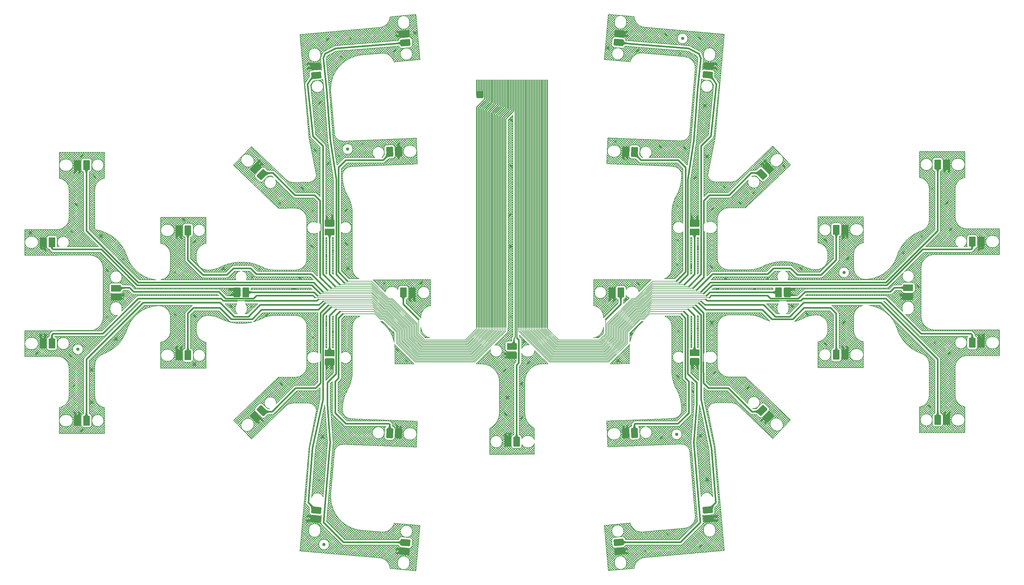
<source format=gbl>
%FSLAX25Y25*%
%MOIN*%
G70*
G01*
G75*
G04 Layer_Physical_Order=2*
G04 Layer_Color=16711680*
%ADD10C,0.02000*%
%ADD11C,0.00800*%
%ADD12C,0.01200*%
%ADD13C,0.02000*%
G04:AMPARAMS|DCode=14|XSize=82.99mil|YSize=122.36mil|CornerRadius=12.45mil|HoleSize=0mil|Usage=FLASHONLY|Rotation=180.000|XOffset=0mil|YOffset=0mil|HoleType=Round|Shape=RoundedRectangle|*
%AMROUNDEDRECTD14*
21,1,0.08299,0.09746,0,0,180.0*
21,1,0.05809,0.12236,0,0,180.0*
1,1,0.02490,-0.02905,0.04873*
1,1,0.02490,0.02905,0.04873*
1,1,0.02490,0.02905,-0.04873*
1,1,0.02490,-0.02905,-0.04873*
%
%ADD14ROUNDEDRECTD14*%
%ADD15C,0.04000*%
%ADD16R,0.01378X0.13780*%
G04:AMPARAMS|DCode=17|XSize=82.99mil|YSize=122.36mil|CornerRadius=12.45mil|HoleSize=0mil|Usage=FLASHONLY|Rotation=357.760|XOffset=0mil|YOffset=0mil|HoleType=Round|Shape=RoundedRectangle|*
%AMROUNDEDRECTD17*
21,1,0.08299,0.09746,0,0,357.8*
21,1,0.05809,0.12236,0,0,357.8*
1,1,0.02490,0.02712,-0.04983*
1,1,0.02490,-0.03093,-0.04756*
1,1,0.02490,-0.02712,0.04983*
1,1,0.02490,0.03093,0.04756*
%
%ADD17ROUNDEDRECTD17*%
G04:AMPARAMS|DCode=18|XSize=82.99mil|YSize=122.36mil|CornerRadius=12.45mil|HoleSize=0mil|Usage=FLASHONLY|Rotation=264.990|XOffset=0mil|YOffset=0mil|HoleType=Round|Shape=RoundedRectangle|*
%AMROUNDEDRECTD18*
21,1,0.08299,0.09746,0,0,265.0*
21,1,0.05809,0.12236,0,0,265.0*
1,1,0.02490,-0.05108,-0.02468*
1,1,0.02490,-0.04601,0.03319*
1,1,0.02490,0.05108,0.02468*
1,1,0.02490,0.04601,-0.03319*
%
%ADD18ROUNDEDRECTD18*%
G04:AMPARAMS|DCode=19|XSize=82.99mil|YSize=122.36mil|CornerRadius=12.45mil|HoleSize=0mil|Usage=FLASHONLY|Rotation=270.000|XOffset=0mil|YOffset=0mil|HoleType=Round|Shape=RoundedRectangle|*
%AMROUNDEDRECTD19*
21,1,0.08299,0.09746,0,0,270.0*
21,1,0.05809,0.12236,0,0,270.0*
1,1,0.02490,-0.04873,-0.02905*
1,1,0.02490,-0.04873,0.02905*
1,1,0.02490,0.04873,0.02905*
1,1,0.02490,0.04873,-0.02905*
%
%ADD19ROUNDEDRECTD19*%
G04:AMPARAMS|DCode=20|XSize=82.99mil|YSize=122.36mil|CornerRadius=12.45mil|HoleSize=0mil|Usage=FLASHONLY|Rotation=265.050|XOffset=0mil|YOffset=0mil|HoleType=Round|Shape=RoundedRectangle|*
%AMROUNDEDRECTD20*
21,1,0.08299,0.09746,0,0,265.0*
21,1,0.05809,0.12236,0,0,265.0*
1,1,0.02490,-0.05106,-0.02473*
1,1,0.02490,-0.04604,0.03314*
1,1,0.02490,0.05106,0.02473*
1,1,0.02490,0.04604,-0.03314*
%
%ADD20ROUNDEDRECTD20*%
G04:AMPARAMS|DCode=21|XSize=82.99mil|YSize=122.36mil|CornerRadius=12.45mil|HoleSize=0mil|Usage=FLASHONLY|Rotation=223.860|XOffset=0mil|YOffset=0mil|HoleType=Round|Shape=RoundedRectangle|*
%AMROUNDEDRECTD21*
21,1,0.08299,0.09746,0,0,223.9*
21,1,0.05809,0.12236,0,0,223.9*
1,1,0.02490,-0.05471,0.01501*
1,1,0.02490,-0.01282,0.05526*
1,1,0.02490,0.05471,-0.01501*
1,1,0.02490,0.01282,-0.05526*
%
%ADD21ROUNDEDRECTD21*%
G04:AMPARAMS|DCode=22|XSize=82.99mil|YSize=122.36mil|CornerRadius=12.45mil|HoleSize=0mil|Usage=FLASHONLY|Rotation=136.140|XOffset=0mil|YOffset=0mil|HoleType=Round|Shape=RoundedRectangle|*
%AMROUNDEDRECTD22*
21,1,0.08299,0.09746,0,0,136.1*
21,1,0.05809,0.12236,0,0,136.1*
1,1,0.02490,0.01282,0.05526*
1,1,0.02490,0.05471,0.01501*
1,1,0.02490,-0.01282,-0.05526*
1,1,0.02490,-0.05471,-0.01501*
%
%ADD22ROUNDEDRECTD22*%
G04:AMPARAMS|DCode=23|XSize=82.99mil|YSize=122.36mil|CornerRadius=12.45mil|HoleSize=0mil|Usage=FLASHONLY|Rotation=94.950|XOffset=0mil|YOffset=0mil|HoleType=Round|Shape=RoundedRectangle|*
%AMROUNDEDRECTD23*
21,1,0.08299,0.09746,0,0,94.9*
21,1,0.05809,0.12236,0,0,94.9*
1,1,0.02490,0.04604,0.03314*
1,1,0.02490,0.05106,-0.02473*
1,1,0.02490,-0.04604,-0.03314*
1,1,0.02490,-0.05106,0.02473*
%
%ADD23ROUNDEDRECTD23*%
G04:AMPARAMS|DCode=24|XSize=82.99mil|YSize=122.36mil|CornerRadius=12.45mil|HoleSize=0mil|Usage=FLASHONLY|Rotation=95.010|XOffset=0mil|YOffset=0mil|HoleType=Round|Shape=RoundedRectangle|*
%AMROUNDEDRECTD24*
21,1,0.08299,0.09746,0,0,95.0*
21,1,0.05809,0.12236,0,0,95.0*
1,1,0.02490,0.04601,0.03319*
1,1,0.02490,0.05108,-0.02468*
1,1,0.02490,-0.04601,-0.03319*
1,1,0.02490,-0.05108,0.02468*
%
%ADD24ROUNDEDRECTD24*%
G04:AMPARAMS|DCode=25|XSize=82.99mil|YSize=122.36mil|CornerRadius=12.45mil|HoleSize=0mil|Usage=FLASHONLY|Rotation=2.240|XOffset=0mil|YOffset=0mil|HoleType=Round|Shape=RoundedRectangle|*
%AMROUNDEDRECTD25*
21,1,0.08299,0.09746,0,0,2.2*
21,1,0.05809,0.12236,0,0,2.2*
1,1,0.02490,0.03093,-0.04756*
1,1,0.02490,-0.02712,-0.04983*
1,1,0.02490,-0.03093,0.04756*
1,1,0.02490,0.02712,0.04983*
%
%ADD25ROUNDEDRECTD25*%
G04:AMPARAMS|DCode=26|XSize=82.99mil|YSize=122.36mil|CornerRadius=12.45mil|HoleSize=0mil|Usage=FLASHONLY|Rotation=46.140|XOffset=0mil|YOffset=0mil|HoleType=Round|Shape=RoundedRectangle|*
%AMROUNDEDRECTD26*
21,1,0.08299,0.09746,0,0,46.1*
21,1,0.05809,0.12236,0,0,46.1*
1,1,0.02490,0.05526,-0.01282*
1,1,0.02490,0.01501,-0.05471*
1,1,0.02490,-0.05526,0.01282*
1,1,0.02490,-0.01501,0.05471*
%
%ADD26ROUNDEDRECTD26*%
%ADD27C,0.01500*%
%ADD28C,0.01000*%
G36*
X-34843Y311122D02*
X-36024Y309941D01*
X-42618D01*
X-43898Y311221D01*
Y318504D01*
X-34843D01*
Y311122D01*
D02*
G37*
D10*
X219587Y103642D02*
D03*
X227756Y126083D02*
D03*
X139272Y62402D02*
D03*
X105709Y16831D02*
D03*
X14764Y11909D02*
D03*
X-218996Y123031D02*
D03*
X-227264Y116142D02*
D03*
X-227362Y33071D02*
D03*
X-219094Y23425D02*
D03*
X-145374Y22736D02*
D03*
X-886Y282804D02*
D03*
Y226870D02*
D03*
X-2559Y166929D02*
D03*
X-1575Y127854D02*
D03*
X-2559Y82480D02*
D03*
X-1575Y41775D02*
D03*
X-106201Y16437D02*
D03*
X-526968Y239071D02*
D03*
X-511516Y213287D02*
D03*
X-533563Y179626D02*
D03*
X-476181Y112402D02*
D03*
X-503346Y140748D02*
D03*
X-589961Y144882D02*
D03*
X-539264Y146063D02*
D03*
X-495768Y98425D02*
D03*
X-496311Y41535D02*
D03*
X-581791Y-2756D02*
D03*
X-541142Y-6102D02*
D03*
X-536417Y-42809D02*
D03*
X-526870Y-97441D02*
D03*
X-515158Y-62992D02*
D03*
X-514862Y-23425D02*
D03*
X-300787Y44002D02*
D03*
X-282579Y-40551D02*
D03*
X-244193Y16339D02*
D03*
X-485138Y14370D02*
D03*
X-412303Y44390D02*
D03*
X-388779Y-16437D02*
D03*
Y42618D02*
D03*
X-344193Y54724D02*
D03*
X-319291Y54134D02*
D03*
X-266831Y76575D02*
D03*
X-259842Y89468D02*
D03*
X-318406Y90256D02*
D03*
X-412894Y96457D02*
D03*
X-402165Y160925D02*
D03*
X-388189Y133957D02*
D03*
X-353740Y100689D02*
D03*
X-309744D02*
D03*
X-245276Y128150D02*
D03*
X-244488Y171850D02*
D03*
X-284547Y180807D02*
D03*
X-241043Y245768D02*
D03*
X-256496Y199606D02*
D03*
X-118898Y389862D02*
D03*
X-197933Y383071D02*
D03*
X-226279Y381693D02*
D03*
X-209154Y360433D02*
D03*
X-143602Y367913D02*
D03*
X-225098Y229232D02*
D03*
X-235531Y304626D02*
D03*
X-212205Y238779D02*
D03*
X-182776Y253937D02*
D03*
X-203248Y172343D02*
D03*
X-202953Y131201D02*
D03*
X-200984Y100984D02*
D03*
X-156496Y82776D02*
D03*
X-111319Y82972D02*
D03*
X145866Y21358D02*
D03*
X129921Y-12303D02*
D03*
X154528Y82480D02*
D03*
X332776Y226772D02*
D03*
X238878Y238484D02*
D03*
X259842Y200984D02*
D03*
X224311Y212205D02*
D03*
X236024Y300689D02*
D03*
X229823Y383405D02*
D03*
X188467Y387303D02*
D03*
X117520Y371358D02*
D03*
X153937Y367913D02*
D03*
X205512Y364075D02*
D03*
X126476Y256693D02*
D03*
X181398Y250000D02*
D03*
X211417Y248622D02*
D03*
X202365Y177756D02*
D03*
X202461Y135425D02*
D03*
X202165Y106004D02*
D03*
X319291Y54134D02*
D03*
X343406Y55020D02*
D03*
X251181Y75984D02*
D03*
X296555Y75492D02*
D03*
X261614Y88287D02*
D03*
X313090Y88878D02*
D03*
X361115Y45177D02*
D03*
X411221Y113287D02*
D03*
X295768Y193996D02*
D03*
X279232Y181398D02*
D03*
X245571Y173819D02*
D03*
X244488Y103150D02*
D03*
X354035Y100984D02*
D03*
X384252Y135925D02*
D03*
X496949Y78839D02*
D03*
X532776Y181102D02*
D03*
X537008Y148819D02*
D03*
X514645Y198721D02*
D03*
X501673Y140453D02*
D03*
X479232Y120276D02*
D03*
X383996Y8661D02*
D03*
X406299Y35039D02*
D03*
X517520Y9646D02*
D03*
X535433Y-2756D02*
D03*
X511516Y-67716D02*
D03*
X210531Y-65808D02*
D03*
X221358Y-49705D02*
D03*
X203248Y-31299D02*
D03*
X203543Y23917D02*
D03*
X219587Y15748D02*
D03*
X227067Y27559D02*
D03*
X244488Y35138D02*
D03*
X247835Y-26870D02*
D03*
X289075Y-45276D02*
D03*
X182874Y-106693D02*
D03*
X230512Y-239173D02*
D03*
X163484Y-245374D02*
D03*
X190453Y-224606D02*
D03*
X238878Y-157972D02*
D03*
X230512Y-104134D02*
D03*
X-9350Y-24016D02*
D03*
X-5709Y-57087D02*
D03*
X-7972Y-77837D02*
D03*
X11909Y-82284D02*
D03*
X11319Y-39961D02*
D03*
X20079Y-14469D02*
D03*
X-140551Y1575D02*
D03*
X-129331Y-12205D02*
D03*
X-231988Y-105709D02*
D03*
X-236319Y-158661D02*
D03*
X-41331Y311043D02*
D03*
X-37394D02*
D03*
X-41339Y313890D02*
D03*
X-37402D02*
D03*
X-227264Y-20903D02*
D03*
X-310039Y-88238D02*
D03*
X-306102Y-84744D02*
D03*
X-125098Y62094D02*
D03*
X-309744Y232382D02*
D03*
X-306398Y229035D02*
D03*
X-227362Y164665D02*
D03*
X-219783Y164665D02*
D03*
X-138878Y235531D02*
D03*
X-138882Y253351D02*
D03*
X-249803Y346457D02*
D03*
X-141141Y386024D02*
D03*
X-141141Y391240D02*
D03*
X-572047Y124606D02*
D03*
X-535138Y219305D02*
D03*
X-529626Y219483D02*
D03*
X-576575Y125501D02*
D03*
X136221Y235925D02*
D03*
X141339Y235827D02*
D03*
X-249803Y351969D02*
D03*
X-220669Y-20571D02*
D03*
X-250394Y-208169D02*
D03*
X-250000Y-202658D02*
D03*
X-141535Y-247933D02*
D03*
X-140748Y-242717D02*
D03*
X-141142Y-92126D02*
D03*
X-136417Y-92618D02*
D03*
X-410925Y4331D02*
D03*
X-405118Y4232D02*
D03*
X-410630Y138966D02*
D03*
X-405413Y138976D02*
D03*
X-119587Y62250D02*
D03*
X-577264Y18996D02*
D03*
X-571752Y18898D02*
D03*
X-345079Y75886D02*
D03*
Y68209D02*
D03*
X-476772Y68701D02*
D03*
X-476673Y64173D02*
D03*
X-535138Y-76476D02*
D03*
X-529724D02*
D03*
X-8071Y-102461D02*
D03*
X-2756Y-102362D02*
D03*
X-8366Y-7776D02*
D03*
X-8268Y-3445D02*
D03*
X310039Y-88287D02*
D03*
X306102Y-84744D02*
D03*
X529724Y-76476D02*
D03*
X535138D02*
D03*
X476673Y64173D02*
D03*
X476772Y68701D02*
D03*
X345079Y68209D02*
D03*
Y75886D02*
D03*
X571752Y18898D02*
D03*
X577264Y18996D02*
D03*
X529626Y220079D02*
D03*
X535138Y219980D02*
D03*
X572047Y125098D02*
D03*
X576575Y125886D02*
D03*
X306398Y229035D02*
D03*
X309744Y232382D02*
D03*
X119587Y62697D02*
D03*
X125098D02*
D03*
X405413Y139370D02*
D03*
X410630Y139469D02*
D03*
X405118Y4232D02*
D03*
X410925Y4331D02*
D03*
X136417Y-92618D02*
D03*
X141142Y-92126D02*
D03*
X140748Y-242717D02*
D03*
X141535Y-247933D02*
D03*
X250000Y-202658D02*
D03*
X250394Y-208169D02*
D03*
X220669Y-20571D02*
D03*
X227264Y-20669D02*
D03*
X219783Y164665D02*
D03*
X227362D02*
D03*
X249803Y346457D02*
D03*
Y351969D02*
D03*
X141142Y386024D02*
D03*
X141142Y391240D02*
D03*
D11*
X139870Y389618D02*
G03*
X140542Y391240I-1622J1622D01*
G01*
X141142Y391840D02*
G03*
X142764Y392512I0J2294D01*
G01*
X140542Y391240D02*
G03*
X140143Y392202I-1361J0D01*
G01*
X140055Y392290D02*
G03*
X141142Y391840I1086J1086D01*
G01*
X141742Y391240D02*
G03*
X142192Y390154I1536J0D01*
G01*
X142104Y390242D02*
G03*
X141142Y390640I-962J-962D01*
G01*
X139304Y387385D02*
G03*
X141142Y386624I1838J1838D01*
G01*
X141742Y386024D02*
G03*
X142503Y384186I2599J0D01*
G01*
X140924Y385016D02*
G03*
X141342Y386024I-1008J1008D01*
G01*
X139559Y383650D02*
G03*
X140542Y386024I-2374J2374D01*
G01*
X141142Y385824D02*
G03*
X142150Y386241I0J1425D01*
G01*
X141142Y386624D02*
G03*
X143515Y387607I0J3357D01*
G01*
X249803Y351368D02*
G03*
X247917Y350587I0J-2667D01*
G01*
X251184Y353854D02*
G03*
X250403Y351969I1886J-1886D01*
G01*
X250003D02*
G03*
X249236Y353820I-2619J0D01*
G01*
X249203Y351969D02*
G03*
X247870Y355186I-4550J0D01*
G01*
X251655Y351401D02*
G03*
X249803Y352168I-1852J-1852D01*
G01*
X253021Y350036D02*
G03*
X249803Y351368I-3217J-3217D01*
G01*
X248875Y351353D02*
G03*
X249803Y350969I928J928D01*
G01*
X247509Y352719D02*
G03*
X249803Y351768I2294J2294D01*
G01*
X246144Y354084D02*
G03*
X249803Y352569I3660J3660D01*
G01*
X248803Y351969D02*
G03*
X249188Y351040I1313J0D01*
G01*
X249603Y351969D02*
G03*
X250553Y349675I3244J0D01*
G01*
X250403Y351969D02*
G03*
X251919Y348309I5175J0D01*
G01*
X248627Y345944D02*
G03*
X249803Y345457I1176J1176D01*
G01*
X247262Y347309D02*
G03*
X249803Y346257I2542J2542D01*
G01*
X245896Y348675D02*
G03*
X249803Y347057I3907J3907D01*
G01*
X248803Y346457D02*
G03*
X249290Y345281I1663J0D01*
G01*
X249603Y346457D02*
G03*
X250656Y343915I3594J0D01*
G01*
X250403Y346457D02*
G03*
X252022Y342549I5526J0D01*
G01*
X250003Y346457D02*
G03*
X249339Y348061I-2268J0D01*
G01*
X249203Y346457D02*
G03*
X247973Y349426I-4200J0D01*
G01*
X251407Y345992D02*
G03*
X249803Y346657I-1604J-1604D01*
G01*
X252773Y344627D02*
G03*
X249803Y345857I-2970J-2970D01*
G01*
X249803D02*
G03*
X248165Y345178I0J-2317D01*
G01*
X251082Y348095D02*
G03*
X250403Y346457I1638J-1638D01*
G01*
X227362Y164865D02*
G03*
X225454Y164075I0J-2699D01*
G01*
X227362Y164065D02*
G03*
X224088Y162709I0J-4630D01*
G01*
X227416Y166037D02*
G03*
X227184Y164575I891J-891D01*
G01*
X228194Y166815D02*
G03*
X227897Y164938I1144J-1144D01*
G01*
X225820Y165104D02*
G03*
X227362Y164465I1542J1542D01*
G01*
X224454Y166470D02*
G03*
X227362Y165265I2908J2908D01*
G01*
X227182Y164751D02*
G03*
X227392Y163532I970J-460D01*
G01*
X227904Y164408D02*
G03*
X228194Y162730I1335J-634D01*
G01*
X228194Y163139D02*
G03*
X227504Y164807I-2359J0D01*
G01*
X228194Y161207D02*
G03*
X226938Y164241I-4290J0D01*
G01*
X227504Y164524D02*
G03*
X228194Y166192I-1668J1668D01*
G01*
X226938Y165090D02*
G03*
X228194Y168123I-3034J3034D01*
G01*
X219197Y164790D02*
G03*
X218656Y166611I-1949J413D01*
G01*
X220839Y164428D02*
G03*
X219783Y164865I-1056J-1056D01*
G01*
X222205Y163062D02*
G03*
X219783Y164065I-2421J-2421D01*
G01*
X218656Y162934D02*
G03*
X219191Y164573I-1346J1346D01*
G01*
X219783Y165265D02*
G03*
X221839Y166117I0J2907D01*
G01*
X219076Y165373D02*
G03*
X218656Y164357I1015J-1015D01*
G01*
X219642Y164807D02*
G03*
X218656Y162426I2381J-2381D01*
G01*
X220208Y164241D02*
G03*
X218656Y160495I3746J-3746D01*
G01*
Y164973D02*
G03*
X219076Y163958I1436J0D01*
G01*
X218656Y166905D02*
G03*
X219642Y164524I3367J0D01*
G01*
X218656Y168836D02*
G03*
X220208Y165090I5298J0D01*
G01*
X226664Y-20669D02*
G03*
X225898Y-18821I-2614J0D01*
G01*
X227264Y-21269D02*
G03*
X226448Y-21607I0J-1153D01*
G01*
X226153Y-21902D02*
G03*
X226664Y-20669I-1233J1233D01*
G01*
X228194Y-22433D02*
G03*
X227405Y-20528I-2695J0D01*
G01*
X228194Y-24365D02*
G03*
X226839Y-21093I-4626J0D01*
G01*
X227405Y-20811D02*
G03*
X228194Y-18905I-1905J1905D01*
G01*
X226839Y-20245D02*
G03*
X228194Y-16974I-3271J3271D01*
G01*
X220143Y-19427D02*
G03*
X219669Y-20571I1144J-1144D01*
G01*
X221509Y-18061D02*
G03*
X220469Y-20571I2510J-2510D01*
G01*
X222874Y-16695D02*
G03*
X221269Y-20571I3875J-3875D01*
G01*
X219669D02*
G03*
X220027Y-21435I1223J0D01*
G01*
X220469Y-20571D02*
G03*
X221393Y-22801I3154J0D01*
G01*
X221269Y-20571D02*
G03*
X222759Y-24167I5085J0D01*
G01*
X220192Y-22207D02*
G03*
X220869Y-20571I-1636J1636D01*
G01*
X218826Y-23573D02*
G03*
X220069Y-20571I-3002J3002D01*
G01*
X220669Y-20771D02*
G03*
X222305Y-20093I0J2314D01*
G01*
X220669Y-19971D02*
G03*
X223671Y-18728I0J4245D01*
G01*
X220869Y-20573D02*
G03*
X220097Y-18677I-2637J32D01*
G01*
X220069Y-20564D02*
G03*
X218755Y-17334I-4490J55D01*
G01*
X222585Y-21164D02*
G03*
X220669Y-20371I-1915J-1915D01*
G01*
X223951Y-22530D02*
G03*
X220669Y-21171I-3281J-3281D01*
G01*
X250594Y-208169D02*
G03*
X250167Y-207138I-1458J0D01*
G01*
X249794Y-208169D02*
G03*
X248801Y-205772I-3390J0D01*
G01*
X251425Y-208396D02*
G03*
X250394Y-207969I-1031J-1031D01*
G01*
X252790Y-209762D02*
G03*
X250394Y-208769I-2397J-2397D01*
G01*
Y-207969D02*
G03*
X248680Y-208679I0J-2424D01*
G01*
X250394Y-208769D02*
G03*
X247314Y-210045I0J-4355D01*
G01*
X250904Y-206456D02*
G03*
X250194Y-208169I1714J-1714D01*
G01*
X252269Y-205090D02*
G03*
X250994Y-208169I3079J-3079D01*
G01*
X250952Y-209236D02*
G03*
X251394Y-208169I-1066J1066D01*
G01*
X249586Y-210601D02*
G03*
X250594Y-208169I-2432J2432D01*
G01*
X248221Y-211967D02*
G03*
X249794Y-208169I-3798J3798D01*
G01*
X250394Y-209169D02*
G03*
X251460Y-208728I0J1508D01*
G01*
X250394Y-208369D02*
G03*
X252826Y-207362I0J3439D01*
G01*
X250394Y-207569D02*
G03*
X254191Y-205996I0J5371D01*
G01*
X250200Y-202658D02*
G03*
X249392Y-200707I-2759J0D01*
G01*
X249400Y-202658D02*
G03*
X248026Y-199341I-4690J0D01*
G01*
X251951Y-203266D02*
G03*
X250000Y-202457I-1951J-1951D01*
G01*
X253316Y-204631D02*
G03*
X250000Y-203257I-3316J-3316D01*
G01*
X249171Y-203314D02*
G03*
X250000Y-203658I829J829D01*
G01*
X247805Y-201948D02*
G03*
X250000Y-202857I2195J2195D01*
G01*
X246440Y-200583D02*
G03*
X250000Y-202058I3560J3560D01*
G01*
X249000Y-202658D02*
G03*
X249343Y-203487I1173J0D01*
G01*
X249800Y-202658D02*
G03*
X250709Y-204852I3104J0D01*
G01*
X250600Y-202658D02*
G03*
X252075Y-206218I5035J0D01*
G01*
X250382Y-204148D02*
G03*
X251000Y-202658I-1491J1491D01*
G01*
X249017Y-205514D02*
G03*
X250200Y-202658I-2856J2856D01*
G01*
X247651Y-206880D02*
G03*
X249400Y-202658I-4222J4222D01*
G01*
X250000Y-203658D02*
G03*
X251491Y-203040I0J2108D01*
G01*
X250000Y-202857D02*
G03*
X252856Y-201674I0J4040D01*
G01*
X250000Y-202058D02*
G03*
X254222Y-200309I0J5971D01*
G01*
X250000Y-202457D02*
G03*
X248711Y-202992I0J-1823D01*
G01*
X250000Y-203257D02*
G03*
X247345Y-204357I0J-3755D01*
G01*
X250334Y-201368D02*
G03*
X249800Y-202658I1289J-1289D01*
G01*
X251700Y-200003D02*
G03*
X250600Y-202658I2655J-2655D01*
G01*
X139690Y-246569D02*
G03*
X141535Y-247333I1845J1845D01*
G01*
X142135Y-247933D02*
G03*
X142900Y-249778I2609J0D01*
G01*
X141535Y-248533D02*
G03*
X140525Y-248951I0J-1428D01*
G01*
X140505Y-248972D02*
G03*
X140935Y-247933I-1039J1039D01*
G01*
X141535Y-247333D02*
G03*
X142574Y-246903I0J1469D01*
G01*
X142554Y-246923D02*
G03*
X142135Y-247933I1010J-1010D01*
G01*
X139472Y-244348D02*
G03*
X140148Y-242717I-1631J1631D01*
G01*
X140748Y-242116D02*
G03*
X142379Y-241441I0J2307D01*
G01*
X140148Y-242717D02*
G03*
X139196Y-240417I-3252J0D01*
G01*
X143047Y-244269D02*
G03*
X140748Y-243317I-2299J-2299D01*
G01*
X139661Y-94252D02*
G03*
X140542Y-92126I-2126J2126D01*
G01*
X141142Y-91526D02*
G03*
X143268Y-90645I0J3007D01*
G01*
X139553Y-90868D02*
G03*
X141142Y-91526I1588J1588D01*
G01*
X141742Y-92126D02*
G03*
X142400Y-93714I2246J0D01*
G01*
X136417Y-92418D02*
G03*
X135429Y-92828I0J-1398D01*
G01*
X136417Y-93218D02*
G03*
X134063Y-94193I0J-3330D01*
G01*
X136627Y-91629D02*
G03*
X136217Y-92618I989J-989D01*
G01*
X137993Y-90264D02*
G03*
X137017Y-92618I2354J-2354D01*
G01*
X134077Y-91049D02*
G03*
X136417Y-92018I2340J2340D01*
G01*
X137017Y-92618D02*
G03*
X137987Y-94958I3309J0D01*
G01*
X410925Y3731D02*
G03*
X409650Y3202I0J-1804D01*
G01*
X410005Y3557D02*
G03*
X410325Y4331I-773J773D01*
G01*
X410925Y4931D02*
G03*
X411698Y5251I0J1093D01*
G01*
X412053Y5606D02*
G03*
X411525Y4331I1275J-1275D01*
G01*
X409723Y3829D02*
G03*
X410925Y3331I1202J1202D01*
G01*
X408357Y5195D02*
G03*
X410925Y4131I2568J2568D01*
G01*
X406991Y6560D02*
G03*
X410925Y4931I3934J3934D01*
G01*
X409925Y4331D02*
G03*
X410423Y3128I1701J0D01*
G01*
X410725Y4331D02*
G03*
X411789Y1763I3632J0D01*
G01*
X411525Y4331D02*
G03*
X413155Y397I5563J0D01*
G01*
X411125Y4331D02*
G03*
X410472Y5908I-2231J0D01*
G01*
X410325Y4331D02*
G03*
X409106Y7274I-4162J0D01*
G01*
X412503Y3877D02*
G03*
X410925Y4531I-1577J-1577D01*
G01*
X413868Y2512D02*
G03*
X410925Y3731I-2943J-2943D01*
G01*
X405118Y3632D02*
G03*
X403931Y3141I0J-1678D01*
G01*
X404161Y3371D02*
G03*
X404518Y4232I-862J862D01*
G01*
X405118Y4832D02*
G03*
X405980Y5189I0J1218D01*
G01*
X406210Y5419D02*
G03*
X405718Y4232I1187J-1187D01*
G01*
X405318D02*
G03*
X404489Y6234I-2831J0D01*
G01*
X404518Y4232D02*
G03*
X403123Y7600I-4763J0D01*
G01*
X407120Y3603D02*
G03*
X405118Y4432I-2002J-2002D01*
G01*
X408486Y2237D02*
G03*
X405118Y3632I-3368J-3368D01*
G01*
X404340Y3554D02*
G03*
X405118Y3232I778J778D01*
G01*
X402974Y4920D02*
G03*
X405118Y4032I2144J2144D01*
G01*
X401609Y6286D02*
G03*
X405118Y4832I3509J3509D01*
G01*
X404118Y4232D02*
G03*
X404440Y3454I1100J0D01*
G01*
X404918Y4232D02*
G03*
X405806Y2089I3032J0D01*
G01*
X405718Y4232D02*
G03*
X407172Y723I4963J0D01*
G01*
X409636Y139680D02*
G03*
X410630Y139269I994J994D01*
G01*
X408270Y141046D02*
G03*
X410630Y140068I2360J2360D01*
G01*
X410430Y139469D02*
G03*
X410842Y138475I1406J0D01*
G01*
X411230Y139469D02*
G03*
X412207Y137109I3337J0D01*
G01*
X410630Y138868D02*
G03*
X408789Y138106I0J-2604D01*
G01*
X411993Y141310D02*
G03*
X411230Y139469I1841J-1841D01*
G01*
X405413Y139570D02*
G03*
X404018Y138992I0J-1973D01*
G01*
X405413Y138770D02*
G03*
X402652Y137626I0J-3905D01*
G01*
X405791Y140766D02*
G03*
X405213Y139370I1395J-1395D01*
G01*
X407157Y142131D02*
G03*
X406013Y139370I2761J-2761D01*
G01*
X406410Y139286D02*
G03*
X405953Y140535I-1573J132D01*
G01*
X405613Y139353D02*
G03*
X404734Y141753I-3025J254D01*
G01*
X404815Y139420D02*
G03*
X403515Y142972I-4476J376D01*
G01*
X406616Y139872D02*
G03*
X405413Y140370I-1202J-1202D01*
G01*
X407981Y138506D02*
G03*
X405413Y139570I-2568J-2568D01*
G01*
X409347Y137141D02*
G03*
X405413Y138770I-3934J-3934D01*
G01*
X403875Y139785D02*
G03*
X405419Y139170I1486J1486D01*
G01*
X402561Y141098D02*
G03*
X405397Y139970I2727J2727D01*
G01*
X405213Y139370D02*
G03*
X405867Y137792I2231J0D01*
G01*
X406013Y139370D02*
G03*
X407233Y136427I4163J0D01*
G01*
X405840Y137986D02*
G03*
X406413Y139370I-1385J1385D01*
G01*
X404474Y136620D02*
G03*
X405613Y139370I-2750J2750D01*
G01*
X403109Y135254D02*
G03*
X404813Y139370I-4116J4116D01*
G01*
X405413Y138370D02*
G03*
X406798Y138944I0J1958D01*
G01*
X405413Y139170D02*
G03*
X408164Y140309I0J3889D01*
G01*
X405413Y139970D02*
G03*
X409529Y141675I0J5821D01*
G01*
X125098Y62897D02*
G03*
X123694Y62315I0J-1986D01*
G01*
X125098Y62097D02*
G03*
X122328Y60949I0J-3917D01*
G01*
X125480Y64101D02*
G03*
X124898Y62697I1404J-1404D01*
G01*
X126846Y65467D02*
G03*
X125698Y62697I2770J-2770D01*
G01*
X125529Y61321D02*
G03*
X126098Y62697I-1376J1376D01*
G01*
X124163Y59956D02*
G03*
X125298Y62697I-2741J2741D01*
G01*
X122797Y58590D02*
G03*
X124498Y62697I-4107J4107D01*
G01*
X124754Y61758D02*
G03*
X126308Y62100I509J1387D01*
G01*
X125030Y62509D02*
G03*
X127193Y62986I709J1932D01*
G01*
X125305Y63260D02*
G03*
X128079Y63871I908J2477D01*
G01*
X123192Y64087D02*
G03*
X125098Y63297I1907J1907D01*
G01*
X125698Y62697D02*
G03*
X126488Y60790I2697J0D01*
G01*
X119587Y62897D02*
G03*
X117935Y62213I0J-2336D01*
G01*
X119587Y62097D02*
G03*
X116569Y60847I0J-4267D01*
G01*
X120071Y64349D02*
G03*
X119387Y62697I1652J-1652D01*
G01*
X121437Y65714D02*
G03*
X120187Y62697I3018J-3018D01*
G01*
X120119Y61569D02*
G03*
X120587Y62697I-1128J1128D01*
G01*
X118754Y60203D02*
G03*
X119787Y62697I-2494J2494D01*
G01*
X117388Y58837D02*
G03*
X118987Y62697I-3859J3859D01*
G01*
X119587Y61697D02*
G03*
X120715Y62164I0J1595D01*
G01*
X119587Y62497D02*
G03*
X122080Y63530I0J3527D01*
G01*
X119587Y63297D02*
G03*
X123446Y64895I0J5458D01*
G01*
X117432Y64189D02*
G03*
X119587Y63297I2154J2154D01*
G01*
X120187Y62697D02*
G03*
X121079Y60543I3047J0D01*
G01*
X310744Y232382D02*
G03*
X310367Y233292I-1288J0D01*
G01*
X309944Y232382D02*
G03*
X309001Y234658I-3219J0D01*
G01*
X309144Y232382D02*
G03*
X307636Y236024I-5150J0D01*
G01*
X310654Y233005D02*
G03*
X309744Y233382I-910J-910D01*
G01*
X312020Y231639D02*
G03*
X309744Y232582I-2276J-2276D01*
G01*
X313386Y230273D02*
G03*
X309744Y231782I-3642J-3642D01*
G01*
X309387Y231038D02*
G03*
X309944Y232382I-1344J1344D01*
G01*
X308022Y229672D02*
G03*
X309144Y232382I-2710J2710D01*
G01*
X309744Y232182D02*
G03*
X311088Y232739I0J1901D01*
G01*
X309744Y232982D02*
G03*
X312454Y234104I0J3832D01*
G01*
X309744Y233382D02*
G03*
X308308Y232787I0J-2031D01*
G01*
X309744Y232582D02*
G03*
X306943Y231421I0J-3962D01*
G01*
X309744Y231782D02*
G03*
X305577Y230056I0J-5893D01*
G01*
X309339Y233818D02*
G03*
X308744Y232382I1436J-1436D01*
G01*
X310704Y235183D02*
G03*
X309544Y232382I2802J-2802D01*
G01*
X312070Y236549D02*
G03*
X310344Y232382I4167J-4167D01*
G01*
X307875Y232956D02*
G03*
X309744Y232182I1870J1870D01*
G01*
X306509Y234322D02*
G03*
X309744Y232982I3235J3235D01*
G01*
X309544Y232382D02*
G03*
X310318Y230512I2644J0D01*
G01*
X310344Y232382D02*
G03*
X311684Y229147I4575J0D01*
G01*
X306041Y227691D02*
G03*
X306598Y229035I-1344J1344D01*
G01*
X304675Y226326D02*
G03*
X305798Y229035I-2710J2710D01*
G01*
X306398Y228835D02*
G03*
X307742Y229392I0J1901D01*
G01*
X306398Y229635D02*
G03*
X309107Y230758I0J3832D01*
G01*
X305798Y229035D02*
G03*
X305557Y229617I-823J0D01*
G01*
X304931Y230243D02*
G03*
X306398Y229635I1467J1467D01*
G01*
X306998Y229035D02*
G03*
X307605Y227569I2074J0D01*
G01*
X306980Y228194D02*
G03*
X306398Y228435I-582J-582D01*
G01*
Y230035D02*
G03*
X304962Y229441I0J-2031D01*
G01*
X306398Y229235D02*
G03*
X303596Y228075I0J-3962D01*
G01*
X306398Y228435D02*
G03*
X302230Y226709I0J-5893D01*
G01*
X305992Y230471D02*
G03*
X305398Y229035I1436J-1436D01*
G01*
X307358Y231837D02*
G03*
X306198Y229035I2802J-2802D01*
G01*
X308724Y233203D02*
G03*
X306998Y229035I4167J-4167D01*
G01*
X574852Y127199D02*
G03*
X576575Y126486I1723J1723D01*
G01*
X577175Y125886D02*
G03*
X577888Y124163I2437J0D01*
G01*
X576200Y124497D02*
G03*
X576775Y125886I-1388J1388D01*
G01*
X574834Y123132D02*
G03*
X575975Y125886I-2754J2754D01*
G01*
X576575Y125686D02*
G03*
X577963Y126261I0J1963D01*
G01*
X576575Y126486D02*
G03*
X579329Y127627I0J3895D01*
G01*
X576575Y126886D02*
G03*
X575183Y126310I0J-1968D01*
G01*
X576575Y126086D02*
G03*
X573818Y124944I0J-3899D01*
G01*
X576575Y125286D02*
G03*
X572452Y123578I0J-5831D01*
G01*
X576151Y127277D02*
G03*
X575575Y125886I1391J-1391D01*
G01*
X577517Y128643D02*
G03*
X576375Y125886I2757J-2757D01*
G01*
X578883Y130009D02*
G03*
X577175Y125886I4123J-4123D01*
G01*
X572393Y123519D02*
G03*
X573047Y125098I-1579J1579D01*
G01*
X571028Y122154D02*
G03*
X572247Y125098I-2945J2945D01*
G01*
X569662Y120788D02*
G03*
X571447Y125098I-4310J4310D01*
G01*
X572047Y124098D02*
G03*
X573626Y124752I0J2233D01*
G01*
X572047Y124898D02*
G03*
X574992Y126118I0J4165D01*
G01*
X572047Y125698D02*
G03*
X576358Y127484I0J6096D01*
G01*
X572047Y125298D02*
G03*
X570847Y124801I0J-1698D01*
G01*
X572047Y124498D02*
G03*
X569481Y123435I0J-3630D01*
G01*
X572345Y126299D02*
G03*
X571847Y125098I1201J-1201D01*
G01*
X573710Y127665D02*
G03*
X572647Y125098I2566J-2566D01*
G01*
X569741Y126654D02*
G03*
X572047Y125698I2307J2307D01*
G01*
X572647Y125098D02*
G03*
X573603Y122792I3262J0D01*
G01*
X534538Y219980D02*
G03*
X533637Y222154I-3074J0D01*
G01*
X537312Y218480D02*
G03*
X535138Y219380I-2174J-2174D01*
G01*
X534928Y218990D02*
G03*
X535338Y219980I-990J990D01*
G01*
X533562Y217624D02*
G03*
X534538Y219980I-2356J2356D01*
G01*
X535138Y219780D02*
G03*
X536128Y220191I0J1401D01*
G01*
X535138Y220580D02*
G03*
X537494Y221556I0J3332D01*
G01*
X529026Y220079D02*
G03*
X528298Y221837I-2486J-0D01*
G01*
X531384Y218751D02*
G03*
X529626Y219479I-1758J-1758D01*
G01*
X528083Y217802D02*
G03*
X529026Y220079I-2276J2276D01*
G01*
X529626Y220679D02*
G03*
X531903Y221622I0J3220D01*
G01*
X576958Y17776D02*
G03*
X577464Y18996I-1220J1220D01*
G01*
X575593Y16410D02*
G03*
X576664Y18996I-2586J2586D01*
G01*
X577264Y18796D02*
G03*
X578484Y19302I0J1726D01*
G01*
X577264Y19596D02*
G03*
X579850Y20667I0J3657D01*
G01*
X577264Y19996D02*
G03*
X575704Y19350I0J-2205D01*
G01*
X577264Y19196D02*
G03*
X574339Y17984I0J-4137D01*
G01*
X577264Y18396D02*
G03*
X572973Y16619I0J-6068D01*
G01*
X576910Y20556D02*
G03*
X576264Y18996I1560J-1560D01*
G01*
X578275Y21921D02*
G03*
X577064Y18996I2925J-2925D01*
G01*
X579641Y23287D02*
G03*
X577864Y18996I4291J-4291D01*
G01*
X577464D02*
G03*
X576799Y20600I-2268J0D01*
G01*
X576664Y18996D02*
G03*
X575434Y21966I-4200J0D01*
G01*
X578868Y18532D02*
G03*
X577264Y19196I-1604J-1604D01*
G01*
X580233Y17166D02*
G03*
X577264Y18396I-2970J-2970D01*
G01*
X576088Y18483D02*
G03*
X577264Y17996I1176J1176D01*
G01*
X574722Y19849D02*
G03*
X577264Y18796I2542J2542D01*
G01*
X573356Y21215D02*
G03*
X577264Y19596I3907J3907D01*
G01*
X576264Y18996D02*
G03*
X576751Y17820I1663J0D01*
G01*
X577064Y18996D02*
G03*
X578117Y16454I3594J0D01*
G01*
X577864Y18996D02*
G03*
X579482Y15089I5526J0D01*
G01*
X570253Y16727D02*
G03*
X571152Y18898I-2170J2170D01*
G01*
X571752Y19498D02*
G03*
X573922Y20397I0J3070D01*
G01*
X571952Y18898D02*
G03*
X571320Y20422I-2156J0D01*
G01*
X571152Y18898D02*
G03*
X569955Y21788I-4087J0D01*
G01*
X573276Y18466D02*
G03*
X571752Y19098I-1524J-1524D01*
G01*
X574642Y17100D02*
G03*
X571752Y18298I-2890J-2890D01*
G01*
X570497Y18418D02*
G03*
X571752Y17898I1256J1256D01*
G01*
X569131Y19783D02*
G03*
X571752Y18698I2621J2621D01*
G01*
X567765Y21149D02*
G03*
X571752Y19498I3987J3987D01*
G01*
X570752Y18898D02*
G03*
X571272Y17642I1775J0D01*
G01*
X571552Y18898D02*
G03*
X572638Y16276I3707J0D01*
G01*
X572352Y18898D02*
G03*
X574003Y14911I5638J0D01*
G01*
X345786Y76593D02*
G03*
X344771Y77013I-1015J-1015D01*
G01*
X345220Y76027D02*
G03*
X342839Y77013I-2381J-2381D01*
G01*
X344654Y75462D02*
G03*
X340908Y77013I-3746J-3746D01*
G01*
X345387D02*
G03*
X344372Y76593I0J-1436D01*
G01*
X347318Y77013D02*
G03*
X344937Y76027I0J-3367D01*
G01*
X349250Y77013D02*
G03*
X345503Y75462I0J-5298D01*
G01*
X343937Y75271D02*
G03*
X345437Y74952I995J995D01*
G01*
X343066Y76142D02*
G03*
X345150Y75699I1383J1383D01*
G01*
X342195Y77013D02*
G03*
X344864Y76446I1771J1771D01*
G01*
X344079Y75886D02*
G03*
X344614Y74595I1826J0D01*
G01*
X344879Y75886D02*
G03*
X345979Y73229I3757J0D01*
G01*
X345679Y75886D02*
G03*
X347345Y71864I5688J0D01*
G01*
X346568Y75469D02*
G03*
X345079Y76086I-1489J-1489D01*
G01*
X347933Y74103D02*
G03*
X345079Y75286I-2855J-2855D01*
G01*
X345732Y75050D02*
G03*
X346079Y75886I-836J836D01*
G01*
X344367Y73684D02*
G03*
X345279Y75886I-2202J2202D01*
G01*
X343001Y72318D02*
G03*
X344479Y75886I-3568J3568D01*
G01*
X344754Y74940D02*
G03*
X345884Y75201I356J1036D01*
G01*
X345014Y75697D02*
G03*
X346790Y76107I559J1628D01*
G01*
X345274Y76453D02*
G03*
X347696Y77013I763J2220D01*
G01*
X345079Y76086D02*
G03*
X343135Y75281I0J-2749D01*
G01*
X345079Y75286D02*
G03*
X341769Y73915I0J-4680D01*
G01*
X344860Y67650D02*
G03*
X343759Y67419I-374J-958D01*
G01*
X346478Y70138D02*
G03*
X345679Y68209I1930J-1930D01*
G01*
X344479D02*
G03*
X343868Y69684I-2086J0D01*
G01*
X344505Y69046D02*
G03*
X345079Y68809I573J573D01*
G01*
X345679Y68209D02*
G03*
X345916Y67635I811J0D01*
G01*
X346133Y67419D02*
G03*
X345256Y67636I-618J-618D01*
G01*
X343655Y67419D02*
G03*
X345220Y68067I0J2214D01*
G01*
X341724Y67419D02*
G03*
X344654Y68633I0J4145D01*
G01*
X344937Y68067D02*
G03*
X346503Y67419I1565J1565D01*
G01*
X345503Y68633D02*
G03*
X348434Y67419I2931J2931D01*
G01*
X476972Y68701D02*
G03*
X476395Y70092I-1968J0D01*
G01*
X476172Y68701D02*
G03*
X475030Y71458I-3900J0D01*
G01*
X478163Y68324D02*
G03*
X476772Y68901I-1392J-1392D01*
G01*
X479529Y66959D02*
G03*
X476772Y68101I-2757J-2757D01*
G01*
X475384Y68276D02*
G03*
X476772Y67701I1388J1388D01*
G01*
X474018Y69642D02*
G03*
X476772Y68501I2754J2754D01*
G01*
X472652Y71007D02*
G03*
X476772Y69301I4120J4120D01*
G01*
X475772Y68701D02*
G03*
X476347Y67313I1963J0D01*
G01*
X476572Y68701D02*
G03*
X477712Y65947I3895J0D01*
G01*
X477372Y68701D02*
G03*
X479078Y64581I5826J0D01*
G01*
X476772Y69701D02*
G03*
X475707Y69260I0J-1505D01*
G01*
X476772Y68901D02*
G03*
X474342Y67894I0J-3436D01*
G01*
X476772Y68101D02*
G03*
X472976Y66529I0J-5368D01*
G01*
X476137Y69689D02*
G03*
X475812Y68421I909J-909D01*
G01*
X477092Y70644D02*
G03*
X476580Y68645I1432J-1432D01*
G01*
X478047Y71600D02*
G03*
X477348Y68869I1956J-1956D01*
G01*
X476261Y66985D02*
G03*
X476972Y68701I-1716J1716D01*
G01*
X474895Y65619D02*
G03*
X476172Y68701I-3081J3081D01*
G01*
X476772Y68501D02*
G03*
X478487Y69211I0J2426D01*
G01*
X476772Y69301D02*
G03*
X479853Y70577I0J4358D01*
G01*
X476673Y63573D02*
G03*
X474973Y62869I0J-2404D01*
G01*
X477977Y65873D02*
G03*
X477273Y64173I1700J-1700D01*
G01*
X476073D02*
G03*
X475660Y65171I-1411J0D01*
G01*
X475622Y65209D02*
G03*
X476673Y64773I1051J1051D01*
G01*
X477273Y64173D02*
G03*
X477708Y63122I1486J0D01*
G01*
X477671Y63160D02*
G03*
X476673Y63573I-998J-998D01*
G01*
X535138Y-75476D02*
G03*
X534250Y-75844I0J-1255D01*
G01*
X535138Y-76276D02*
G03*
X532885Y-77210I0J-3186D01*
G01*
X535138Y-77076D02*
G03*
X531519Y-78575I0J-5118D01*
G01*
X534505Y-75589D02*
G03*
X534138Y-76476I887J-887D01*
G01*
X535871Y-74223D02*
G03*
X534938Y-76476I2253J-2253D01*
G01*
X537237Y-72858D02*
G03*
X535738Y-76476I3619J-3619D01*
G01*
X534554Y-78369D02*
G03*
X535338Y-76476I-1892J1892D01*
G01*
X533188Y-79735D02*
G03*
X534538Y-76476I-3258J3258D01*
G01*
X535138Y-76676D02*
G03*
X537030Y-75893I0J2677D01*
G01*
X535138Y-75876D02*
G03*
X538396Y-74527I0J4608D01*
G01*
X534538Y-76476D02*
G03*
X534011Y-75205I-1798J0D01*
G01*
X534361Y-75555D02*
G03*
X535138Y-75876I777J777D01*
G01*
X535738Y-76476D02*
G03*
X536060Y-77253I1099J0D01*
G01*
X536410Y-77603D02*
G03*
X535138Y-77076I-1272J-1272D01*
G01*
X529313Y-77953D02*
G03*
X529924Y-76476I-1477J1477D01*
G01*
X527947Y-79319D02*
G03*
X529124Y-76476I-2843J2843D01*
G01*
X529724Y-76676D02*
G03*
X531201Y-76065I0J2089D01*
G01*
X529724Y-75876D02*
G03*
X532567Y-74699I0J4020D01*
G01*
X530172Y-75582D02*
G03*
X528601Y-75837I-609J-1217D01*
G01*
X529814Y-76298D02*
G03*
X527816Y-76621I-775J-1546D01*
G01*
X529456Y-77013D02*
G03*
X527032Y-77405I-940J-1876D01*
G01*
X529264Y-75173D02*
G03*
X528724Y-76476I1303J-1303D01*
G01*
X530630Y-73808D02*
G03*
X529524Y-76476I2669J-2669D01*
G01*
X531995Y-72442D02*
G03*
X530324Y-76476I4034J-4034D01*
G01*
X529124D02*
G03*
X528770Y-75620I-1211J0D01*
G01*
X528532Y-75383D02*
G03*
X529724Y-75876I1192J1192D01*
G01*
X530324Y-76476D02*
G03*
X530818Y-77669I1686J0D01*
G01*
X530581Y-77431D02*
G03*
X529724Y-77076I-856J-856D01*
G01*
X306778Y-85527D02*
G03*
X307102Y-84744I-783J783D01*
G01*
X305412Y-86893D02*
G03*
X306302Y-84744I-2149J2149D01*
G01*
X304047Y-88259D02*
G03*
X305502Y-84744I-3515J3515D01*
G01*
X306102Y-85744D02*
G03*
X306886Y-85420I0J1108D01*
G01*
X306102Y-84944D02*
G03*
X308251Y-84054I0J3039D01*
G01*
X306102Y-84144D02*
G03*
X309617Y-82688I0J4970D01*
G01*
X306102Y-84544D02*
G03*
X304106Y-85371I0J-2824D01*
G01*
X306102Y-85344D02*
G03*
X302740Y-86737I0J-4755D01*
G01*
X306729Y-82747D02*
G03*
X305902Y-84744I1997J-1997D01*
G01*
X308095Y-81382D02*
G03*
X306702Y-84744I3362J-3362D01*
G01*
X305502D02*
G03*
X305176Y-83957I-1113J0D01*
G01*
X304841Y-83622D02*
G03*
X306102Y-84144I1261J1261D01*
G01*
X306702Y-84744D02*
G03*
X307225Y-86005I1784J0D01*
G01*
X306890Y-85670D02*
G03*
X306102Y-85344I-787J-787D01*
G01*
X310039Y-88887D02*
G03*
X308393Y-89569I0J-2329D01*
G01*
X311321Y-86641D02*
G03*
X310639Y-88287I1647J-1647D01*
G01*
X308106Y-86887D02*
G03*
X310039Y-87687I1933J1933D01*
G01*
X310639Y-88287D02*
G03*
X311440Y-90221I2734J0D01*
G01*
X-8268Y-2445D02*
G03*
X-9430Y-2926I0J-1643D01*
G01*
X-8268Y-3245D02*
G03*
X-10795Y-4292I0J-3574D01*
G01*
X-8268Y-4045D02*
G03*
X-12161Y-5658I0J-5506D01*
G01*
X-8877Y-2374D02*
G03*
X-9234Y-3703I974J-974D01*
G01*
X-7896Y-1393D02*
G03*
X-8461Y-3497I1541J-1541D01*
G01*
X-6915Y-412D02*
G03*
X-7688Y-3290I2109J-2109D01*
G01*
X-8738Y-5063D02*
G03*
X-8068Y-3445I-1618J1618D01*
G01*
X-10104Y-6429D02*
G03*
X-8868Y-3445I-2984J2984D01*
G01*
X-8268Y-3645D02*
G03*
X-6650Y-2975I0J2288D01*
G01*
X-8268Y-2845D02*
G03*
X-5284Y-1609I0J4220D01*
G01*
X-8068Y-3445D02*
G03*
X-8634Y-2078I-1933J0D01*
G01*
X-8868Y-3445D02*
G03*
X-10000Y-712I-3865J0D01*
G01*
X-6901Y-3811D02*
G03*
X-8268Y-3245I-1367J-1367D01*
G01*
X-5535Y-5177D02*
G03*
X-8268Y-4045I-2733J-2733D01*
G01*
X-9651Y-3889D02*
G03*
X-8224Y-4444I1343J1343D01*
G01*
X-10936Y-2605D02*
G03*
X-8259Y-3645I2519J2519D01*
G01*
X-12220Y-1320D02*
G03*
X-8294Y-2846I3695J3695D01*
G01*
X-9268Y-3445D02*
G03*
X-8682Y-4858I1998J0D01*
G01*
X-8468Y-3445D02*
G03*
X-7317Y-6223I3929J0D01*
G01*
X-7668Y-3445D02*
G03*
X-5951Y-7589I5861J0D01*
G01*
X-8966Y-7776D02*
G03*
X-9230Y-7139I-901J0D01*
G01*
X-9778Y-6591D02*
G03*
X-8366Y-7176I1412J1412D01*
G01*
X-7766Y-7776D02*
G03*
X-7181Y-9187I1996J0D01*
G01*
X-7729Y-8639D02*
G03*
X-8366Y-8376I-637J-637D01*
G01*
D02*
G03*
X-9827Y-8981I0J-2066D01*
G01*
X-9209Y-8363D02*
G03*
X-8966Y-7776I-587J587D01*
G01*
X-8366Y-7176D02*
G03*
X-7779Y-6932I0J831D01*
G01*
X-7161Y-6314D02*
G03*
X-7766Y-7776I1461J-1461D01*
G01*
X-2756Y-101362D02*
G03*
X-3537Y-101686I0J-1105D01*
G01*
X-2756Y-102162D02*
G03*
X-4903Y-103052I0J-3036D01*
G01*
X-2756Y-102962D02*
G03*
X-6269Y-104417I0J-4968D01*
G01*
X-3432Y-101581D02*
G03*
X-3756Y-102362I781J-781D01*
G01*
X-2067Y-100215D02*
G03*
X-2956Y-102362I2147J-2147D01*
G01*
X-701Y-98849D02*
G03*
X-2156Y-102362I3513J-3513D01*
G01*
X-3384Y-104361D02*
G03*
X-2556Y-102362I-1998J1998D01*
G01*
X-4749Y-105726D02*
G03*
X-3356Y-102362I-3364J3364D01*
G01*
X-2756Y-102562D02*
G03*
X-757Y-101734I0J2826D01*
G01*
X-2756Y-101762D02*
G03*
X608Y-100369I0J4758D01*
G01*
X-2556Y-102362D02*
G03*
X-3170Y-100880I-2096J0D01*
G01*
X-3356Y-102362D02*
G03*
X-4535Y-99515I-4027J0D01*
G01*
X-1369Y-102681D02*
G03*
X-2771Y-102163I-1264J-1264D01*
G01*
X-141Y-103909D02*
G03*
X-2709Y-102960I-2314J-2314D01*
G01*
X-4054Y-102825D02*
G03*
X-2756Y-103362I1298J1298D01*
G01*
X-5420Y-101459D02*
G03*
X-2756Y-102562I2664J2664D01*
G01*
X-6785Y-100093D02*
G03*
X-2756Y-101762I4029J4029D01*
G01*
X-3746Y-102225D02*
G03*
X-3288Y-103591I1602J-221D01*
G01*
X-2954Y-102335D02*
G03*
X-2150Y-104729I2810J-388D01*
G01*
X-2162Y-102444D02*
G03*
X-1012Y-105867I4018J-555D01*
G01*
X-8387Y-103707D02*
G03*
X-7871Y-102461I-1247J1247D01*
G01*
X-9753Y-105073D02*
G03*
X-8671Y-102461I-2613J2613D01*
G01*
X-8071Y-102661D02*
G03*
X-6824Y-102144I0J1763D01*
G01*
X-8071Y-101861D02*
G03*
X-5458Y-100778I0J3695D01*
G01*
X-7871Y-102461D02*
G03*
X-8313Y-101394I-1508J0D01*
G01*
X-8671Y-102461D02*
G03*
X-9678Y-100029I-3439J0D01*
G01*
X-7005Y-102702D02*
G03*
X-8071Y-102261I-1066J-1066D01*
G01*
X-5639Y-104068D02*
G03*
X-8071Y-103061I-2432J-2432D01*
G01*
Y-101461D02*
G03*
X-9604Y-102096I0J-2168D01*
G01*
X-8071Y-102261D02*
G03*
X-10970Y-103461I0J-4100D01*
G01*
X-8071Y-103061D02*
G03*
X-12335Y-104827I0J-6031D01*
G01*
X-8436Y-100927D02*
G03*
X-9071Y-102461I1533J-1533D01*
G01*
X-7070Y-99562D02*
G03*
X-8271Y-102461I2899J-2899D01*
G01*
X-5705Y-98196D02*
G03*
X-7471Y-102461I4264J-4264D01*
G01*
X-528724Y-76476D02*
G03*
X-529091Y-75591I-1252J0D01*
G01*
X-529524Y-76476D02*
G03*
X-530457Y-74225I-3184J0D01*
G01*
X-530324Y-76476D02*
G03*
X-531823Y-72860I-5115J0D01*
G01*
X-528867Y-75815D02*
G03*
X-529914Y-75494I-826J-826D01*
G01*
X-527801Y-76881D02*
G03*
X-529762Y-76280I-1548J-1548D01*
G01*
X-526735Y-77947D02*
G03*
X-529611Y-77065I-2269J-2269D01*
G01*
X-531619Y-75892D02*
G03*
X-529724Y-76676I1894J1894D01*
G01*
X-532984Y-74526D02*
G03*
X-529724Y-75876I3260J3260D01*
G01*
X-529924Y-76476D02*
G03*
X-529140Y-78371I2679J0D01*
G01*
X-529124Y-76476D02*
G03*
X-527774Y-79737I4611J0D01*
G01*
X-529724Y-77076D02*
G03*
X-531000Y-77605I0J-1804D01*
G01*
X-530645Y-77249D02*
G03*
X-530324Y-76476I-773J773D01*
G01*
X-529724Y-75876D02*
G03*
X-528952Y-75556I0J1093D01*
G01*
X-528596Y-75201D02*
G03*
X-529124Y-76476I1276J-1276D01*
G01*
X-535138Y-77076D02*
G03*
X-536829Y-77777I0J-2392D01*
G01*
X-533837Y-74785D02*
G03*
X-534538Y-76476I1691J-1691D01*
G01*
X-534938D02*
G03*
X-535698Y-74641I-2596J0D01*
G01*
X-535738Y-76476D02*
G03*
X-537064Y-73275I-4527J0D01*
G01*
X-533302Y-77037D02*
G03*
X-535138Y-76276I-1836J-1836D01*
G01*
X-531937Y-78402D02*
G03*
X-535138Y-77076I-3201J-3201D01*
G01*
X-536082Y-77085D02*
G03*
X-535138Y-77476I944J944D01*
G01*
X-537448Y-75719D02*
G03*
X-535138Y-76676I2310J2310D01*
G01*
X-538813Y-74354D02*
G03*
X-535138Y-75876I3676J3676D01*
G01*
X-536138Y-76476D02*
G03*
X-535747Y-77421I1335J0D01*
G01*
X-535338Y-76476D02*
G03*
X-534381Y-78786I3267J0D01*
G01*
X-534538Y-76476D02*
G03*
X-533015Y-80152I5198J0D01*
G01*
X-476673Y63573D02*
G03*
X-478090Y62986I0J-2004D01*
G01*
X-477535Y63542D02*
G03*
X-477273Y64173I-632J632D01*
G01*
X-476673Y64773D02*
G03*
X-476042Y65035I0J893D01*
G01*
X-475487Y65590D02*
G03*
X-476073Y64173I1417J-1417D01*
G01*
X-477273D02*
G03*
X-477805Y65456I-1814J0D01*
G01*
X-477439Y65091D02*
G03*
X-476673Y64773I766J766D01*
G01*
X-476073Y64173D02*
G03*
X-475756Y63407I1083J0D01*
G01*
X-475391Y63042D02*
G03*
X-476673Y63573I-1283J-1283D01*
G01*
X-476173Y67732D02*
G03*
X-475772Y68701I-969J969D01*
G01*
X-477538Y66366D02*
G03*
X-476572Y68701I-2334J2334D01*
G01*
X-478904Y65001D02*
G03*
X-477372Y68701I-3700J3700D01*
G01*
X-476772Y67701D02*
G03*
X-475803Y68102I0J1370D01*
G01*
X-476772Y68501D02*
G03*
X-474437Y69468I0J3301D01*
G01*
X-476772Y69301D02*
G03*
X-473072Y70833I0J5232D01*
G01*
X-476772Y68901D02*
G03*
X-478583Y68151I0J-2562D01*
G01*
X-476772Y68101D02*
G03*
X-479949Y66785I0J-4493D01*
G01*
X-476221Y70512D02*
G03*
X-476972Y68701I1811J-1811D01*
G01*
X-474856Y71878D02*
G03*
X-476172Y68701I3177J-3177D01*
G01*
X-476588Y68623D02*
G03*
X-476895Y70202I-1324J563D01*
G01*
X-477324Y68935D02*
G03*
X-477733Y71041I-1765J750D01*
G01*
X-474759Y68067D02*
G03*
X-476772Y68901I-2012J-2012D01*
G01*
X-473393Y66702D02*
G03*
X-476772Y68101I-3378J-3378D01*
G01*
X-477530Y68010D02*
G03*
X-476589Y67718I748J748D01*
G01*
X-478604Y69084D02*
G03*
X-476735Y68504I1485J1485D01*
G01*
X-479678Y70158D02*
G03*
X-476882Y69291I2221J2221D01*
G01*
X-477772Y68701D02*
G03*
X-477454Y67933I1085J0D01*
G01*
X-476972Y68701D02*
G03*
X-476088Y66568I3017J0D01*
G01*
X-476172Y68701D02*
G03*
X-474722Y65202I4948J0D01*
G01*
X-345294Y67649D02*
G03*
X-346378Y67419I-365J-948D01*
G01*
X-343694Y70103D02*
G03*
X-344479Y68209I1895J-1895D01*
G01*
X-345679D02*
G03*
X-346305Y69721I-2139J0D01*
G01*
X-344003Y67419D02*
G03*
X-344897Y67637I-626J-626D01*
G01*
X-346503Y67419D02*
G03*
X-344937Y68067I0J2214D01*
G01*
X-348434Y67419D02*
G03*
X-345503Y68633I0J4145D01*
G01*
X-345220Y68067D02*
G03*
X-343655Y67419I1565J1565D01*
G01*
X-344654Y68633D02*
G03*
X-341724Y67419I2931J2931D01*
G01*
X-344372Y76593D02*
G03*
X-345387Y77013I-1015J-1015D01*
G01*
X-344937Y76027D02*
G03*
X-347318Y77013I-2381J-2381D01*
G01*
X-345503Y75462D02*
G03*
X-349250Y77013I-3746J-3746D01*
G01*
X-344771D02*
G03*
X-345786Y76593I0J-1436D01*
G01*
X-342839Y77013D02*
G03*
X-345220Y76027I0J-3367D01*
G01*
X-340908Y77013D02*
G03*
X-344654Y75462I0J-5298D01*
G01*
X-346193Y75266D02*
G03*
X-344723Y74951I978J978D01*
G01*
X-347067Y76140D02*
G03*
X-345008Y75699I1370J1370D01*
G01*
X-347941Y77013D02*
G03*
X-345292Y76447I1762J1762D01*
G01*
X-346079Y75886D02*
G03*
X-345559Y74632I1773J0D01*
G01*
X-345279Y75886D02*
G03*
X-344194Y73266I3704J0D01*
G01*
X-344479Y75886D02*
G03*
X-342828Y71901I5636J0D01*
G01*
X-344440Y75015D02*
G03*
X-344079Y75886I-871J871D01*
G01*
X-345805Y73649D02*
G03*
X-344879Y75886I-2237J2237D01*
G01*
X-347171Y72283D02*
G03*
X-345679Y75886I-3603J3603D01*
G01*
X-345407Y74941D02*
G03*
X-344247Y75207I367J1059D01*
G01*
X-345144Y75697D02*
G03*
X-343344Y76110I570J1644D01*
G01*
X-344882Y76453D02*
G03*
X-342441Y77013I773J2229D01*
G01*
X-343553Y75454D02*
G03*
X-345079Y76086I-1526J-1526D01*
G01*
X-342187Y74088D02*
G03*
X-345079Y75286I-2892J-2892D01*
G01*
Y76086D02*
G03*
X-346987Y75295I0J-2699D01*
G01*
X-345079Y75286D02*
G03*
X-348353Y73930I0J-4631D01*
G01*
X-570752Y18898D02*
G03*
X-571397Y20455I-2203J0D01*
G01*
X-571552Y18898D02*
G03*
X-572763Y21821I-4134J0D01*
G01*
X-572352Y18898D02*
G03*
X-574128Y23187I-6066J0D01*
G01*
X-570315Y19373D02*
G03*
X-571921Y19883I-1296J-1296D01*
G01*
X-569222Y18280D02*
G03*
X-571786Y19095I-2069J-2069D01*
G01*
X-568129Y17187D02*
G03*
X-571651Y18306I-2842J-2842D01*
G01*
X-571752Y19098D02*
G03*
X-573696Y18292I0J-2749D01*
G01*
X-571752Y18298D02*
G03*
X-575062Y16927I0J-4681D01*
G01*
X-571147Y20842D02*
G03*
X-571952Y18898I1944J-1944D01*
G01*
X-569781Y22207D02*
G03*
X-571152Y18898I3310J-3310D01*
G01*
X-571098Y18062D02*
G03*
X-570752Y18898I-836J836D01*
G01*
X-572464Y16696D02*
G03*
X-571552Y18898I-2202J2202D01*
G01*
X-573830Y15330D02*
G03*
X-572352Y18898I-3567J3567D01*
G01*
X-571752Y17898D02*
G03*
X-570916Y18244I0J1182D01*
G01*
X-571752Y18698D02*
G03*
X-569550Y19610I0J3114D01*
G01*
X-571752Y19498D02*
G03*
X-568185Y20975I0J5045D01*
G01*
X-572974Y19204D02*
G03*
X-571752Y18698I1222J1222D01*
G01*
X-574340Y20570D02*
G03*
X-571752Y19498I2588J2588D01*
G01*
X-571952Y18898D02*
G03*
X-571446Y17675I1729J0D01*
G01*
X-571152Y18898D02*
G03*
X-570080Y16310I3660J0D01*
G01*
X-577264Y19196D02*
G03*
X-579287Y18358I0J-2862D01*
G01*
X-577264Y18396D02*
G03*
X-580653Y16992I0J-4793D01*
G01*
X-576626Y21020D02*
G03*
X-577464Y18996I2024J-2024D01*
G01*
X-575260Y22385D02*
G03*
X-576664Y18996I3389J-3389D01*
G01*
X-576577Y18240D02*
G03*
X-576264Y18996I-756J756D01*
G01*
X-577943Y16874D02*
G03*
X-577064Y18996I-2122J2122D01*
G01*
X-579308Y15508D02*
G03*
X-577864Y18996I-3488J3488D01*
G01*
X-577264Y17996D02*
G03*
X-576508Y18309I0J1070D01*
G01*
X-577264Y18796D02*
G03*
X-575142Y19675I0J3001D01*
G01*
X-577264Y19596D02*
G03*
X-573776Y21041I0J4932D01*
G01*
X-576264Y18996D02*
G03*
X-576737Y20138I-1615J0D01*
G01*
X-577064Y18996D02*
G03*
X-578102Y21504I-3546J0D01*
G01*
X-577864Y18996D02*
G03*
X-579468Y22869I-5478J-0D01*
G01*
X-576122Y19523D02*
G03*
X-577264Y19996I-1142J-1142D01*
G01*
X-574756Y18157D02*
G03*
X-577264Y19196I-2508J-2508D01*
G01*
X-573390Y16792D02*
G03*
X-577264Y18396I-3873J-3873D01*
G01*
X-578902Y19475D02*
G03*
X-577264Y18796I1638J1638D01*
G01*
X-580267Y20840D02*
G03*
X-577264Y19596I3004J3004D01*
G01*
X-577464Y18996D02*
G03*
X-576785Y17358I2316J0D01*
G01*
X-576664Y18996D02*
G03*
X-575420Y15992I4248J0D01*
G01*
X-119387Y62250D02*
G03*
X-120214Y64247I-2825J0D01*
G01*
X-120187Y62250D02*
G03*
X-121580Y65613I-4756J0D01*
G01*
X-117589Y61622D02*
G03*
X-119587Y62450I-1997J-1997D01*
G01*
X-116223Y60257D02*
G03*
X-119587Y61650I-3363J-3363D01*
G01*
X-120369Y61574D02*
G03*
X-119587Y61250I782J782D01*
G01*
X-121735Y62940D02*
G03*
X-119587Y62050I2148J2148D01*
G01*
X-123100Y64305D02*
G03*
X-119587Y62850I3514J3514D01*
G01*
X-120587Y62250D02*
G03*
X-120263Y61467I1106J0D01*
G01*
X-119787Y62250D02*
G03*
X-118897Y60102I3038J0D01*
G01*
X-118987Y62250D02*
G03*
X-117531Y58736I4969J0D01*
G01*
X-119587Y61650D02*
G03*
X-120661Y61205I0J-1520D01*
G01*
X-120590Y61276D02*
G03*
X-120187Y62250I-974J974D01*
G01*
X-119587Y62850D02*
G03*
X-118613Y63253I0J1377D01*
G01*
X-118541Y63325D02*
G03*
X-118987Y62250I1075J-1075D01*
G01*
X-405213Y138976D02*
G03*
X-405897Y140626I-2333J0D01*
G01*
X-406013Y138976D02*
G03*
X-407263Y141992I-4265J0D01*
G01*
X-403763Y138493D02*
G03*
X-405413Y139176I-1650J-1650D01*
G01*
X-402398Y137127D02*
G03*
X-405413Y138376I-3016J-3016D01*
G01*
X-406543Y138444D02*
G03*
X-405413Y137976I1130J1130D01*
G01*
X-407909Y139810D02*
G03*
X-405413Y138776I2496J2496D01*
G01*
X-409275Y141176D02*
G03*
X-405413Y139576I3861J3861D01*
G01*
X-406413Y138976D02*
G03*
X-405945Y137846I1598J0D01*
G01*
X-405613Y138976D02*
G03*
X-404580Y136481I3529J0D01*
G01*
X-404813Y138976D02*
G03*
X-403214Y135115I5461J0D01*
G01*
X-406780Y137125D02*
G03*
X-406013Y138976I-1852J1852D01*
G01*
X-405413Y139576D02*
G03*
X-403562Y140343I0J2619D01*
G01*
X-411230Y138966D02*
G03*
X-412175Y141248I-3227J0D01*
G01*
X-408348Y137421D02*
G03*
X-410630Y138366I-2282J-2282D01*
G01*
D02*
G03*
X-411596Y137966I0J-1367D01*
G01*
X-411678Y137884D02*
G03*
X-411230Y138966I-1082J1082D01*
G01*
X-410630Y139566D02*
G03*
X-409548Y140014I0J1530D01*
G01*
X-409630Y139932D02*
G03*
X-410030Y138966I966J-966D01*
G01*
X-405118Y5232D02*
G03*
X-406174Y4795I0J-1493D01*
G01*
X-405118Y4432D02*
G03*
X-407540Y3429I0J-3424D01*
G01*
X-405118Y3632D02*
G03*
X-408905Y2064I0J-5356D01*
G01*
X-405681Y5288D02*
G03*
X-406118Y4232I1056J-1056D01*
G01*
X-404315Y6654D02*
G03*
X-405318Y4232I2421J-2421D01*
G01*
X-402949Y8019D02*
G03*
X-404518Y4232I3787J-3787D01*
G01*
X-405632Y2508D02*
G03*
X-404918Y4232I-1724J1724D01*
G01*
X-406998Y1142D02*
G03*
X-405718Y4232I-3090J3090D01*
G01*
X-405118Y4032D02*
G03*
X-403394Y4746I0J2438D01*
G01*
X-405118Y4832D02*
G03*
X-402028Y6112I0J4370D01*
G01*
X-405718Y4232D02*
G03*
X-406037Y5002I-1088J0D01*
G01*
X-406397Y5362D02*
G03*
X-405118Y4832I1279J1279D01*
G01*
X-404518Y4232D02*
G03*
X-403988Y2953I1809J0D01*
G01*
X-404349Y3314D02*
G03*
X-405118Y3632I-769J-769D01*
G01*
X-410925Y4531D02*
G03*
X-412922Y3703I0J-2824D01*
G01*
X-410925Y3731D02*
G03*
X-414288Y2338I0J-4755D01*
G01*
X-410298Y6328D02*
G03*
X-411125Y4331I1997J-1997D01*
G01*
X-408932Y7693D02*
G03*
X-410325Y4331I3363J-3363D01*
G01*
X-410250Y3548D02*
G03*
X-409925Y4331I-783J783D01*
G01*
X-411615Y2182D02*
G03*
X-410725Y4331I-2149J2149D01*
G01*
X-412981Y816D02*
G03*
X-411525Y4331I-3514J3514D01*
G01*
X-410925Y3331D02*
G03*
X-410142Y3655I0J1107D01*
G01*
X-410925Y4131D02*
G03*
X-408777Y5021I0J3039D01*
G01*
X-410925Y4931D02*
G03*
X-407411Y6386I0J4970D01*
G01*
X-411525Y4331D02*
G03*
X-411880Y5189I-1213J0D01*
G01*
X-412116Y5424D02*
G03*
X-410925Y4931I1191J1191D01*
G01*
X-410325Y4331D02*
G03*
X-409832Y3140I1684J0D01*
G01*
X-410067Y3375D02*
G03*
X-410925Y3731I-858J-858D01*
G01*
X-137017Y-92618D02*
G03*
X-137820Y-90681I-2740J0D01*
G01*
X-134480Y-94021D02*
G03*
X-136417Y-93218I-1937J-1937D01*
G01*
X-137814Y-94541D02*
G03*
X-137017Y-92618I-1922J1922D01*
G01*
X-136417Y-92018D02*
G03*
X-134495Y-91222I0J2719D01*
G01*
X-141142Y-92726D02*
G03*
X-142020Y-93090I0J-1242D01*
G01*
X-142227Y-93297D02*
G03*
X-141742Y-92126I-1171J1171D01*
G01*
X-141142Y-91526D02*
G03*
X-139971Y-91041I0J1656D01*
G01*
X-140178Y-91248D02*
G03*
X-140542Y-92126I878J-878D01*
G01*
X-140142D02*
G03*
X-140805Y-90524I-2266J0D01*
G01*
X-140942Y-92126D02*
G03*
X-142171Y-89158I-4197J0D01*
G01*
X-141742Y-92126D02*
G03*
X-143537Y-87792I-6129J0D01*
G01*
X-139539Y-91790D02*
G03*
X-141142Y-91126I-1602J-1602D01*
G01*
X-138174Y-93156D02*
G03*
X-141142Y-91926I-2968J-2968D01*
G01*
X-136808Y-94521D02*
G03*
X-141142Y-92726I-4334J-4334D01*
G01*
X-142319Y-91838D02*
G03*
X-141142Y-92326I1178J1178D01*
G01*
X-143685Y-90473D02*
G03*
X-141142Y-91526I2543J2543D01*
G01*
X-141342Y-92126D02*
G03*
X-140854Y-93304I1665J0D01*
G01*
X-140542Y-92126D02*
G03*
X-139488Y-94670I3597J0D01*
G01*
X-140340Y-244145D02*
G03*
X-139748Y-242717I-1429J1429D01*
G01*
X-141706Y-245511D02*
G03*
X-140548Y-242717I-2794J2794D01*
G01*
X-143071Y-246877D02*
G03*
X-141348Y-242717I-4160J4160D01*
G01*
X-140839Y-243712D02*
G03*
X-139378Y-243184I166J1823D01*
G01*
X-140766Y-242916D02*
G03*
X-138171Y-241976I295J3240D01*
G01*
X-140694Y-242119D02*
G03*
X-136963Y-240769I424J4657D01*
G01*
X-140748Y-242516D02*
G03*
X-142099Y-243076I0J-1911D01*
G01*
X-140748Y-243317D02*
G03*
X-143465Y-244442I0J-3842D01*
G01*
X-140388Y-241365D02*
G03*
X-140948Y-242717I1351J-1351D01*
G01*
X-139023Y-240000D02*
G03*
X-140148Y-242717I2717J-2717D01*
G01*
X-142797Y-241268D02*
G03*
X-140748Y-242116I2049J2049D01*
G01*
X-140148Y-242717D02*
G03*
X-139299Y-244765I2897J0D01*
G01*
X-141535Y-248533D02*
G03*
X-142157Y-248790I0J-878D01*
G01*
X-142727Y-249360D02*
G03*
X-142135Y-247933I-1427J1427D01*
G01*
X-141535Y-247333D02*
G03*
X-140108Y-246742I0J2019D01*
G01*
X-140678Y-247312D02*
G03*
X-140935Y-247933I621J-621D01*
G01*
X-142135D02*
G03*
X-142381Y-247340I-838J0D01*
G01*
X-142991Y-246730D02*
G03*
X-141535Y-247333I1456J1456D01*
G01*
X-140935Y-247933D02*
G03*
X-140332Y-249389I2059J0D01*
G01*
X-140943Y-248779D02*
G03*
X-141535Y-248533I-593J-593D01*
G01*
X-250600Y-202658D02*
G03*
X-251527Y-200420I-3164J0D01*
G01*
X-247763Y-204184D02*
G03*
X-250000Y-203257I-2237J-2237D01*
G01*
X-250536Y-204435D02*
G03*
X-249800Y-202658I-1777J1777D01*
G01*
X-251902Y-205801D02*
G03*
X-250600Y-202658I-3143J3143D01*
G01*
X-250000Y-202857D02*
G03*
X-248223Y-202121I0J2513D01*
G01*
X-250000Y-202058D02*
G03*
X-246857Y-200756I0J4445D01*
G01*
X-250000Y-201658D02*
G03*
X-251003Y-202073I0J-1418D01*
G01*
X-250000Y-202457D02*
G03*
X-252368Y-203438I0J-3349D01*
G01*
X-250000Y-203257D02*
G03*
X-253734Y-204804I0J-5281D01*
G01*
X-250600Y-201671D02*
G03*
X-250998Y-202714I966J-966D01*
G01*
X-249337Y-200407D02*
G03*
X-250200Y-202669I2095J-2095D01*
G01*
X-248073Y-199143D02*
G03*
X-249401Y-202624I3223J-3223D01*
G01*
X-250194Y-208169D02*
G03*
X-250731Y-206873I-1833J0D01*
G01*
X-250994Y-208169D02*
G03*
X-252096Y-205507I-3764J0D01*
G01*
X-249097Y-208506D02*
G03*
X-250394Y-207969I-1296J-1296D01*
G01*
X-247732Y-209872D02*
G03*
X-250394Y-208769I-2662J-2662D01*
G01*
Y-207969D02*
G03*
X-251842Y-208569I0J-2049D01*
G01*
X-250394Y-208769D02*
G03*
X-253208Y-209935I0J-3980D01*
G01*
X-249994Y-206721D02*
G03*
X-250594Y-208169I1449J-1449D01*
G01*
X-248628Y-205355D02*
G03*
X-249794Y-208169I2814J-2814D01*
G01*
X-249945Y-209501D02*
G03*
X-249394Y-208169I-1331J1331D01*
G01*
X-251311Y-210866D02*
G03*
X-250194Y-208169I-2697J2697D01*
G01*
X-252677Y-212232D02*
G03*
X-250994Y-208169I-4063J4063D01*
G01*
X-250394Y-209169D02*
G03*
X-249062Y-208618I0J1883D01*
G01*
X-250394Y-208369D02*
G03*
X-247697Y-207252I0J3814D01*
G01*
X-250394Y-207569D02*
G03*
X-246331Y-205887I0J5745D01*
G01*
X-251877Y-208555D02*
G03*
X-250394Y-209169I1484J1484D01*
G01*
X-253243Y-207189D02*
G03*
X-250394Y-208369I2849J2849D01*
G01*
X-254609Y-205823D02*
G03*
X-250394Y-207569I4215J4215D01*
G01*
X-251394Y-208169D02*
G03*
X-250779Y-209653I2098J0D01*
G01*
X-250594Y-208169D02*
G03*
X-249413Y-211019I4030J0D01*
G01*
X-249794Y-208169D02*
G03*
X-248048Y-212384I5961J0D01*
G01*
X-219669Y-20571D02*
G03*
X-219970Y-19844I-1027J0D01*
G01*
X-220469Y-20571D02*
G03*
X-221336Y-18479I-2959J0D01*
G01*
X-221269Y-20571D02*
G03*
X-222702Y-17113I-4890J0D01*
G01*
X-219951Y-19864D02*
G03*
X-221336Y-19826I-713J-713D01*
G01*
X-219352Y-20462D02*
G03*
X-220803Y-20422I-746J-746D01*
G01*
X-218754Y-21060D02*
G03*
X-220269Y-21018I-780J-780D01*
G01*
X-222723Y-19920D02*
G03*
X-220669Y-20771I2053J2053D01*
G01*
X-224088Y-18555D02*
G03*
X-220669Y-19971I3419J3419D01*
G01*
X-220869Y-20565D02*
G03*
X-220069Y-22574I2734J-75D01*
G01*
X-220070Y-20587D02*
G03*
X-218755Y-23889I4494J-123D01*
G01*
X-220669Y-19571D02*
G03*
X-221637Y-19972I0J-1368D01*
G01*
X-220669Y-20371D02*
G03*
X-223002Y-21337I0J-3299D01*
G01*
X-220669Y-21171D02*
G03*
X-224368Y-22703I0J-5231D01*
G01*
X-221282Y-19617D02*
G03*
X-221668Y-20627I935J-935D01*
G01*
X-220018Y-18353D02*
G03*
X-220869Y-20582I2065J-2065D01*
G01*
X-218755Y-17089D02*
G03*
X-220070Y-20537I3194J-3194D01*
G01*
X-221220Y-22384D02*
G03*
X-220469Y-20571I-1813J1813D01*
G01*
X-222586Y-23749D02*
G03*
X-221269Y-20571I-3178J3178D01*
G01*
X-220781Y-20737D02*
G03*
X-219443Y-20606I589J879D01*
G01*
X-220335Y-20072D02*
G03*
X-218754Y-19918I696J1039D01*
G01*
X-249803Y352969D02*
G03*
X-250709Y352593I0J-1281D01*
G01*
X-249803Y352168D02*
G03*
X-252074Y351228I0J-3212D01*
G01*
X-249803Y351368D02*
G03*
X-253440Y349862I0J-5143D01*
G01*
X-250428Y352874D02*
G03*
X-250803Y351969I905J-905D01*
G01*
X-249062Y354240D02*
G03*
X-250003Y351969I2271J-2271D01*
G01*
X-247697Y355605D02*
G03*
X-249203Y351969I3637J-3637D01*
G01*
X-250379Y350094D02*
G03*
X-249603Y351969I-1874J1874D01*
G01*
X-251745Y348728D02*
G03*
X-250403Y351969I-3240J3240D01*
G01*
X-249803Y351768D02*
G03*
X-247929Y352545I0J2651D01*
G01*
X-249803Y352569D02*
G03*
X-246563Y353911I0J4582D01*
G01*
X-250403Y351969D02*
G03*
X-251011Y353437I-2076J0D01*
G01*
X-250383Y352809D02*
G03*
X-249803Y352569I580J580D01*
G01*
X-249203Y351969D02*
G03*
X-248963Y351388I821J0D01*
G01*
X-248335Y350760D02*
G03*
X-249803Y351368I-1468J-1468D01*
G01*
X139660Y237122D02*
G03*
X141339Y236427I1679J1679D01*
G01*
X141939Y235827D02*
G03*
X142634Y234148I2374J0D01*
G01*
X140100Y234284D02*
G03*
X140739Y235827I-1542J1542D01*
G01*
X141339Y236427D02*
G03*
X142881Y237066I0J2181D01*
G01*
X137221Y235925D02*
G03*
X136649Y237304I-1950J0D01*
G01*
X136421Y235925D02*
G03*
X135284Y238670I-3882J0D01*
G01*
X135620Y235925D02*
G03*
X133918Y240036I-5813J0D01*
G01*
X137600Y236354D02*
G03*
X136221Y236925I-1379J-1379D01*
G01*
X138965Y234988D02*
G03*
X136221Y236125I-2745J-2745D01*
G01*
X140331Y233623D02*
G03*
X136221Y235325I-4110J-4110D01*
G01*
X134820Y236305D02*
G03*
X136221Y235725I1401J1401D01*
G01*
X133454Y237671D02*
G03*
X136221Y236525I2767J2767D01*
G01*
X136021Y235925D02*
G03*
X136601Y234524I1981J0D01*
G01*
X136820Y235925D02*
G03*
X137966Y233159I3912J0D01*
G01*
X136221Y235325D02*
G03*
X134963Y234804I0J-1779D01*
G01*
X135293Y235135D02*
G03*
X135620Y235925I-791J791D01*
G01*
X136221Y236525D02*
G03*
X137011Y236853I0J1118D01*
G01*
X137341Y237183D02*
G03*
X136820Y235925I1258J-1258D01*
G01*
X-575575Y125501D02*
G03*
X-576250Y127132I-2306J0D01*
G01*
X-576375Y125501D02*
G03*
X-577616Y128498I-4237J0D01*
G01*
X-577175Y125501D02*
G03*
X-578982Y129863I-6169J0D01*
G01*
X-574944Y125826D02*
G03*
X-576575Y126501I-1631J-1631D01*
G01*
X-573578Y124460D02*
G03*
X-576575Y125701I-2996J-2996D01*
G01*
X-572213Y123094D02*
G03*
X-576575Y124901I-4362J-4362D01*
G01*
X-577724Y125777D02*
G03*
X-576575Y125301I1149J1149D01*
G01*
X-579090Y127143D02*
G03*
X-576575Y126101I2515J2515D01*
G01*
X-576775Y125501D02*
G03*
X-576299Y124352I1625J0D01*
G01*
X-575975Y125501D02*
G03*
X-574933Y122986I3557J0D01*
G01*
X-576575Y124901D02*
G03*
X-577977Y124320I0J-1983D01*
G01*
X-577443Y124855D02*
G03*
X-577175Y125501I-647J647D01*
G01*
X-576575Y126101D02*
G03*
X-575928Y126369I0J915D01*
G01*
X-575394Y126903D02*
G03*
X-575975Y125501I1402J-1402D01*
G01*
X-529020Y218532D02*
G03*
X-528626Y219483I-951J951D01*
G01*
X-530385Y217166D02*
G03*
X-529426Y219483I-2317J2317D01*
G01*
X-531751Y215801D02*
G03*
X-530226Y219483I-3682J3682D01*
G01*
X-529997Y218555D02*
G03*
X-528739Y218813I433J1083D01*
G01*
X-529700Y219297D02*
G03*
X-527881Y219671I626J1566D01*
G01*
X-529403Y220040D02*
G03*
X-527024Y220528I819J2048D01*
G01*
X-529626Y219683D02*
G03*
X-531455Y218925I0J-2587D01*
G01*
X-529626Y218883D02*
G03*
X-532821Y217560I0J-4518D01*
G01*
X-529114Y221267D02*
G03*
X-529826Y219478I1722J-1722D01*
G01*
X-527800Y222581D02*
G03*
X-529026Y219500I2964J-2964D01*
G01*
X-531303Y220778D02*
G03*
X-529626Y220083I1677J1677D01*
G01*
X-529026Y219483D02*
G03*
X-528331Y217806I2372J0D01*
G01*
X-536758Y220576D02*
G03*
X-535138Y219905I1621J1621D01*
G01*
X-534538Y219305D02*
G03*
X-533867Y217684I2292J0D01*
G01*
X-535138Y220305D02*
G03*
X-536153Y219884I0J-1436D01*
G01*
X-535138Y219505D02*
G03*
X-537519Y218519I0J-3367D01*
G01*
X-535138Y218705D02*
G03*
X-538884Y217153I0J-5298D01*
G01*
X-535717Y220320D02*
G03*
X-536138Y219305I1015J-1015D01*
G01*
X-534352Y221686D02*
G03*
X-535338Y219305I2381J-2381D01*
G01*
X-532986Y223051D02*
G03*
X-534538Y219305I3746J-3746D01*
G01*
X-535669Y217540D02*
G03*
X-534938Y219305I-1765J1765D01*
G01*
X-537035Y216174D02*
G03*
X-535738Y219305I-3131J3131D01*
G01*
X-535138Y219105D02*
G03*
X-533373Y219836I0J2496D01*
G01*
X-535138Y219905D02*
G03*
X-532007Y221202I0J4427D01*
G01*
X-571847Y124606D02*
G03*
X-572520Y126230I-2296J0D01*
G01*
X-572647Y124606D02*
G03*
X-573885Y127595I-4228J0D01*
G01*
X-570424Y124134D02*
G03*
X-572047Y124806I-1624J-1624D01*
G01*
X-569058Y122768D02*
G03*
X-572047Y124006I-2989J-2989D01*
G01*
X-573204Y124085D02*
G03*
X-572047Y123606I1156J1156D01*
G01*
X-574569Y125451D02*
G03*
X-572047Y124406I2522J2522D01*
G01*
X-575935Y126816D02*
G03*
X-572047Y125206I3888J3888D01*
G01*
X-573047Y124606D02*
G03*
X-572568Y123450I1635J0D01*
G01*
X-572247Y124606D02*
G03*
X-571203Y122084I3567J0D01*
G01*
X-571447Y124606D02*
G03*
X-569837Y120719I5498J0D01*
G01*
X-572047Y124006D02*
G03*
X-573049Y123591I0J-1417D01*
G01*
X-573081Y123559D02*
G03*
X-572647Y124606I-1047J1047D01*
G01*
X-572047Y125206D02*
G03*
X-571001Y125640I0J1480D01*
G01*
X-571032Y125608D02*
G03*
X-571447Y124606I1002J-1002D01*
G01*
X-143181Y392685D02*
G03*
X-141141Y391840I2040J2040D01*
G01*
X-140542Y391240D02*
G03*
X-139697Y389200I2885J0D01*
G01*
X-141141Y390640D02*
G03*
X-142524Y390068I0J-1955D01*
G01*
X-142017Y390574D02*
G03*
X-141742Y391240I-666J666D01*
G01*
X-141141Y391840D02*
G03*
X-140475Y392116I0J942D01*
G01*
X-139969Y392622D02*
G03*
X-140542Y391240I1382J-1382D01*
G01*
X-140141Y386024D02*
G03*
X-140702Y387378I-1915J0D01*
G01*
X-140942Y386024D02*
G03*
X-142068Y388743I-3846J0D01*
G01*
X-141742Y386024D02*
G03*
X-143434Y390109I-5778J0D01*
G01*
X-139787Y386463D02*
G03*
X-141141Y387024I-1354J-1354D01*
G01*
X-138422Y385097D02*
G03*
X-141141Y386224I-2720J-2720D01*
G01*
X-137056Y383731D02*
G03*
X-141141Y385424I-4086J-4085D01*
G01*
X-142567Y386414D02*
G03*
X-141141Y385824I1426J1426D01*
G01*
X-143933Y387780D02*
G03*
X-141141Y386624I2792J2792D01*
G01*
X-141341Y386024D02*
G03*
X-140751Y384598I2017J0D01*
G01*
X-140542Y386024D02*
G03*
X-139385Y383232I3948J0D01*
G01*
X-141141Y385424D02*
G03*
X-141772Y385162I0J-892D01*
G01*
X-142329Y384606D02*
G03*
X-141742Y386024I-1418J1418D01*
G01*
X-141141Y386624D02*
G03*
X-139724Y387211I0J2005D01*
G01*
X-140280Y386654D02*
G03*
X-140542Y386024I631J-631D01*
G01*
X-249116Y345701D02*
G03*
X-248803Y346457I-756J756D01*
G01*
X-250482Y344335D02*
G03*
X-249603Y346457I-2122J2122D01*
G01*
X-251848Y342969D02*
G03*
X-250403Y346457I-3487J3487D01*
G01*
X-249803Y345457D02*
G03*
X-249047Y345770I0J1069D01*
G01*
X-249803Y346257D02*
G03*
X-247681Y347135I0J3001D01*
G01*
X-249803Y347057D02*
G03*
X-246316Y348501I0J4932D01*
G01*
X-249803Y346657D02*
G03*
X-251827Y345818I0J-2862D01*
G01*
X-249803Y345857D02*
G03*
X-253193Y344453I0J-4794D01*
G01*
X-249165Y348481D02*
G03*
X-250003Y346457I2024J-2024D01*
G01*
X-247799Y349846D02*
G03*
X-249203Y346457I3390J-3390D01*
G01*
X-250403D02*
G03*
X-250908Y347677I-1726J0D01*
G01*
X-250631Y347400D02*
G03*
X-249803Y347057I828J828D01*
G01*
X-249203Y346457D02*
G03*
X-248860Y345628I1171J0D01*
G01*
X-248583Y345351D02*
G03*
X-249803Y345857I-1220J-1220D01*
G01*
X-139292Y251877D02*
G03*
X-138682Y253351I-1473J1473D01*
G01*
X-140658Y250512D02*
G03*
X-139482Y253351I-2839J2839D01*
G01*
X-138882Y253151D02*
G03*
X-137409Y253761I0J2083D01*
G01*
X-138882Y253951D02*
G03*
X-136043Y255127I0J4015D01*
G01*
X-138882Y254351D02*
G03*
X-140189Y253809I0J-1848D01*
G01*
X-138882Y253551D02*
G03*
X-141555Y252444I0J-3779D01*
G01*
X-138882Y252751D02*
G03*
X-142920Y251078I0J-5711D01*
G01*
X-139341Y254657D02*
G03*
X-139882Y253351I1307J-1307D01*
G01*
X-137975Y256023D02*
G03*
X-139082Y253351I2672J-2672D01*
G01*
X-136609Y257389D02*
G03*
X-138282Y253351I4038J-4038D01*
G01*
X-141151Y254891D02*
G03*
X-138882Y253951I2269J2269D01*
G01*
X-138282Y253351D02*
G03*
X-137342Y251081I3209J0D01*
G01*
X-139478Y235531D02*
G03*
X-139983Y236752I-1726J0D01*
G01*
X-139706Y236474D02*
G03*
X-138878Y236132I828J828D01*
G01*
X-138278Y235531D02*
G03*
X-137935Y234704I1171J0D01*
G01*
X-137657Y234426D02*
G03*
X-138878Y234931I-1221J-1221D01*
G01*
D02*
G03*
X-139543Y234656I0J-941D01*
G01*
X-140051Y234148D02*
G03*
X-139478Y235531I-1383J1383D01*
G01*
X-138878Y236132D02*
G03*
X-137495Y236704I0J1956D01*
G01*
X-138002Y236197D02*
G03*
X-138278Y235531I666J-666D01*
G01*
X-218783Y164665D02*
G03*
X-219476Y166338I-2366J0D01*
G01*
X-219584Y164665D02*
G03*
X-220842Y167704I-4297J0D01*
G01*
X-220384Y164665D02*
G03*
X-222208Y169070I-6228J0D01*
G01*
X-220891Y164924D02*
G03*
X-219783Y164465I1107J1107D01*
G01*
X-222256Y166290D02*
G03*
X-219783Y165265I2473J2473D01*
G01*
X-219197Y164537D02*
G03*
X-218656Y162689I1960J-429D01*
G01*
X-219324Y163361D02*
G03*
X-218783Y164665I-1305J1305D01*
G01*
X-220690Y161995D02*
G03*
X-219584Y164665I-2670J2670D01*
G01*
X-222055Y160629D02*
G03*
X-220384Y164665I-4036J4036D01*
G01*
X-219783Y164865D02*
G03*
X-221259Y164254I0J-2086D01*
G01*
X-219783Y164065D02*
G03*
X-222624Y162889I0J-4018D01*
G01*
X-219638Y165875D02*
G03*
X-219977Y164614I925J-925D01*
G01*
X-218656Y166857D02*
G03*
X-219204Y164820I1494J-1494D01*
G01*
X-218656Y164357D02*
G03*
X-219076Y165373I-1436J0D01*
G01*
X-218656Y162426D02*
G03*
X-219642Y164807I-3367J0D01*
G01*
X-218656Y160495D02*
G03*
X-220208Y164241I-5298J0D01*
G01*
X-219076Y163958D02*
G03*
X-218656Y164973I-1015J1015D01*
G01*
X-219642Y164524D02*
G03*
X-218656Y166905I-2381J2381D01*
G01*
X-220208Y165090D02*
G03*
X-218656Y168836I-3746J3746D01*
G01*
X-227504Y164806D02*
G03*
X-228194Y163139I1668J-1668D01*
G01*
X-226938Y164241D02*
G03*
X-228194Y161207I3034J-3034D01*
G01*
Y166192D02*
G03*
X-227504Y164524I2359J0D01*
G01*
X-228194Y168123D02*
G03*
X-226938Y165089I4290J0D01*
G01*
X-228194Y162975D02*
G03*
X-227914Y164429I-934J934D01*
G01*
X-227362Y164465D02*
G03*
X-226240Y164930I0J1587D01*
G01*
X-227362Y165265D02*
G03*
X-224874Y166296I0J3519D01*
G01*
X-227181Y164580D02*
G03*
X-227389Y165765I-948J445D01*
G01*
X-227905Y164920D02*
G03*
X-228194Y166571I-1320J620D01*
G01*
X-225871Y164247D02*
G03*
X-227362Y164865I-1491J-1491D01*
G01*
X-224505Y162882D02*
G03*
X-227362Y164065I-2857J-2857D01*
G01*
X-305398Y229035D02*
G03*
X-305820Y230054I-1440J0D01*
G01*
X-306198Y229035D02*
G03*
X-307185Y231419I-3371J0D01*
G01*
X-306998Y229035D02*
G03*
X-308551Y232785I-5303J0D01*
G01*
X-305379Y229614D02*
G03*
X-306398Y230035I-1018J-1018D01*
G01*
X-304014Y228248D02*
G03*
X-306398Y229235I-2384J-2384D01*
G01*
X-302648Y226882D02*
G03*
X-306398Y228435I-3750J-3750D01*
G01*
D02*
G03*
X-307399Y228021I0J-1416D01*
G01*
X-307431Y227989D02*
G03*
X-306998Y229035I-1047J1047D01*
G01*
X-306398Y229635D02*
G03*
X-305351Y230069I0J1481D01*
G01*
X-305383Y230037D02*
G03*
X-305798Y229035I1002J-1002D01*
G01*
X-308159Y229565D02*
G03*
X-306398Y228835I1761J1761D01*
G01*
X-309525Y230931D02*
G03*
X-306398Y229635I3127J3127D01*
G01*
X-306598Y229035D02*
G03*
X-305868Y227274I2491J0D01*
G01*
X-305798Y229035D02*
G03*
X-304502Y225908I4423J0D01*
G01*
X-308744Y232382D02*
G03*
X-309166Y233400I-1440J0D01*
G01*
X-309544Y232382D02*
G03*
X-310532Y234766I-3371J0D01*
G01*
X-310344Y232382D02*
G03*
X-311897Y236132I-5303J0D01*
G01*
X-308726Y232960D02*
G03*
X-309744Y233382I-1018J-1018D01*
G01*
X-307360Y231594D02*
G03*
X-309744Y232582I-2384J-2384D01*
G01*
X-305994Y230229D02*
G03*
X-309744Y231782I-3750J-3750D01*
G01*
X-311506Y232912D02*
G03*
X-309744Y232182I1762J1762D01*
G01*
X-312871Y234277D02*
G03*
X-309744Y232982I3127J3127D01*
G01*
X-309944Y232382D02*
G03*
X-309214Y230620I2491J0D01*
G01*
X-309144Y232382D02*
G03*
X-307849Y229255I4423J0D01*
G01*
X-309744Y233382D02*
G03*
X-311074Y232831I0J-1881D01*
G01*
X-309744Y232582D02*
G03*
X-312440Y231465I0J-3812D01*
G01*
X-309744Y231782D02*
G03*
X-313805Y230100I0J-5744D01*
G01*
X-310193Y233712D02*
G03*
X-310744Y232382I1330J-1330D01*
G01*
X-308827Y235078D02*
G03*
X-309944Y232382I2696J-2696D01*
G01*
X-307462Y236443D02*
G03*
X-309144Y232382I4061J-4061D01*
G01*
X-310145Y230932D02*
G03*
X-309544Y232382I-1450J1450D01*
G01*
X-311510Y229566D02*
G03*
X-310344Y232382I-2816J2816D01*
G01*
X-309744Y232182D02*
G03*
X-308294Y232783I0J2050D01*
G01*
X-309744Y232982D02*
G03*
X-306928Y234148I0J3982D01*
G01*
X-124899Y62085D02*
G03*
X-125648Y64024I-2565J124D01*
G01*
X-125698Y62123D02*
G03*
X-126926Y65302I-4204J203D01*
G01*
X-123083Y61459D02*
G03*
X-125098Y62294I-2015J-2015D01*
G01*
X-121717Y60094D02*
G03*
X-125098Y61494I-3381J-3381D01*
G01*
X-125857Y61405D02*
G03*
X-124992Y61100I752J752D01*
G01*
X-127040Y62588D02*
G03*
X-125077Y61895I1705J1705D01*
G01*
X-128222Y63770D02*
G03*
X-125163Y62691I2658J2658D01*
G01*
X-126098Y62094D02*
G03*
X-125782Y61330I1081J0D01*
G01*
X-125298Y62094D02*
G03*
X-124416Y59964I3012J0D01*
G01*
X-124498Y62094D02*
G03*
X-123050Y58599I4944J0D01*
G01*
X-125098Y61494D02*
G03*
X-126686Y60836I0J-2246D01*
G01*
X-123841Y63682D02*
G03*
X-124498Y62094I1588J-1588D01*
G01*
X-305902Y-84744D02*
G03*
X-306557Y-83165I-2233J0D01*
G01*
X-306702Y-84744D02*
G03*
X-307922Y-81799I-4165J0D01*
G01*
X-304523Y-85198D02*
G03*
X-306102Y-84544I-1579J-1579D01*
G01*
X-303157Y-86564D02*
G03*
X-306102Y-85344I-2945J-2945D01*
G01*
X-307303Y-85247D02*
G03*
X-306102Y-85744I1201J1201D01*
G01*
X-308669Y-83881D02*
G03*
X-306102Y-84944I2566J2566D01*
G01*
X-310034Y-82515D02*
G03*
X-306102Y-84144I3932J3932D01*
G01*
X-307102Y-84744D02*
G03*
X-306605Y-85945I1698J0D01*
G01*
X-306302Y-84744D02*
G03*
X-305239Y-87310I3630J0D01*
G01*
X-305502Y-84744D02*
G03*
X-303874Y-88676I5561J0D01*
G01*
X-306102Y-85344D02*
G03*
X-307307Y-85843I0J-1704D01*
G01*
X-307052Y-85588D02*
G03*
X-306702Y-84744I-844J844D01*
G01*
X-306102Y-84144D02*
G03*
X-305259Y-83795I0J1193D01*
G01*
X-305003Y-83539D02*
G03*
X-305502Y-84744I1205J-1205D01*
G01*
X-310639Y-88238D02*
G03*
X-311114Y-87093I-1620J0D01*
G01*
X-310943Y-87264D02*
G03*
X-310039Y-87638I903J903D01*
G01*
X-309439Y-88238D02*
G03*
X-309065Y-89141I1278J0D01*
G01*
X-308894Y-89313D02*
G03*
X-310039Y-88838I-1145J-1145D01*
G01*
X-311302Y-89838D02*
G03*
X-310639Y-88238I-1600J1600D01*
G01*
X-310039Y-87638D02*
G03*
X-308440Y-86976I0J2262D01*
G01*
X-227405Y-20761D02*
G03*
X-228194Y-22667I1905J-1905D01*
G01*
X-226839Y-21327D02*
G03*
X-228194Y-24598I3271J-3271D01*
G01*
Y-19139D02*
G03*
X-227405Y-21044I2695J0D01*
G01*
X-228194Y-17207D02*
G03*
X-226839Y-20478I4626J0D01*
G01*
X-226926Y-19604D02*
G03*
X-227464Y-20903I1299J-1299D01*
G01*
X-225560Y-18238D02*
G03*
X-226664Y-20903I2664J-2664D01*
G01*
X-226641Y-22148D02*
G03*
X-226374Y-20447I-1034J1034D01*
G01*
X-227418Y-22924D02*
G03*
X-227086Y-20811I-1284J1284D01*
G01*
X-228194Y-23701D02*
G03*
X-227798Y-21176I-1535J1535D01*
G01*
X-227264Y-21903D02*
G03*
X-225783Y-21289I0J2095D01*
G01*
X-227264Y-21103D02*
G03*
X-224417Y-19923I0J4026D01*
G01*
X-227264Y-20303D02*
G03*
X-223051Y-18558I0J5957D01*
G01*
X-226664Y-20903D02*
G03*
X-226145Y-22155I1771J0D01*
G01*
X-226467Y-21833D02*
G03*
X-227264Y-21503I-796J-796D01*
G01*
X-237657Y-160442D02*
G03*
X-236919Y-158661I-1781J1781D01*
G01*
X-236319Y-158061D02*
G03*
X-234538Y-157324I0J2519D01*
G01*
X-238022Y-157356D02*
G03*
X-236319Y-158061I1704J1704D01*
G01*
X-235719Y-158661D02*
G03*
X-235013Y-160365I2409J0D01*
G01*
X-230988Y-105709D02*
G03*
X-231494Y-104487I-1728J0D01*
G01*
X-231788Y-105709D02*
G03*
X-232860Y-103121I-3659J0D01*
G01*
X-232588Y-105709D02*
G03*
X-234226Y-101756I-5590J0D01*
G01*
X-230767Y-105215D02*
G03*
X-231988Y-104709I-1222J-1222D01*
G01*
X-229401Y-106580D02*
G03*
X-231988Y-105509I-2587J-2587D01*
G01*
X-228035Y-107946D02*
G03*
X-231988Y-106309I-3953J-3953D01*
G01*
X-233546Y-105263D02*
G03*
X-231988Y-105909I1558J1558D01*
G01*
X-234912Y-103898D02*
G03*
X-231988Y-105109I2924J2924D01*
G01*
X-232188Y-105709D02*
G03*
X-231543Y-107267I2204J0D01*
G01*
X-231388Y-105709D02*
G03*
X-230177Y-108633I4135J0D01*
G01*
X-231988Y-104709D02*
G03*
X-233433Y-105307I0J-2043D01*
G01*
X-231988Y-105509D02*
G03*
X-234799Y-106673I0J-3975D01*
G01*
X-231988Y-106309D02*
G03*
X-236164Y-108038I0J-5906D01*
G01*
X-232390Y-104264D02*
G03*
X-232988Y-105709I1445J-1445D01*
G01*
X-231024Y-102898D02*
G03*
X-232188Y-105709I2811J-2811D01*
G01*
X-229658Y-101532D02*
G03*
X-231388Y-105709I4176J-4176D01*
G01*
X-232341Y-107044D02*
G03*
X-231788Y-105709I-1335J1335D01*
G01*
X-233707Y-108410D02*
G03*
X-232588Y-105709I-2701J2701D01*
G01*
X-231988Y-105909D02*
G03*
X-230653Y-105356I0J1888D01*
G01*
X-231988Y-105109D02*
G03*
X-229287Y-103990I0J3819D01*
G01*
X-130577Y-13765D02*
G03*
X-129931Y-12205I-1560J1560D01*
G01*
X-129331Y-11605D02*
G03*
X-127771Y-10959I0J2206D01*
G01*
X-129931Y-12205D02*
G03*
X-130861Y-9958I-3177J0D01*
G01*
X-127084Y-13735D02*
G03*
X-129331Y-12805I-2246J-2246D01*
G01*
X-141795Y975D02*
G03*
X-140172Y650I1056J1056D01*
G01*
X-142645Y1825D02*
G03*
X-140475Y1390I1412J1412D01*
G01*
X-143494Y2675D02*
G03*
X-140779Y2130I1767J1767D01*
G01*
X-141551Y1575D02*
G03*
X-140955Y135I2036J0D01*
G01*
X-140751Y1575D02*
G03*
X-139589Y-1230I3967J0D01*
G01*
X-139951Y1575D02*
G03*
X-138224Y-2596I5898J0D01*
G01*
X-140351Y1575D02*
G03*
X-140906Y2915I-1896J0D01*
G01*
X-141151Y1575D02*
G03*
X-142272Y4281I-3827J0D01*
G01*
X-139211Y1220D02*
G03*
X-140551Y1775I-1340J-1340D01*
G01*
X-137845Y-146D02*
G03*
X-140551Y975I-2706J-2706D01*
G01*
D02*
G03*
X-141818Y450I0J-1791D01*
G01*
X-141475Y793D02*
G03*
X-141151Y1575I-782J782D01*
G01*
X-140551Y2175D02*
G03*
X-139769Y2499I0J1106D01*
G01*
X-139427Y2842D02*
G03*
X-139951Y1575I1267J-1267D01*
G01*
X19447Y-16476D02*
G03*
X20279Y-14469I-2007J2007D01*
G01*
X18082Y-17842D02*
G03*
X19479Y-14469I-3373J3373D01*
G01*
X20079Y-14669D02*
G03*
X22086Y-13837I0J2839D01*
G01*
X20079Y-13869D02*
G03*
X23452Y-12471I0J4770D01*
G01*
X19479Y-14469D02*
G03*
X18596Y-12337I-3014J0D01*
G01*
X22210Y-15951D02*
G03*
X20079Y-15068I-2131J-2131D01*
G01*
Y-13468D02*
G03*
X19306Y-13789I0J-1093D01*
G01*
X20079Y-14268D02*
G03*
X17940Y-15154I0J-3024D01*
G01*
X20079Y-15068D02*
G03*
X16575Y-16520I0J-4955D01*
G01*
X19399Y-13696D02*
G03*
X19079Y-14469I773J-773D01*
G01*
X20764Y-12330D02*
G03*
X19879Y-14469I2138J-2138D01*
G01*
X22130Y-10965D02*
G03*
X20679Y-14469I3504J-3504D01*
G01*
X11885Y-41009D02*
G03*
X12319Y-39961I-1048J1048D01*
G01*
X10519Y-42375D02*
G03*
X11519Y-39961I-2414J2414D01*
G01*
X9153Y-43740D02*
G03*
X10719Y-39961I-3780J3780D01*
G01*
X11319Y-40961D02*
G03*
X12367Y-40526I0J1483D01*
G01*
X11319Y-40161D02*
G03*
X13733Y-39161I0J3414D01*
G01*
X11319Y-39361D02*
G03*
X15099Y-37795I0J5345D01*
G01*
X11519Y-39961D02*
G03*
X10982Y-38664I-1833J0D01*
G01*
X10719Y-39961D02*
G03*
X9616Y-37299I-3765J0D01*
G01*
X12615Y-40298D02*
G03*
X11319Y-39761I-1296J-1296D01*
G01*
X13981Y-41663D02*
G03*
X11319Y-40561I-2662J-2662D01*
G01*
X10138Y-40649D02*
G03*
X11967Y-40722I954J954D01*
G01*
X9525Y-40036D02*
G03*
X11449Y-40113I1004J1004D01*
G01*
X8912Y-39423D02*
G03*
X10930Y-39504I1053J1053D01*
G01*
X10319Y-39961D02*
G03*
X10933Y-41444I2098J0D01*
G01*
X11119Y-39961D02*
G03*
X12299Y-42810I4030J0D01*
G01*
X11919Y-39961D02*
G03*
X13665Y-44176I5961J0D01*
G01*
X11369Y-39767D02*
G03*
X9899Y-40166I-387J-1483D01*
G01*
X11167Y-40541D02*
G03*
X8912Y-41153I-594J-2274D01*
G01*
X11836Y-38229D02*
G03*
X11119Y-39961I1732J-1732D01*
G01*
X13202Y-36863D02*
G03*
X11919Y-39961I3097J-3097D01*
G01*
X11309Y-82284D02*
G03*
X10698Y-80806I-2089J0D01*
G01*
X11338Y-81447D02*
G03*
X11909Y-81683I571J571D01*
G01*
X12509Y-82284D02*
G03*
X12746Y-82855I808J0D01*
G01*
X13386Y-83495D02*
G03*
X11909Y-82884I-1477J-1477D01*
G01*
X11454Y-83866D02*
G03*
X12109Y-82284I-1583J1583D01*
G01*
X10088Y-85232D02*
G03*
X11309Y-82284I-2949J2949D01*
G01*
X11909Y-82484D02*
G03*
X13492Y-81828I0J2238D01*
G01*
X11909Y-81683D02*
G03*
X14858Y-80462I0J4170D01*
G01*
X12192Y-81324D02*
G03*
X10817Y-81674I-392J-1333D01*
G01*
X11966Y-82092D02*
G03*
X9865Y-82627I-600J-2037D01*
G01*
X11740Y-82859D02*
G03*
X8912Y-83580I-807J-2742D01*
G01*
X11405Y-81086D02*
G03*
X10909Y-82284I1197J-1197D01*
G01*
X12771Y-79721D02*
G03*
X11709Y-82284I2563J-2563D01*
G01*
X14137Y-78355D02*
G03*
X12509Y-82284I3928J-3928D01*
G01*
X-7972Y-78437D02*
G03*
X-8997Y-78861I0J-1448D01*
G01*
X-8997Y-78861D02*
G03*
X-8572Y-77837I-1024J1024D01*
G01*
X-7972Y-77237D02*
G03*
X-6948Y-76812I0J1448D01*
G01*
X-6948Y-76812D02*
G03*
X-7372Y-77837I1024J-1024D01*
G01*
X-9799Y-77280D02*
G03*
X-7972Y-78037I1827J1827D01*
G01*
X-11165Y-75914D02*
G03*
X-7972Y-77237I3193J3193D01*
G01*
X-8172Y-77837D02*
G03*
X-7416Y-79664I2584J0D01*
G01*
X-7372Y-77837D02*
G03*
X-6050Y-81029I4515J0D01*
G01*
X-6972Y-77837D02*
G03*
X-7367Y-76884I-1347J0D01*
G01*
X-7772Y-77837D02*
G03*
X-8733Y-75518I-3279J0D01*
G01*
X-8572Y-77837D02*
G03*
X-10098Y-74152I-5210J0D01*
G01*
X-7020Y-77231D02*
G03*
X-7972Y-76837I-953J-953D01*
G01*
X-5654Y-78597D02*
G03*
X-7972Y-77637I-2318J-2318D01*
G01*
X-4288Y-79963D02*
G03*
X-7972Y-78437I-3684J-3684D01*
G01*
X-5509Y-57087D02*
G03*
X-6196Y-55428I-2346J0D01*
G01*
X-6309Y-57087D02*
G03*
X-7562Y-54062I-4277J0D01*
G01*
X-4050Y-57574D02*
G03*
X-5709Y-56887I-1659J-1659D01*
G01*
X-2684Y-58939D02*
G03*
X-5709Y-57687I-3025J-3025D01*
G01*
X-6830Y-57622D02*
G03*
X-5709Y-58087I1121J1121D01*
G01*
X-8195Y-56257D02*
G03*
X-5709Y-57287I2487J2487D01*
G01*
X-9561Y-54891D02*
G03*
X-5709Y-56487I3852J3852D01*
G01*
X-6709Y-57087D02*
G03*
X-6244Y-58208I1585J0D01*
G01*
X-5909Y-57087D02*
G03*
X-4879Y-59573I3517J0D01*
G01*
X-5109Y-57087D02*
G03*
X-3513Y-60939I5448J0D01*
G01*
X-5073Y-57967D02*
G03*
X-4709Y-57087I-880J880D01*
G01*
X-6439Y-59333D02*
G03*
X-5509Y-57087I-2246J2246D01*
G01*
X-7805Y-60698D02*
G03*
X-6309Y-57087I-3612J3612D01*
G01*
X-5709Y-58087D02*
G03*
X-4828Y-57722I0J1245D01*
G01*
X-5709Y-57287D02*
G03*
X-3463Y-56356I0J3176D01*
G01*
X-5709Y-56487D02*
G03*
X-2097Y-54991I0J5108D01*
G01*
X-5709Y-56887D02*
G03*
X-7608Y-57673I0J-2686D01*
G01*
X-5709Y-57687D02*
G03*
X-8974Y-59039I0J-4618D01*
G01*
X-5122Y-55187D02*
G03*
X-5909Y-57087I1900J-1900D01*
G01*
X-3756Y-53821D02*
G03*
X-5109Y-57087I3265J-3265D01*
G01*
X-9950Y-24016D02*
G03*
X-10394Y-22945I-1514J0D01*
G01*
X-10329Y-23010D02*
G03*
X-9350Y-23416I978J978D01*
G01*
X-8750Y-24016D02*
G03*
X-8345Y-24994I1383J0D01*
G01*
X-8280Y-25059D02*
G03*
X-9350Y-24616I-1070J-1070D01*
G01*
X-8675Y-24799D02*
G03*
X-8350Y-24016I-783J783D01*
G01*
X-10040Y-26164D02*
G03*
X-9150Y-24016I-2149J2149D01*
G01*
X-11406Y-27530D02*
G03*
X-9950Y-24016I-3514J3514D01*
G01*
X-9350Y-25016D02*
G03*
X-8567Y-24691I0J1107D01*
G01*
X-9350Y-24216D02*
G03*
X-7202Y-23326I0J3039D01*
G01*
X-9350Y-23416D02*
G03*
X-5836Y-21960I0J4970D01*
G01*
X-9350Y-23816D02*
G03*
X-11347Y-24643I0J-2824D01*
G01*
X-9350Y-24616D02*
G03*
X-12713Y-26009I0J-4755D01*
G01*
X-8723Y-22019D02*
G03*
X-9550Y-24016I1997J-1997D01*
G01*
X-7358Y-20653D02*
G03*
X-8750Y-24016I3362J-3362D01*
G01*
X230082Y-105655D02*
G03*
X230712Y-104134I-1521J1521D01*
G01*
X228716Y-107021D02*
G03*
X229912Y-104134I-2887J2887D01*
G01*
X230512Y-104334D02*
G03*
X232033Y-103704I0J2151D01*
G01*
X230512Y-103534D02*
G03*
X233399Y-102338I0J4082D01*
G01*
X231512Y-104134D02*
G03*
X231156Y-103275I-1215J0D01*
G01*
X230712Y-104134D02*
G03*
X229790Y-101909I-3147J0D01*
G01*
X229912Y-104134D02*
G03*
X228425Y-100543I-5078J0D01*
G01*
X231371Y-103490D02*
G03*
X230512Y-103134I-859J-859D01*
G01*
X232737Y-104856D02*
G03*
X230512Y-103934I-2225J-2225D01*
G01*
X234102Y-106221D02*
G03*
X230512Y-104734I-3591J-3591D01*
G01*
X228591Y-103538D02*
G03*
X230512Y-104334I1921J1921D01*
G01*
X227225Y-102173D02*
G03*
X230512Y-103534I3286J3286D01*
G01*
X230312Y-104134D02*
G03*
X231107Y-106054I2716J0D01*
G01*
X231112Y-104134D02*
G03*
X232473Y-107420I4648J0D01*
G01*
X230512Y-103134D02*
G03*
X229253Y-103655I0J-1780D01*
G01*
X230512Y-103934D02*
G03*
X227887Y-105021I0J-3712D01*
G01*
X230512Y-104734D02*
G03*
X226521Y-106387I0J-5643D01*
G01*
X230033Y-102875D02*
G03*
X229512Y-104134I1259J-1259D01*
G01*
X231399Y-101509D02*
G03*
X230312Y-104134I2625J-2625D01*
G01*
X232765Y-100144D02*
G03*
X231112Y-104134I3990J-3990D01*
G01*
X239878Y-157972D02*
G03*
X239368Y-156742I-1740J0D01*
G01*
X239078Y-157972D02*
G03*
X238002Y-155376I-3672J0D01*
G01*
X238278Y-157972D02*
G03*
X236637Y-154010I-5603J0D01*
G01*
X240109Y-157482D02*
G03*
X238878Y-156972I-1231J-1231D01*
G01*
X241474Y-158848D02*
G03*
X238878Y-157772I-2596J-2596D01*
G01*
X242840Y-160214D02*
G03*
X238878Y-158572I-3962J-3962D01*
G01*
X238433Y-159529D02*
G03*
X239078Y-157972I-1556J1556D01*
G01*
X237068Y-160895D02*
G03*
X238278Y-157972I-2922J2922D01*
G01*
X238878Y-158172D02*
G03*
X240434Y-157528I0J2201D01*
G01*
X238878Y-157372D02*
G03*
X241800Y-156162I0J4132D01*
G01*
X238878Y-156972D02*
G03*
X237654Y-157479I0J-1730D01*
G01*
X238878Y-157772D02*
G03*
X236289Y-158845I0J-3662D01*
G01*
X238878Y-158572D02*
G03*
X234923Y-160211I0J-5593D01*
G01*
X238385Y-156749D02*
G03*
X237878Y-157972I1223J-1223D01*
G01*
X239750Y-155383D02*
G03*
X238678Y-157972I2589J-2589D01*
G01*
X241116Y-154018D02*
G03*
X239478Y-157972I3955J-3955D01*
G01*
X237329Y-157531D02*
G03*
X238878Y-158172I1549J1549D01*
G01*
X235963Y-156165D02*
G03*
X238878Y-157372I2915J2915D01*
G01*
X238678Y-157972D02*
G03*
X239320Y-159522I2191J0D01*
G01*
X239478Y-157972D02*
G03*
X240685Y-160887I4122J0D01*
G01*
X190453Y-225206D02*
G03*
X189213Y-225720I0J-1754D01*
G01*
X189518Y-225415D02*
G03*
X189853Y-224606I-809J809D01*
G01*
X190453Y-224006D02*
G03*
X191261Y-223671I0J1144D01*
G01*
X191566Y-223366D02*
G03*
X191053Y-224606I1240J-1240D01*
G01*
X190653D02*
G03*
X190218Y-223558I-1483J0D01*
G01*
X189853Y-224606D02*
G03*
X188853Y-222192I-3415J0D01*
G01*
X191501Y-224841D02*
G03*
X190453Y-224406I-1049J-1049D01*
G01*
X192867Y-226206D02*
G03*
X190453Y-225206I-2414J-2414D01*
G01*
X162165Y-247111D02*
G03*
X162884Y-245374I-1737J1737D01*
G01*
X163484Y-244774D02*
G03*
X165221Y-244055I0J2457D01*
G01*
X162884Y-245374D02*
G03*
X162130Y-243552I-2576J0D01*
G01*
X165306Y-246729D02*
G03*
X163484Y-245974I-1822J-1822D01*
G01*
X230712Y-239173D02*
G03*
X230303Y-238186I-1396J0D01*
G01*
X229912Y-239173D02*
G03*
X228937Y-236821I-3327J0D01*
G01*
X231499Y-239382D02*
G03*
X230512Y-238973I-987J-987D01*
G01*
X232864Y-240748D02*
G03*
X230512Y-239773I-2352J-2352D01*
G01*
X230935Y-240567D02*
G03*
X231512Y-239173I-1393J1393D01*
G01*
X229569Y-241932D02*
G03*
X230712Y-239173I-2759J2759D01*
G01*
X228203Y-243298D02*
G03*
X229912Y-239173I-4125J4125D01*
G01*
X230512Y-240173D02*
G03*
X231905Y-239596I0J1971D01*
G01*
X230512Y-239373D02*
G03*
X233271Y-238230I0J3902D01*
G01*
X230512Y-238573D02*
G03*
X234637Y-236865I0J5833D01*
G01*
X230512Y-238973D02*
G03*
X229125Y-239547I0J-1961D01*
G01*
X230512Y-239773D02*
G03*
X227760Y-240913I0J-3892D01*
G01*
X230886Y-237787D02*
G03*
X230312Y-239173I1386J-1386D01*
G01*
X232252Y-236421D02*
G03*
X231112Y-239173I2752J-2752D01*
G01*
X182569Y-107913D02*
G03*
X183074Y-106693I-1220J1220D01*
G01*
X181203Y-109279D02*
G03*
X182274Y-106693I-2586J2586D01*
G01*
X182874Y-106893D02*
G03*
X184094Y-106387I0J1726D01*
G01*
X182874Y-106093D02*
G03*
X185460Y-105022I0J3657D01*
G01*
X182874Y-105693D02*
G03*
X181314Y-106339I0J-2206D01*
G01*
X182874Y-106493D02*
G03*
X179949Y-107705I0J-4137D01*
G01*
X182874Y-107293D02*
G03*
X178583Y-109070I0J-6068D01*
G01*
X182520Y-105133D02*
G03*
X181874Y-106693I1560J-1560D01*
G01*
X183886Y-103768D02*
G03*
X182674Y-106693I2925J-2925D01*
G01*
X185251Y-102402D02*
G03*
X183474Y-106693I4291J-4291D01*
G01*
X183074D02*
G03*
X182658Y-105688I-1421J0D01*
G01*
X182274Y-106693D02*
G03*
X181292Y-104323I-3352J0D01*
G01*
X183879Y-106909D02*
G03*
X182874Y-106493I-1005J-1005D01*
G01*
X185244Y-108275D02*
G03*
X182874Y-107293I-2370J-2370D01*
G01*
X288475Y-45276D02*
G03*
X288017Y-44170I-1564J0D01*
G01*
X288132Y-44285D02*
G03*
X289075Y-44676I943J943D01*
G01*
X289675Y-45276D02*
G03*
X290065Y-46218I1333J0D01*
G01*
X290180Y-46334D02*
G03*
X289075Y-45876I-1106J-1106D01*
G01*
X288436Y-47301D02*
G03*
X289275Y-45276I-2025J2025D01*
G01*
X287070Y-48666D02*
G03*
X288475Y-45276I-3391J3391D01*
G01*
X289075Y-45476D02*
G03*
X291100Y-44637I0J2864D01*
G01*
X289075Y-44676D02*
G03*
X292466Y-43271I0J4795D01*
G01*
X289075Y-44276D02*
G03*
X288320Y-44588I0J-1068D01*
G01*
X289075Y-45076D02*
G03*
X286954Y-45954I0J-2999D01*
G01*
X289075Y-45876D02*
G03*
X285589Y-47320I0J-4930D01*
G01*
X288387Y-44521D02*
G03*
X288075Y-45276I755J-755D01*
G01*
X289753Y-43155D02*
G03*
X288875Y-45276I2121J-2121D01*
G01*
X291119Y-41789D02*
G03*
X289675Y-45276I3486J-3486D01*
G01*
X247235Y-26870D02*
G03*
X246630Y-25411I-2064J0D01*
G01*
X247246Y-26026D02*
G03*
X247835Y-26270I589J589D01*
G01*
X248435Y-26870D02*
G03*
X248679Y-27459I833J0D01*
G01*
X249294Y-28075D02*
G03*
X247835Y-27470I-1459J-1459D01*
G01*
Y-26670D02*
G03*
X246139Y-27373I0J-2399D01*
G01*
X247835Y-27470D02*
G03*
X244773Y-28738I0J-4330D01*
G01*
X248337Y-25174D02*
G03*
X247635Y-26870I1696J-1696D01*
G01*
X249703Y-23808D02*
G03*
X248435Y-26870I3062J-3062D01*
G01*
X248386Y-27954D02*
G03*
X248835Y-26870I-1084J1084D01*
G01*
X247020Y-29320D02*
G03*
X248035Y-26870I-2450J2450D01*
G01*
X245654Y-30685D02*
G03*
X247235Y-26870I-3815J3815D01*
G01*
X247835Y-27870D02*
G03*
X248919Y-27421I0J1533D01*
G01*
X247835Y-27070D02*
G03*
X250284Y-26055I0J3464D01*
G01*
X247835Y-26270D02*
G03*
X251650Y-24690I0J5395D01*
G01*
X244827Y33541D02*
G03*
X245488Y35138I-1597J1597D01*
G01*
X243461Y32175D02*
G03*
X244688Y35138I-2962J2962D01*
G01*
X242095Y30810D02*
G03*
X243888Y35138I-4328J4328D01*
G01*
X244488Y34138D02*
G03*
X246085Y34799I0J2258D01*
G01*
X244488Y34938D02*
G03*
X247451Y36165I0J4189D01*
G01*
X244488Y35738D02*
G03*
X248816Y37531I0J6121D01*
G01*
X244488Y35338D02*
G03*
X243305Y34848I0J-1673D01*
G01*
X244488Y34538D02*
G03*
X241939Y33482I0J-3605D01*
G01*
X244778Y36321D02*
G03*
X244288Y35138I1183J-1183D01*
G01*
X246144Y37687D02*
G03*
X245088Y35138I2549J-2549D01*
G01*
X244688D02*
G03*
X244129Y36487I-1908J0D01*
G01*
X243888Y35138D02*
G03*
X242763Y37853I-3840J0D01*
G01*
X245838Y34779D02*
G03*
X244488Y35338I-1350J-1350D01*
G01*
X247203Y33413D02*
G03*
X244488Y34538I-2715J-2715D01*
G01*
X243058Y34730D02*
G03*
X244488Y34138I1430J1430D01*
G01*
X241692Y36096D02*
G03*
X244488Y34938I2796J2796D01*
G01*
X240326Y37462D02*
G03*
X244488Y35738I4162J4162D01*
G01*
X243488Y35138D02*
G03*
X244081Y33707I2023J0D01*
G01*
X244288Y35138D02*
G03*
X245446Y32342I3954J0D01*
G01*
X245088Y35138D02*
G03*
X246812Y30976I5886J0D01*
G01*
X228194Y26966D02*
G03*
X227390Y27054I-457J-457D01*
G01*
X227344Y28091D02*
G03*
X228194Y28222I336J646D01*
G01*
X227491Y27135D02*
G03*
X226872Y25641I1494J-1494D01*
G01*
Y29477D02*
G03*
X227491Y27983I2113J0D01*
G01*
X220072Y17272D02*
G03*
X220037Y16145I583J-583D01*
G01*
X220072Y13127D02*
G03*
X219162Y15324I-3107J0D01*
G01*
Y16172D02*
G03*
X220072Y18370I-2197J2197D01*
G01*
X219445Y15889D02*
G03*
X218754Y14222I1668J-1668D01*
G01*
X220011Y15324D02*
G03*
X218754Y12290I3034J-3034D01*
G01*
Y17275D02*
G03*
X219445Y15607I2359J0D01*
G01*
X218754Y19206D02*
G03*
X220011Y16172I4290J0D01*
G01*
X202132Y21959D02*
G03*
X202943Y23917I-1958J1958D01*
G01*
X203543Y24517D02*
G03*
X205501Y25328I0J2769D01*
G01*
X201522Y25355D02*
G03*
X203543Y24517I2022J2022D01*
G01*
X204143Y23917D02*
G03*
X204981Y21896I2859J0D01*
G01*
X202154Y-31846D02*
G03*
X203248Y-32299I1094J1094D01*
G01*
X200788Y-30480D02*
G03*
X203248Y-31499I2460J2460D01*
G01*
X199422Y-29114D02*
G03*
X203248Y-30699I3826J3826D01*
G01*
X202248Y-31299D02*
G03*
X202701Y-32394I1548J0D01*
G01*
X203048Y-31299D02*
G03*
X204067Y-33759I3479J0D01*
G01*
X203848Y-31299D02*
G03*
X205433Y-35125I5410J0D01*
G01*
X203448Y-31299D02*
G03*
X202750Y-29614I-2384J0D01*
G01*
X202648Y-31299D02*
G03*
X201384Y-28248I-4315J0D01*
G01*
X204934Y-31797D02*
G03*
X203248Y-31099I-1685J-1685D01*
G01*
X206299Y-33163D02*
G03*
X203248Y-31899I-3051J-3051D01*
G01*
D02*
G03*
X201141Y-32772I0J-2979D01*
G01*
X204721Y-29193D02*
G03*
X203848Y-31299I2107J-2107D01*
G01*
X222338Y-49906D02*
G03*
X222036Y-48900I-1085J223D01*
G01*
X221554Y-49745D02*
G03*
X220986Y-47850I-2044J420D01*
G01*
X220771Y-49584D02*
G03*
X219935Y-46799I-3002J617D01*
G01*
X221162Y-49669D02*
G03*
X221701Y-51393I1916J-347D01*
G01*
X221949Y-49812D02*
G03*
X222781Y-52473I2958J-536D01*
G01*
X221275Y-50299D02*
G03*
X219935Y-50747I-220J-1568D01*
G01*
X222651Y-48031D02*
G03*
X221958Y-49705I1673J-1673D01*
G01*
X210531Y-66408D02*
G03*
X209507Y-66832I0J-1448D01*
G01*
X209507Y-66832D02*
G03*
X209931Y-65808I-1024J1024D01*
G01*
X210531Y-65208D02*
G03*
X211556Y-64784I0J1448D01*
G01*
X211556Y-64784D02*
G03*
X211132Y-65808I1024J-1024D01*
G01*
X209931D02*
G03*
X209416Y-64565I-1759J0D01*
G01*
X209727Y-64875D02*
G03*
X210531Y-65208I805J805D01*
G01*
X211132Y-65808D02*
G03*
X211465Y-66613I1138J0D01*
G01*
X211775Y-66923D02*
G03*
X210531Y-66408I-1244J-1244D01*
G01*
X511516Y-68317D02*
G03*
X510064Y-68918I0J-2054D01*
G01*
X510669Y-68313D02*
G03*
X510916Y-67716I-596J596D01*
G01*
X511516Y-67116D02*
G03*
X512112Y-66869I0J843D01*
G01*
X512717Y-66264D02*
G03*
X512116Y-67716I1452J-1452D01*
G01*
X509871Y-68035D02*
G03*
X511516Y-68717I1645J1645D01*
G01*
X508505Y-66670D02*
G03*
X511516Y-67917I3010J3010D01*
G01*
X507140Y-65304D02*
G03*
X511516Y-67116I4376J4376D01*
G01*
X510516Y-67716D02*
G03*
X511197Y-69361I2326J0D01*
G01*
X511316Y-67716D02*
G03*
X512563Y-70727I4257J0D01*
G01*
X512116Y-67716D02*
G03*
X513928Y-72093I6189J0D01*
G01*
X511716Y-67716D02*
G03*
X511245Y-66581I-1605J0D01*
G01*
X510916Y-67716D02*
G03*
X509880Y-65216I-3537J0D01*
G01*
X512651Y-67987D02*
G03*
X511516Y-67516I-1135J-1135D01*
G01*
X514017Y-69353D02*
G03*
X511516Y-68317I-2501J-2501D01*
G01*
X533843Y-1497D02*
G03*
X535433Y-2156I1590J1590D01*
G01*
X536033Y-2756D02*
G03*
X536692Y-4346I2249J0D01*
G01*
X534930Y-4454D02*
G03*
X535633Y-2756I-1698J1698D01*
G01*
X533564Y-5820D02*
G03*
X534833Y-2756I-3064J3064D01*
G01*
X535433Y-2956D02*
G03*
X537131Y-2253I0J2401D01*
G01*
X535433Y-2156D02*
G03*
X538497Y-887I0J4333D01*
G01*
X535433Y-1756D02*
G03*
X534351Y-2204I0J-1530D01*
G01*
X535433Y-2556D02*
G03*
X532985Y-3570I0J-3461D01*
G01*
X535433Y-3356D02*
G03*
X531620Y-4935I0J-5393D01*
G01*
X534881Y-1674D02*
G03*
X534433Y-2756I1082J-1082D01*
G01*
X536247Y-308D02*
G03*
X535233Y-2756I2448J-2448D01*
G01*
X537613Y1057D02*
G03*
X536033Y-2756I3813J-3813D01*
G01*
X515682Y11007D02*
G03*
X517520Y10246I1838J1838D01*
G01*
X518120Y9646D02*
G03*
X518881Y7808I2599J0D01*
G01*
X516215Y7944D02*
G03*
X516920Y9646I-1702J1702D01*
G01*
X517520Y10246D02*
G03*
X519221Y10950I0J2407D01*
G01*
X406299Y36039D02*
G03*
X405306Y35628I0J-1405D01*
G01*
X406299Y35239D02*
G03*
X403940Y34262I0J-3337D01*
G01*
X406299Y34439D02*
G03*
X402574Y32896I0J-5268D01*
G01*
X405711Y36033D02*
G03*
X405299Y35039I994J-994D01*
G01*
X407077Y37399D02*
G03*
X406099Y35039I2359J-2359D01*
G01*
X408442Y38764D02*
G03*
X406899Y35039I3725J-3725D01*
G01*
X405759Y33253D02*
G03*
X406499Y35039I-1786J1786D01*
G01*
X404394Y31887D02*
G03*
X405699Y35039I-3152J3152D01*
G01*
X406299Y34839D02*
G03*
X408086Y35579I0J2526D01*
G01*
X406299Y35639D02*
G03*
X409451Y36945I0J4458D01*
G01*
X405699Y35039D02*
G03*
X404923Y36912I-2649J0D01*
G01*
X408172Y33663D02*
G03*
X406299Y34439I-1873J-1873D01*
G01*
X383996Y8061D02*
G03*
X382972Y7637I0J-1448D01*
G01*
X382972Y7637D02*
G03*
X383396Y8661I-1024J1024D01*
G01*
X383996Y9261D02*
G03*
X385020Y9686I0J1448D01*
G01*
X385020Y9686D02*
G03*
X384596Y8661I1024J-1024D01*
G01*
X384196D02*
G03*
X383563Y10189I-2161J0D01*
G01*
X383396Y8661D02*
G03*
X382198Y11555I-4092J0D01*
G01*
X385524Y8229D02*
G03*
X383996Y8861I-1528J-1528D01*
G01*
X386890Y6863D02*
G03*
X383996Y8061I-2894J-2894D01*
G01*
X382744Y8180D02*
G03*
X383996Y7661I1252J1252D01*
G01*
X381378Y9546D02*
G03*
X383996Y8461I2618J2618D01*
G01*
X380013Y10911D02*
G03*
X383996Y9261I3983J3983D01*
G01*
X382996Y8661D02*
G03*
X383515Y7409I1771J0D01*
G01*
X383796Y8661D02*
G03*
X384880Y6044I3702J0D01*
G01*
X384596Y8661D02*
G03*
X386246Y4678I5633J0D01*
G01*
X479232Y119676D02*
G03*
X477196Y118832I0J-2879D01*
G01*
X480676Y122311D02*
G03*
X479832Y120276I2036J-2036D01*
G01*
X478632D02*
G03*
X477699Y122529I-3187J0D01*
G01*
X481486Y118742D02*
G03*
X479232Y119676I-2253J-2253D01*
G01*
X501673Y139853D02*
G03*
X500601Y139409I0J-1516D01*
G01*
X500669Y139476D02*
G03*
X501073Y140453I-977J977D01*
G01*
X501673Y141053D02*
G03*
X502650Y141457I0J1381D01*
G01*
X502717Y141525D02*
G03*
X502273Y140453I1072J-1072D01*
G01*
X501073D02*
G03*
X500275Y142379I-2724J0D01*
G01*
X503599Y139055D02*
G03*
X501673Y139853I-1926J-1926D01*
G01*
X514645Y198120D02*
G03*
X513643Y197706I0J-1416D01*
G01*
X513611Y197673D02*
G03*
X514045Y198721I-1047J1047D01*
G01*
X514645Y199320D02*
G03*
X515692Y199754I0J1481D01*
G01*
X515659Y199722D02*
G03*
X515245Y198721I1001J-1001D01*
G01*
X514045D02*
G03*
X513620Y199745I-1448J0D01*
G01*
X513620Y199745D02*
G03*
X514645Y199320I1024J1024D01*
G01*
X515245Y198721D02*
G03*
X515669Y197696I1448J0D01*
G01*
X515669Y197696D02*
G03*
X514645Y198120I-1024J-1024D01*
G01*
X537008Y149819D02*
G03*
X536085Y149437I0J-1305D01*
G01*
X537008Y149019D02*
G03*
X534719Y148071I0J-3236D01*
G01*
X537008Y148219D02*
G03*
X533354Y146705I0J-5168D01*
G01*
X536390Y149742D02*
G03*
X536008Y148819I923J-923D01*
G01*
X537756Y151107D02*
G03*
X536808Y148819I2289J-2289D01*
G01*
X539121Y152473D02*
G03*
X537608Y148819I3654J-3654D01*
G01*
X536439Y146962D02*
G03*
X537208Y148819I-1857J1857D01*
G01*
X535073Y145596D02*
G03*
X536408Y148819I-3223J3223D01*
G01*
X537008Y148619D02*
G03*
X538865Y149388I0J2626D01*
G01*
X537008Y149419D02*
G03*
X540231Y150754I0J4558D01*
G01*
X534710Y150371D02*
G03*
X537008Y149419I2298J2298D01*
G01*
X537608Y148819D02*
G03*
X538560Y146521I3249J0D01*
G01*
X532386Y179679D02*
G03*
X532976Y181102I-1424J1424D01*
G01*
X531020Y178313D02*
G03*
X532176Y181102I-2789J2789D01*
G01*
X532776Y180902D02*
G03*
X534199Y181492I0J2014D01*
G01*
X532776Y181702D02*
G03*
X535565Y182858I0J3945D01*
G01*
X532776Y182102D02*
G03*
X531419Y181541I0J-1918D01*
G01*
X532776Y181302D02*
G03*
X530054Y180175I0J-3849D01*
G01*
X532776Y180502D02*
G03*
X528688Y178809I0J-5781D01*
G01*
X532337Y182458D02*
G03*
X531776Y181102I1356J-1356D01*
G01*
X533703Y183824D02*
G03*
X532576Y181102I2722J-2722D01*
G01*
X535069Y185190D02*
G03*
X533376Y181102I4087J-4087D01*
G01*
X530876Y182489D02*
G03*
X532776Y181702I1900J1900D01*
G01*
X533376Y181102D02*
G03*
X534163Y179203I2687J0D01*
G01*
X497949Y78839D02*
G03*
X497374Y80226I-1963J0D01*
G01*
X497149Y78839D02*
G03*
X496008Y81592I-3894J0D01*
G01*
X496349Y78839D02*
G03*
X494642Y82958I-5826J0D01*
G01*
X498304Y79296D02*
G03*
X496898Y79837I-1311J-1311D01*
G01*
X499577Y78024D02*
G03*
X496939Y79038I-2460J-2460D01*
G01*
X500849Y76751D02*
G03*
X496980Y78239I-3609J-3609D01*
G01*
X496949Y78239D02*
G03*
X495329Y77567I0J-2291D01*
G01*
X498220Y80459D02*
G03*
X497549Y78839I1620J-1620D01*
G01*
X495557Y79215D02*
G03*
X496949Y78639I1392J1392D01*
G01*
X494191Y80581D02*
G03*
X496949Y79439I2758J2758D01*
G01*
X496749Y78839D02*
G03*
X497325Y77447I1969J0D01*
G01*
X497549Y78839D02*
G03*
X498691Y76081I3900J0D01*
G01*
X382590Y135614D02*
G03*
X384252Y134925I1662J1662D01*
G01*
X381224Y136979D02*
G03*
X384252Y135725I3028J3028D01*
G01*
X379858Y138345D02*
G03*
X384252Y136525I4394J4394D01*
G01*
X383252Y135925D02*
G03*
X383941Y134263I2351J0D01*
G01*
X384052Y135925D02*
G03*
X385306Y132897I4282J0D01*
G01*
X384852Y135925D02*
G03*
X386672Y131532I6214J0D01*
G01*
X384452Y135925D02*
G03*
X383989Y137043I-1581J0D01*
G01*
X383652Y135925D02*
G03*
X382623Y138409I-3512J0D01*
G01*
X385370Y135662D02*
G03*
X384252Y136125I-1118J-1118D01*
G01*
X386735Y134297D02*
G03*
X384252Y135325I-2483J-2483D01*
G01*
D02*
G03*
X382764Y134709I0J-2104D01*
G01*
X383420Y135364D02*
G03*
X383652Y135925I-561J561D01*
G01*
X384252Y136525D02*
G03*
X384813Y136758I0J793D01*
G01*
X385468Y137413D02*
G03*
X384852Y135925I1488J-1488D01*
G01*
X354235Y100984D02*
G03*
X353699Y102279I-1831J0D01*
G01*
X353435Y100984D02*
G03*
X352334Y103644I-3762J0D01*
G01*
X355330Y100648D02*
G03*
X354035Y101184I-1294J-1294D01*
G01*
X356696Y99282D02*
G03*
X354035Y100384I-2660J-2660D01*
G01*
X352550Y100600D02*
G03*
X354035Y99984I1485J1485D01*
G01*
X351184Y101965D02*
G03*
X354035Y100784I2851J2851D01*
G01*
X349819Y103331D02*
G03*
X354035Y101584I4217J4217D01*
G01*
X353035Y100984D02*
G03*
X353651Y99499I2101J0D01*
G01*
X353835Y100984D02*
G03*
X355016Y98133I4032J0D01*
G01*
X354635Y100984D02*
G03*
X356382Y96767I5963J0D01*
G01*
X352544Y98832D02*
G03*
X353435Y100984I-2153J2153D01*
G01*
X354035Y101584D02*
G03*
X356188Y102476I-0J3044D01*
G01*
X244488Y102550D02*
G03*
X242160Y101585I0J-3292D01*
G01*
X246052Y105477D02*
G03*
X245088Y103150I2328J-2328D01*
G01*
X244688D02*
G03*
X244222Y104276I-1593J0D01*
G01*
X243888Y103150D02*
G03*
X242856Y105642I-3524J0D01*
G01*
X245615Y102883D02*
G03*
X244488Y103350I-1126J-1126D01*
G01*
X246980Y101517D02*
G03*
X244488Y102550I-2492J-2492D01*
G01*
X242835Y102834D02*
G03*
X244488Y102150I1654J1654D01*
G01*
X241469Y104200D02*
G03*
X244488Y102950I3019J3019D01*
G01*
X240103Y105566D02*
G03*
X244488Y103750I4385J4385D01*
G01*
X243488Y103150D02*
G03*
X244173Y101496I2338J0D01*
G01*
X244288Y103150D02*
G03*
X245539Y100130I4270J0D01*
G01*
X245088Y103150D02*
G03*
X246904Y98765I6201J0D01*
G01*
X245571Y174819D02*
G03*
X244055Y174191I0J-2143D01*
G01*
X245571Y174019D02*
G03*
X242690Y172826I0J-4075D01*
G01*
X245571Y173219D02*
G03*
X241324Y171460I0J-6006D01*
G01*
X245199Y175334D02*
G03*
X244571Y173819I1515J-1515D01*
G01*
X246564Y176700D02*
G03*
X245371Y173819I2881J-2881D01*
G01*
X247930Y178066D02*
G03*
X246171Y173819I4247J-4247D01*
G01*
X244971D02*
G03*
X244675Y174533I-1011J0D01*
G01*
X244237Y174971D02*
G03*
X245571Y174419I1334J1334D01*
G01*
X246171Y173819D02*
G03*
X246723Y172485I1887J0D01*
G01*
X246285Y172923D02*
G03*
X245571Y173219I-715J-715D01*
G01*
X245247Y172554D02*
G03*
X245771Y173819I-1264J1264D01*
G01*
X243881Y171189D02*
G03*
X244971Y173819I-2630J2630D01*
G01*
X245571Y173619D02*
G03*
X246835Y174143I0J1788D01*
G01*
X245571Y174419D02*
G03*
X248201Y175508I0J3720D01*
G01*
X277986Y179838D02*
G03*
X278632Y181398I-1560J1560D01*
G01*
X279232Y181998D02*
G03*
X280792Y182644I0J2206D01*
G01*
X279432Y181398D02*
G03*
X278863Y182772I-1943J0D01*
G01*
X278632Y181398D02*
G03*
X277497Y184137I-3875J0D01*
G01*
X280606Y181028D02*
G03*
X279232Y181598I-1374J-1374D01*
G01*
X281972Y179663D02*
G03*
X279232Y180798I-2740J-2740D01*
G01*
X277826Y180980D02*
G03*
X279232Y180398I1406J1406D01*
G01*
X276461Y182346D02*
G03*
X279232Y181198I2771J2771D01*
G01*
X275095Y183711D02*
G03*
X279232Y181998I4137J4137D01*
G01*
X278232Y181398D02*
G03*
X278815Y179992I1988J0D01*
G01*
X279032Y181398D02*
G03*
X280180Y178626I3920J0D01*
G01*
X279832Y181398D02*
G03*
X281546Y177260I5851J0D01*
G01*
X295768Y194196D02*
G03*
X294753Y193776I0J-1436D01*
G01*
X295768Y193396D02*
G03*
X293387Y192410I0J-3367D01*
G01*
X295988Y195011D02*
G03*
X295568Y193996I1015J-1015D01*
G01*
X297354Y196377D02*
G03*
X296368Y193996I2381J-2381D01*
G01*
X295168D02*
G03*
X294634Y195285I-1823J0D01*
G01*
X295009Y194911D02*
G03*
X295768Y194596I759J759D01*
G01*
X296368Y193996D02*
G03*
X296682Y193237I1073J0D01*
G01*
X297057Y192862D02*
G03*
X295768Y193396I-1290J-1289D01*
G01*
X410831Y111864D02*
G03*
X411420Y113287I-1424J1424D01*
G01*
X409465Y110498D02*
G03*
X410620Y113287I-2789J2789D01*
G01*
X411221Y113087D02*
G03*
X412644Y113677I0J2013D01*
G01*
X411221Y113887D02*
G03*
X414010Y115043I0J3945D01*
G01*
X411221Y114287D02*
G03*
X409864Y113726I0J-1918D01*
G01*
X411221Y113487D02*
G03*
X408499Y112360I0J-3849D01*
G01*
X411221Y112687D02*
G03*
X407133Y110994I0J-5781D01*
G01*
X410782Y114644D02*
G03*
X410220Y113287I1356J-1356D01*
G01*
X412148Y116009D02*
G03*
X411021Y113287I2722J-2722D01*
G01*
X413514Y117375D02*
G03*
X411821Y113287I4088J-4088D01*
G01*
X409091Y114770D02*
G03*
X411221Y113887I2130J2130D01*
G01*
X411821Y113287D02*
G03*
X412703Y111158I3012J0D01*
G01*
X362115Y45177D02*
G03*
X361689Y46206I-1455J0D01*
G01*
X361315Y45177D02*
G03*
X360323Y47572I-3386J0D01*
G01*
X360515Y45177D02*
G03*
X358957Y48937I-5318J0D01*
G01*
X362136Y45758D02*
G03*
X361092Y46177I-1012J-1012D01*
G01*
X363459Y44436D02*
G03*
X361110Y45377I-2275J-2275D01*
G01*
X364781Y43113D02*
G03*
X361129Y44577I-3537J-3537D01*
G01*
X361115Y44577D02*
G03*
X360090Y44153I0J-1448D01*
G01*
X360091Y44153D02*
G03*
X360515Y45177I-1024J1024D01*
G01*
X361115Y45777D02*
G03*
X362139Y46201I0J1448D01*
G01*
X362139Y46201D02*
G03*
X361715Y45177I1024J-1024D01*
G01*
X359364Y45702D02*
G03*
X361115Y44977I1751J1751D01*
G01*
X357998Y47068D02*
G03*
X361115Y45777I3117J3117D01*
G01*
X360916Y45203D02*
G03*
X361461Y43605I1897J-245D01*
G01*
X361710Y45100D02*
G03*
X362611Y42455I3141J-406D01*
G01*
X313090Y88678D02*
G03*
X314824Y89396I0J2451D01*
G01*
X313090Y89478D02*
G03*
X316190Y90762I0J4383D01*
G01*
X313244Y89866D02*
G03*
X312088Y89489I-206J-1328D01*
G01*
X313121Y89076D02*
G03*
X310973Y88373I-382J-2468D01*
G01*
X312999Y88285D02*
G03*
X309858Y87258I-559J-3609D01*
G01*
X312491Y88878D02*
G03*
X311876Y90362I-2099J0D01*
G01*
X312526Y89712D02*
G03*
X313090Y89478I565J565D01*
G01*
X313690Y88878D02*
G03*
X313924Y88313I798J0D01*
G01*
X314575Y87663D02*
G03*
X313090Y88278I-1484J-1484D01*
G01*
X261544Y87258D02*
G03*
X262321Y87580I0J1099D01*
G01*
X259612Y87258D02*
G03*
X261756Y88146I0J3031D01*
G01*
X257681Y87258D02*
G03*
X261190Y88712I0J4962D01*
G01*
X260907Y87580D02*
G03*
X261684Y87258I777J777D01*
G01*
X261473Y88146D02*
G03*
X263616Y87258I2143J2143D01*
G01*
X262038Y88712D02*
G03*
X265547Y87258I3509J3509D01*
G01*
X262003Y89209D02*
G03*
X260628Y88940I-488J-1156D01*
G01*
X261692Y88472D02*
G03*
X259787Y88099I-676J-1602D01*
G01*
X261381Y87735D02*
G03*
X258946Y87258I-864J-2048D01*
G01*
X260947Y89259D02*
G03*
X260730Y87821I867J-867D01*
G01*
X261714Y90026D02*
G03*
X261437Y88194I1103J-1103D01*
G01*
X262481Y90793D02*
G03*
X262145Y88568I1340J-1340D01*
G01*
X259559Y88939D02*
G03*
X261614Y88087I2055J2055D01*
G01*
X258193Y90304D02*
G03*
X261614Y88887I3421J3421D01*
G01*
X262556Y87950D02*
G03*
X262318Y89008I-953J342D01*
G01*
X261802Y88220D02*
G03*
X261426Y89900I-1514J543D01*
G01*
X261049Y88490D02*
G03*
X260533Y90793I-2075J744D01*
G01*
X262334Y88992D02*
G03*
X261251Y89219I-716J-716D01*
G01*
X263201Y88125D02*
G03*
X261542Y88474I-1097J-1097D01*
G01*
X264068Y87258D02*
G03*
X261832Y87728I-1478J-1478D01*
G01*
X261614Y88087D02*
G03*
X263303Y88787I0J2389D01*
G01*
X261614Y88887D02*
G03*
X264669Y90153I0J4320D01*
G01*
X294504Y75243D02*
G03*
X296131Y75916I0J2301D01*
G01*
X296979D02*
G03*
X298606Y75243I1627J1627D01*
G01*
X296520Y75295D02*
G03*
X298527Y75927I397J2242D01*
G01*
X296660Y76083D02*
G03*
X299613Y77013I583J3300D01*
G01*
X295378Y75747D02*
G03*
X296566Y75292I1103J1103D01*
G01*
X294112Y77013D02*
G03*
X296522Y76091I2238J2238D01*
G01*
X251888Y76691D02*
G03*
X251111Y77013I-777J-777D01*
G01*
X251323Y76126D02*
G03*
X249179Y77013I-2143J-2143D01*
G01*
X250757Y75560D02*
G03*
X247248Y77013I-3509J-3509D01*
G01*
X251252D02*
G03*
X250474Y76691I0J-1099D01*
G01*
X253183Y77013D02*
G03*
X251040Y76126I0J-3031D01*
G01*
X255114Y77013D02*
G03*
X251605Y75560I0J-4962D01*
G01*
X249873Y75243D02*
G03*
X251323Y75843I0J2050D01*
G01*
X247942Y75243D02*
G03*
X250757Y76408I0J3981D01*
G01*
X251040Y75843D02*
G03*
X252489Y75243I1449J1449D01*
G01*
X251605Y76408D02*
G03*
X254420Y75243I2815J2815D01*
G01*
X252023Y76675D02*
G03*
X250657Y76836I-785J-785D01*
G01*
X252740Y75959D02*
G03*
X251076Y76155I-955J-955D01*
G01*
X253456Y75243D02*
G03*
X251495Y75473I-1126J-1126D01*
G01*
X250923Y75443D02*
G03*
X249759Y75243I-440J-924D01*
G01*
X249743Y76128D02*
G03*
X251250Y75797I1013J1013D01*
G01*
X248858Y77013D02*
G03*
X250974Y76547I1422J1422D01*
G01*
X343406Y54420D02*
G03*
X341131Y53478I0J-3217D01*
G01*
X344948Y57294D02*
G03*
X344005Y55020I2275J-2275D01*
G01*
X341964Y54617D02*
G03*
X343406Y54020I1441J1441D01*
G01*
X340599Y55982D02*
G03*
X343406Y54820I2807J2807D01*
G01*
X339233Y57348D02*
G03*
X343406Y55620I4173J4173D01*
G01*
X342425Y55215D02*
G03*
X342885Y53696I1651J-329D01*
G01*
X343209Y55059D02*
G03*
X343943Y52638I2630J-525D01*
G01*
X343994Y54902D02*
G03*
X345000Y51581I3608J-720D01*
G01*
X343605Y55020D02*
G03*
X343051Y56358I-1893J0D01*
G01*
X342806Y55020D02*
G03*
X341685Y57724I-3824J0D01*
G01*
X344744Y54665D02*
G03*
X343406Y55220I-1339J-1339D01*
G01*
X346110Y53299D02*
G03*
X343406Y54420I-2704J-2704D01*
G01*
X318691Y54134D02*
G03*
X317894Y56060I-2724J0D01*
G01*
X321217Y52736D02*
G03*
X319291Y53534I-1926J-1926D01*
G01*
X319291D02*
G03*
X318042Y53017I0J-1766D01*
G01*
X318360Y53334D02*
G03*
X318691Y54134I-800J800D01*
G01*
X319291Y54734D02*
G03*
X320091Y55065I0J1131D01*
G01*
X320409Y55383D02*
G03*
X319891Y54134I1249J-1249D01*
G01*
X201565Y106004D02*
G03*
X200624Y108277I-3215J0D01*
G01*
X204438Y104462D02*
G03*
X202165Y105404I-2273J-2273D01*
G01*
Y106204D02*
G03*
X201071Y105751I0J-1548D01*
G01*
X202165Y105404D02*
G03*
X199705Y104385I0J-3480D01*
G01*
X202419Y107099D02*
G03*
X201965Y106004I1095J-1095D01*
G01*
X203784Y108464D02*
G03*
X202765Y106004I2461J-2461D01*
G01*
X202461Y134825D02*
G03*
X201436Y134401I0J-1448D01*
G01*
X201436Y134400D02*
G03*
X201861Y135425I-1024J1024D01*
G01*
X202461Y136025D02*
G03*
X203485Y136449I0J1448D01*
G01*
X203485Y136449D02*
G03*
X203061Y135425I1024J-1024D01*
G01*
X200239Y136945D02*
G03*
X202461Y136025I2222J2222D01*
G01*
X203061Y135425D02*
G03*
X203981Y133203I3142J0D01*
G01*
X202365Y177156D02*
G03*
X201341Y176732I0J-1448D01*
G01*
X201341Y176732D02*
G03*
X201765Y177756I-1024J1024D01*
G01*
X202365Y178356D02*
G03*
X203390Y178780I0J1448D01*
G01*
X203390Y178780D02*
G03*
X202965Y177756I1024J-1024D01*
G01*
X200469Y179141D02*
G03*
X202365Y178356I1896J1896D01*
G01*
X202965Y177756D02*
G03*
X203751Y175860I2682J0D01*
G01*
X211417Y248022D02*
G03*
X209691Y247307I0J-2442D01*
G01*
X212733Y250349D02*
G03*
X212017Y248622I1726J-1726D01*
G01*
X212417D02*
G03*
X211996Y249639I-1438J0D01*
G01*
X211617Y248622D02*
G03*
X210631Y251004I-3369J0D01*
G01*
X210817Y248622D02*
G03*
X209265Y252370I-5300J0D01*
G01*
X212434Y249201D02*
G03*
X211417Y249622I-1017J-1017D01*
G01*
X213800Y247835D02*
G03*
X211417Y248822I-2382J-2382D01*
G01*
X215165Y246470D02*
G03*
X211417Y248022I-3748J-3748D01*
G01*
X209654Y249152D02*
G03*
X211417Y248422I1763J1763D01*
G01*
X208288Y250518D02*
G03*
X211417Y249222I3129J3129D01*
G01*
X211217Y248622D02*
G03*
X211948Y246859I2494J0D01*
G01*
X212017Y248622D02*
G03*
X213313Y245493I4425J0D01*
G01*
X182398Y250000D02*
G03*
X181724Y251627I-2300J0D01*
G01*
X181598Y250000D02*
G03*
X180358Y252992I-4232J0D01*
G01*
X180798Y250000D02*
G03*
X178992Y254358I-6163J0D01*
G01*
X183024Y250326D02*
G03*
X181398Y251000I-1627J-1627D01*
G01*
X184390Y248960D02*
G03*
X181398Y250200I-2992J-2992D01*
G01*
X185756Y247595D02*
G03*
X181398Y249400I-4358J-4358D01*
G01*
X180244Y250278D02*
G03*
X181398Y249800I1153J1153D01*
G01*
X178879Y251643D02*
G03*
X181398Y250600I2519J2519D01*
G01*
X181198Y250000D02*
G03*
X181675Y248847I1631J0D01*
G01*
X181998Y250000D02*
G03*
X183041Y247481I3562J0D01*
G01*
X181398Y249400D02*
G03*
X180157Y248886I0J-1754D01*
G01*
X180463Y249192D02*
G03*
X180798Y250000I-808J808D01*
G01*
X181398Y250600D02*
G03*
X182206Y250935I0J1143D01*
G01*
X182511Y251240D02*
G03*
X181998Y250000I1240J-1240D01*
G01*
X124205Y258234D02*
G03*
X126476Y257293I2271J2271D01*
G01*
X127076Y256693D02*
G03*
X128017Y254422I3212J0D01*
G01*
X126476Y256093D02*
G03*
X124193Y255147I0J-3230D01*
G01*
X128022Y258977D02*
G03*
X127076Y256693I2284J-2284D01*
G01*
X203683Y365432D02*
G03*
X205512Y364675I1829J1829D01*
G01*
X206112Y364075D02*
G03*
X206870Y362246I2587J0D01*
G01*
X205512Y363475D02*
G03*
X203334Y362573I0J-3080D01*
G01*
X207014Y366252D02*
G03*
X206112Y364075I2178J-2178D01*
G01*
X152881Y368151D02*
G03*
X153937Y367713I1056J1056D01*
G01*
X151515Y369516D02*
G03*
X153937Y368513I2422J2422D01*
G01*
X153737Y367913D02*
G03*
X154174Y366857I1493J0D01*
G01*
X154537Y367913D02*
G03*
X155540Y365492I3425J0D01*
G01*
X153937Y368913D02*
G03*
X152519Y368326I0J-2006D01*
G01*
X153937Y368113D02*
G03*
X151153Y366960I0J-3937D01*
G01*
X153937Y367313D02*
G03*
X149787Y365595I0J-5869D01*
G01*
X153524Y369332D02*
G03*
X152937Y367913I1418J-1418D01*
G01*
X154890Y370697D02*
G03*
X153737Y367913I2784J-2784D01*
G01*
X156256Y372063D02*
G03*
X154537Y367913I4150J-4150D01*
G01*
X153573Y366552D02*
G03*
X154137Y367913I-1362J1362D01*
G01*
X152207Y365186D02*
G03*
X153337Y367913I-2727J2727D01*
G01*
X153937Y367713D02*
G03*
X155299Y368277I0J1926D01*
G01*
X153937Y368513D02*
G03*
X156664Y369643I0J3857D01*
G01*
X117720Y371358D02*
G03*
X117125Y372794I-2031J0D01*
G01*
X116920Y371358D02*
G03*
X115759Y374160I-3962J0D01*
G01*
X118956Y370964D02*
G03*
X117520Y371558I-1436J-1436D01*
G01*
X120321Y369598D02*
G03*
X117520Y370758I-2802J-2802D01*
G01*
X117566Y372357D02*
G03*
X116564Y371969I-61J-1329D01*
G01*
X117529Y371558D02*
G03*
X115282Y370688I-137J-2980D01*
G01*
X117492Y370759D02*
G03*
X114001Y369406I-213J-4630D01*
G01*
X116920Y372326D02*
G03*
X116520Y371358I967J-967D01*
G01*
X118286Y373691D02*
G03*
X117320Y371358I2333J-2333D01*
G01*
X119652Y375057D02*
G03*
X118120Y371358I3699J-3699D01*
G01*
X116297Y370794D02*
G03*
X117762Y370388I1091J1091D01*
G01*
X115297Y371794D02*
G03*
X117568Y371164I1692J1692D01*
G01*
X114298Y372793D02*
G03*
X117374Y371940I2292J2292D01*
G01*
X116520Y371358D02*
G03*
X117076Y370014I1901J0D01*
G01*
X117320Y371358D02*
G03*
X118442Y368649I3832J0D01*
G01*
X118120Y371358D02*
G03*
X119808Y367283I5763J0D01*
G01*
X116969Y369546D02*
G03*
X117720Y371358I-1813J1813D01*
G01*
X115603Y368180D02*
G03*
X116920Y371358I-3178J3178D01*
G01*
X117520Y371158D02*
G03*
X119332Y371909I0J2563D01*
G01*
X117520Y371958D02*
G03*
X120698Y373275I0J4495D01*
G01*
X187105Y387667D02*
G03*
X188467Y387103I1362J1362D01*
G01*
X185739Y389033D02*
G03*
X188467Y387903I2727J2727D01*
G01*
X188267Y387303D02*
G03*
X188831Y385941I1926J0D01*
G01*
X189067Y387303D02*
G03*
X190196Y384576I3857J0D01*
G01*
X189467Y387303D02*
G03*
X188879Y388721I-2006J0D01*
G01*
X188666Y387303D02*
G03*
X187513Y390087I-3937J0D01*
G01*
X187866Y387303D02*
G03*
X186148Y391453I-5868J0D01*
G01*
X189885Y387716D02*
G03*
X188467Y388303I-1418J-1418D01*
G01*
X191250Y386350D02*
G03*
X188467Y387503I-2784J-2784D01*
G01*
X192616Y384984D02*
G03*
X188467Y386703I-4149J-4149D01*
G01*
D02*
G03*
X187442Y386279I0J-1448D01*
G01*
X187442Y386279D02*
G03*
X187866Y387303I-1024J1024D01*
G01*
X188467Y387903D02*
G03*
X189491Y388327I0J1448D01*
G01*
X189491Y388327D02*
G03*
X189067Y387303I1024J-1024D01*
G01*
X230023Y383405D02*
G03*
X229356Y385014I-2276J0D01*
G01*
X229223Y383405D02*
G03*
X227991Y386379I-4207J0D01*
G01*
X231432Y382938D02*
G03*
X229823Y383605I-1609J-1609D01*
G01*
X232798Y381572D02*
G03*
X229823Y382805I-2975J-2975D01*
G01*
X228652Y382890D02*
G03*
X229823Y382405I1171J1171D01*
G01*
X227286Y384255D02*
G03*
X229823Y383205I2536J2536D01*
G01*
X225921Y385621D02*
G03*
X229823Y384005I3902J3902D01*
G01*
X228823Y383405D02*
G03*
X229308Y382234I1656J0D01*
G01*
X229623Y383405D02*
G03*
X230673Y380868I3587J0D01*
G01*
X230423Y383405D02*
G03*
X232039Y379503I5518J0D01*
G01*
X229823Y382805D02*
G03*
X228799Y382380I0J-1448D01*
G01*
X228799Y382380D02*
G03*
X229223Y383405I-1024J1024D01*
G01*
X229823Y384005D02*
G03*
X230847Y384429I0J1448D01*
G01*
X230847Y384429D02*
G03*
X230423Y383405I1024J-1024D01*
G01*
X236024Y300889D02*
G03*
X234257Y300157I0J-2499D01*
G01*
X236024Y300089D02*
G03*
X232891Y298791I0J-4430D01*
G01*
X236556Y302456D02*
G03*
X235824Y300689I1767J-1767D01*
G01*
X237921Y303822D02*
G03*
X236624Y300689I3133J-3133D01*
G01*
X236224D02*
G03*
X235453Y302549I-2631J0D01*
G01*
X235424Y300689D02*
G03*
X234087Y303915I-4562J0D01*
G01*
X237884Y300118D02*
G03*
X236024Y300889I-1860J-1860D01*
G01*
X239250Y298753D02*
G03*
X236024Y300089I-3226J-3226D01*
G01*
X236604Y299676D02*
G03*
X237024Y300689I-1013J1013D01*
G01*
X235238Y298310D02*
G03*
X236224Y300689I-2379J2379D01*
G01*
X233873Y296945D02*
G03*
X235424Y300689I-3744J3744D01*
G01*
X236024Y299689D02*
G03*
X237037Y300109I0J1433D01*
G01*
X236024Y300489D02*
G03*
X238402Y301474I0J3364D01*
G01*
X236024Y301289D02*
G03*
X239768Y302840I0J5295D01*
G01*
X235104Y300070D02*
G03*
X236024Y299689I919J919D01*
G01*
X233738Y301435D02*
G03*
X236024Y300489I2285J2285D01*
G01*
X232373Y302801D02*
G03*
X236024Y301289I3651J3651D01*
G01*
X235024Y300689D02*
G03*
X235404Y299769I1300J0D01*
G01*
X235824Y300689D02*
G03*
X236770Y298404I3232J0D01*
G01*
X236624Y300689D02*
G03*
X238136Y297038I5163J0D01*
G01*
X224311Y213205D02*
G03*
X223220Y212753I0J-1543D01*
G01*
X224311Y212405D02*
G03*
X221854Y211387I0J-3474D01*
G01*
X224311Y211605D02*
G03*
X220489Y210021I-0J-5406D01*
G01*
X223763Y213296D02*
G03*
X223311Y212205I1091J-1091D01*
G01*
X225129Y214661D02*
G03*
X224111Y212205I2457J-2457D01*
G01*
X226494Y216027D02*
G03*
X224911Y212205I3822J-3822D01*
G01*
X222712Y213467D02*
G03*
X224311Y212805I1599J1599D01*
G01*
X224911Y212205D02*
G03*
X225573Y210606I2262J0D01*
G01*
X223812Y210516D02*
G03*
X224511Y212205I-1689J1689D01*
G01*
X222446Y209150D02*
G03*
X223711Y212205I-3055J3055D01*
G01*
X224311Y212005D02*
G03*
X226000Y212704I0J2389D01*
G01*
X224311Y212805D02*
G03*
X227366Y214070I0J4320D01*
G01*
X260043Y200984D02*
G03*
X259613Y202022I-1468J0D01*
G01*
X259243Y200984D02*
G03*
X258247Y203388I-3399J0D01*
G01*
X260880Y200754D02*
G03*
X259842Y201184I-1038J-1038D01*
G01*
X262246Y199389D02*
G03*
X259842Y200384I-2404J-2404D01*
G01*
D02*
G03*
X258293Y199742I0J-2191D01*
G01*
X261084Y202534D02*
G03*
X260442Y200984I1550J-1550D01*
G01*
X238878Y238684D02*
G03*
X237102Y237949I0J-2511D01*
G01*
X238878Y237884D02*
G03*
X235736Y236583I0J-4443D01*
G01*
X239413Y240260D02*
G03*
X238678Y238484I1776J-1776D01*
G01*
X240779Y241626D02*
G03*
X239478Y238484I3142J-3142D01*
G01*
X239462Y237480D02*
G03*
X239878Y238484I-1004J1004D01*
G01*
X238096Y236114D02*
G03*
X239078Y238484I-2370J2370D01*
G01*
X236731Y234749D02*
G03*
X238278Y238484I-3735J3735D01*
G01*
X238878Y237484D02*
G03*
X239882Y237900I0J1420D01*
G01*
X238878Y238284D02*
G03*
X241248Y239266I0J3351D01*
G01*
X238878Y239084D02*
G03*
X242614Y240632I0J5283D01*
G01*
X237879Y237898D02*
G03*
X238878Y237484I999J999D01*
G01*
X236513Y239264D02*
G03*
X238878Y238284I2365J2365D01*
G01*
X235148Y240629D02*
G03*
X238878Y239084I3730J3730D01*
G01*
X237878Y238484D02*
G03*
X238292Y237485I1413J0D01*
G01*
X238678Y238484D02*
G03*
X239657Y236120I3344J0D01*
G01*
X239478Y238484D02*
G03*
X241023Y234754I5276J0D01*
G01*
X239078Y238484D02*
G03*
X238340Y240265I-2519J0D01*
G01*
X238278Y238484D02*
G03*
X236975Y241631I-4450J0D01*
G01*
X240659Y237947D02*
G03*
X238878Y238684I-1781J-1781D01*
G01*
X242024Y236581D02*
G03*
X238878Y237884I-3147J-3147D01*
G01*
X331306Y224672D02*
G03*
X332176Y226772I-2100J2100D01*
G01*
X332776Y227372D02*
G03*
X334875Y228241I0J2969D01*
G01*
X332976Y226772D02*
G03*
X332351Y228278I-2131J0D01*
G01*
X332176Y226772D02*
G03*
X330986Y229644I-4062J0D01*
G01*
X334282Y226347D02*
G03*
X332776Y226972I-1507J-1507D01*
G01*
X335648Y224982D02*
G03*
X332776Y226172I-2872J-2872D01*
G01*
X331555Y226247D02*
G03*
X332879Y225777I1155J1155D01*
G01*
X330367Y227434D02*
G03*
X332796Y226573I2119J2119D01*
G01*
X329180Y228622D02*
G03*
X332713Y227368I3082J3082D01*
G01*
X331776Y226772D02*
G03*
X332303Y225499I1801J0D01*
G01*
X332576Y226772D02*
G03*
X333669Y224133I3732J0D01*
G01*
X333376Y226772D02*
G03*
X335034Y222767I5663J0D01*
G01*
X153047Y80354D02*
G03*
X153928Y82480I-2126J2126D01*
G01*
X154528Y83080D02*
G03*
X156654Y83961I0J3007D01*
G01*
X154728Y82480D02*
G03*
X154033Y84157I-2371J0D01*
G01*
X153928Y82480D02*
G03*
X152667Y85523I-4303J0D01*
G01*
X156204Y81986D02*
G03*
X154528Y82680I-1677J-1677D01*
G01*
X157570Y80620D02*
G03*
X154528Y81880I-3042J-3042D01*
G01*
X153424Y81937D02*
G03*
X154528Y81480I1103J1103D01*
G01*
X152059Y83303D02*
G03*
X154528Y82280I2469J2469D01*
G01*
X150693Y84669D02*
G03*
X154528Y83080I3835J3835D01*
G01*
X153528Y82480D02*
G03*
X153984Y81377I1560J0D01*
G01*
X154328Y82480D02*
G03*
X155350Y80011I3492J0D01*
G01*
X155128Y82480D02*
G03*
X156716Y78646I5423J0D01*
G01*
X129429Y-13974D02*
G03*
X130121Y-12303I-1671J1671D01*
G01*
X128063Y-15340D02*
G03*
X129321Y-12303I-3037J3037D01*
G01*
X129921Y-12503D02*
G03*
X131593Y-11811I0J2363D01*
G01*
X129921Y-11703D02*
G03*
X132958Y-10445I0J4295D01*
G01*
X129921Y-11303D02*
G03*
X128813Y-11762I0J-1568D01*
G01*
X129921Y-12103D02*
G03*
X127447Y-13128I0J-3499D01*
G01*
X129921Y-12903D02*
G03*
X126081Y-14494I0J-5431D01*
G01*
X129381Y-11195D02*
G03*
X128921Y-12303I1109J-1109D01*
G01*
X130746Y-9829D02*
G03*
X129721Y-12303I2474J-2474D01*
G01*
X132112Y-8463D02*
G03*
X130521Y-12303I3840J-3840D01*
G01*
X130921Y-12321D02*
G03*
X130382Y-10986I-1841J33D01*
G01*
X130121Y-12307D02*
G03*
X129050Y-9654I-3657J66D01*
G01*
X129321Y-12292D02*
G03*
X127719Y-8323I-5474J98D01*
G01*
X131249Y-11853D02*
G03*
X129921Y-11303I-1328J-1328D01*
G01*
X132615Y-13219D02*
G03*
X129921Y-12103I-2694J-2694D01*
G01*
X133981Y-14585D02*
G03*
X129921Y-12903I-4059J-4059D01*
G01*
X128469Y-11902D02*
G03*
X129921Y-12503I1452J1452D01*
G01*
X127104Y-10536D02*
G03*
X129921Y-11703I2818J2818D01*
G01*
X129721Y-12303D02*
G03*
X130323Y-13755I2053J0D01*
G01*
X130521Y-12303D02*
G03*
X131688Y-15121I3985J0D01*
G01*
X145524Y20866D02*
G03*
X144367Y20763I-517J-743D01*
G01*
X146164Y22559D02*
G03*
X145666Y21358I1201J-1201D01*
G01*
X147529Y23925D02*
G03*
X146466Y21358I2567J-2567D01*
G01*
X145535Y22973D02*
G03*
X144866Y21358I1614J-1614D01*
G01*
X146900Y24338D02*
G03*
X145666Y21358I2980J-2980D01*
G01*
X148266Y25704D02*
G03*
X146466Y21358I4346J-4346D01*
G01*
X145284Y21505D02*
G03*
X145021Y22458I-973J245D01*
G01*
X145277Y22202D02*
G03*
X145866Y21958I589J589D01*
G01*
X146466Y21358D02*
G03*
X146710Y20769I833J0D01*
G01*
X147326Y20154D02*
G03*
X145866Y20758I-1459J-1459D01*
G01*
X146375Y19942D02*
G03*
X146837Y21597I-1237J1237D01*
G01*
X145371Y18938D02*
G03*
X146060Y21406I-1846J1846D01*
G01*
X144367Y17934D02*
G03*
X145283Y21215I-2454J2454D01*
G01*
X145272Y20554D02*
G03*
X147125Y20692I846J1146D01*
G01*
X145747Y21197D02*
G03*
X147782Y21350I929J1258D01*
G01*
X146223Y21841D02*
G03*
X148440Y22007I1012J1371D01*
G01*
X-111319Y83972D02*
G03*
X-112543Y83466I0J-1731D01*
G01*
X-111319Y83172D02*
G03*
X-113908Y82100I0J-3662D01*
G01*
X-111319Y82372D02*
G03*
X-115274Y80734I0J-5593D01*
G01*
X-111812Y84196D02*
G03*
X-112319Y82972I1224J-1224D01*
G01*
X-110446Y85562D02*
G03*
X-111519Y82972I2589J-2589D01*
G01*
X-109081Y86927D02*
G03*
X-110719Y82972I3955J-3955D01*
G01*
X-111764Y81416D02*
G03*
X-111119Y82972I-1556J1556D01*
G01*
X-113129Y80050D02*
G03*
X-111919Y82972I-2922J2922D01*
G01*
X-111319Y82772D02*
G03*
X-109763Y83417I0J2201D01*
G01*
X-111319Y83572D02*
G03*
X-108397Y84783I0J4132D01*
G01*
X-111919Y82972D02*
G03*
X-112813Y85130I-3052J0D01*
G01*
X-109161Y81479D02*
G03*
X-111319Y82372I-2158J-2158D01*
G01*
X-156746Y81688D02*
G03*
X-156296Y82776I-1087J1087D01*
G01*
X-158112Y80322D02*
G03*
X-157096Y82776I-2453J2453D01*
G01*
X-156496Y82576D02*
G03*
X-155409Y83026I0J1538D01*
G01*
X-156496Y83376D02*
G03*
X-154043Y84392I0J3469D01*
G01*
X-156296Y82776D02*
G03*
X-156709Y83771I-1408J0D01*
G01*
X-157096Y82776D02*
G03*
X-158074Y85137I-3339J0D01*
G01*
X-155500Y82563D02*
G03*
X-156496Y82976I-996J-996D01*
G01*
X-154135Y81198D02*
G03*
X-156496Y82176I-2361J-2361D01*
G01*
X-199984Y100984D02*
G03*
X-200413Y102020I-1465J0D01*
G01*
X-200784Y100984D02*
G03*
X-201779Y103386I-3397J0D01*
G01*
X-201584Y100984D02*
G03*
X-203145Y104752I-5328J0D01*
G01*
X-199948Y101555D02*
G03*
X-200984Y101984I-1036J-1036D01*
G01*
X-198582Y100189D02*
G03*
X-200984Y101184I-2402J-2402D01*
G01*
X-197217Y98824D02*
G03*
X-200984Y100384I-3767J-3767D01*
G01*
X-201568Y99092D02*
G03*
X-200784Y100984I-1892J1892D01*
G01*
X-202934Y97726D02*
G03*
X-201584Y100984I-3258J3258D01*
G01*
X-200984Y100784D02*
G03*
X-199092Y101568I0J2676D01*
G01*
X-200984Y101584D02*
G03*
X-197726Y102934I0J4607D01*
G01*
X-200984Y101984D02*
G03*
X-201872Y101617I0J-1255D01*
G01*
X-200984Y101184D02*
G03*
X-203238Y100251I0J-3187D01*
G01*
X-200984Y100384D02*
G03*
X-204603Y98885I0J-5118D01*
G01*
X-201617Y101872D02*
G03*
X-201984Y100984I888J-888D01*
G01*
X-200251Y103238D02*
G03*
X-201184Y100984I2253J-2253D01*
G01*
X-198885Y104603D02*
G03*
X-200384Y100984I3619J-3619D01*
G01*
X-202728Y101507D02*
G03*
X-200984Y100784I1744J1744D01*
G01*
X-204094Y102872D02*
G03*
X-200984Y101584I3110J3110D01*
G01*
X-201184Y100984D02*
G03*
X-200462Y99240I2466J0D01*
G01*
X-200384Y100984D02*
G03*
X-199096Y97875I4398J0D01*
G01*
X-201953Y131201D02*
G03*
X-202408Y132299I-1553J0D01*
G01*
X-202753Y131201D02*
G03*
X-203773Y133664I-3484J0D01*
G01*
X-203553Y131201D02*
G03*
X-205139Y135030I-5415J0D01*
G01*
X-201855Y131746D02*
G03*
X-202953Y132201I-1098J-1098D01*
G01*
X-200489Y130380D02*
G03*
X-202953Y131401I-2464J-2464D01*
G01*
X-199123Y129015D02*
G03*
X-202953Y130601I-3829J-3829D01*
G01*
X-204635Y131697D02*
G03*
X-202953Y131001I1682J1682D01*
G01*
X-206000Y133063D02*
G03*
X-202953Y131801I3048J3048D01*
G01*
X-203153Y131201D02*
G03*
X-202456Y129519I2379J0D01*
G01*
X-202353Y131201D02*
G03*
X-201090Y128153I4310J0D01*
G01*
X-202953Y130601D02*
G03*
X-204741Y129860I0J-2529D01*
G01*
X-201612Y132989D02*
G03*
X-202353Y131201I1788J-1788D01*
G01*
X-203848Y172343D02*
G03*
X-204551Y174041I-2402J0D01*
G01*
X-201550Y171039D02*
G03*
X-203248Y171742I-1698J-1698D01*
G01*
X-203890Y170309D02*
G03*
X-203048Y172343I-2034J2034D01*
G01*
X-205256Y168943D02*
G03*
X-203848Y172343I-3399J3399D01*
G01*
X-203248Y172143D02*
G03*
X-201214Y172985I0J2876D01*
G01*
X-203248Y172942D02*
G03*
X-199849Y174351I0J4807D01*
G01*
X-203248Y173343D02*
G03*
X-203994Y173033I0J-1055D01*
G01*
X-203248Y172543D02*
G03*
X-205360Y171668I0J-2987D01*
G01*
X-203248Y171742D02*
G03*
X-206726Y170302I0J-4918D01*
G01*
X-203939Y173089D02*
G03*
X-204248Y172343I746J-746D01*
G01*
X-202573Y174454D02*
G03*
X-203448Y172343I2112J-2112D01*
G01*
X-201207Y175820D02*
G03*
X-202648Y172343I3478J-3478D01*
G01*
X-183376Y253937D02*
G03*
X-183907Y255220I-1814J0D01*
G01*
X-183542Y254854D02*
G03*
X-182776Y254537I766J766D01*
G01*
X-182176Y253937D02*
G03*
X-181858Y253171I1083J0D01*
G01*
X-181493Y252806D02*
G03*
X-182776Y253337I-1283J-1283D01*
G01*
X-184003Y252421D02*
G03*
X-183376Y253937I-1516J1516D01*
G01*
X-182776Y254537D02*
G03*
X-181260Y255165I0J2144D01*
G01*
X-214112Y240169D02*
G03*
X-212205Y239380I1907J1907D01*
G01*
X-211605Y238779D02*
G03*
X-210815Y236873I2697J0D01*
G01*
X-213524Y237043D02*
G03*
X-212805Y238779I-1737J1737D01*
G01*
X-212205Y239380D02*
G03*
X-210468Y240099I0J2456D01*
G01*
X-235531Y304826D02*
G03*
X-236759Y304317I0J-1736D01*
G01*
X-235531Y304026D02*
G03*
X-238125Y302952I0J-3668D01*
G01*
X-235223Y305854D02*
G03*
X-235732Y304626I1228J-1228D01*
G01*
X-233857Y307219D02*
G03*
X-234931Y304626I2593J-2593D01*
G01*
X-237597Y306082D02*
G03*
X-235531Y305226I2066J2066D01*
G01*
X-234931Y304626D02*
G03*
X-234076Y302560I2922J0D01*
G01*
X-235174Y303074D02*
G03*
X-234531Y304626I-1552J1552D01*
G01*
X-236540Y301708D02*
G03*
X-235332Y304626I-2918J2918D01*
G01*
X-237906Y300342D02*
G03*
X-236132Y304626I-4284J4284D01*
G01*
X-235531Y303626D02*
G03*
X-233979Y304269I0J2195D01*
G01*
X-235531Y304426D02*
G03*
X-232614Y305635I0J4127D01*
G01*
X-235531Y305226D02*
G03*
X-231248Y307000I-0J6058D01*
G01*
X-224756Y230172D02*
G03*
X-226420Y229803I-544J-1489D01*
G01*
X-225030Y229420D02*
G03*
X-227307Y228916I-744J-2038D01*
G01*
X-225304Y228669D02*
G03*
X-228194Y228029I-944J-2586D01*
G01*
X-225467Y230757D02*
G03*
X-226098Y229232I1524J-1524D01*
G01*
X-224101Y232122D02*
G03*
X-225298Y229232I2890J-2890D01*
G01*
X-222736Y233488D02*
G03*
X-224498Y229232I4256J-4256D01*
G01*
X-227324Y230754D02*
G03*
X-225098Y229832I2225J2225D01*
G01*
X-224498Y229232D02*
G03*
X-223577Y227007I3147J0D01*
G01*
X-225418Y227977D02*
G03*
X-224898Y229232I-1255J1255D01*
G01*
X-226784Y226611D02*
G03*
X-225698Y229232I-2621J2621D01*
G01*
X-225098Y229032D02*
G03*
X-223843Y229552I0J1775D01*
G01*
X-225098Y229832D02*
G03*
X-222477Y230918I0J3707D01*
G01*
X-144202Y367913D02*
G03*
X-144441Y368489I-813J0D01*
G01*
X-145076Y369124D02*
G03*
X-143602Y368513I1473J1473D01*
G01*
X-143002Y367913D02*
G03*
X-142392Y366440I2084J0D01*
G01*
X-143027Y367075D02*
G03*
X-143602Y367313I-575J-575D01*
G01*
Y368113D02*
G03*
X-145440Y367352I0J-2599D01*
G01*
X-143602Y367313D02*
G03*
X-146806Y365986I0J-4530D01*
G01*
X-143041Y369751D02*
G03*
X-143802Y367913I1838J-1838D01*
G01*
X-141675Y371117D02*
G03*
X-143002Y367913I3204J-3204D01*
G01*
X-142993Y366971D02*
G03*
X-142602Y367913I-942J942D01*
G01*
X-144358Y365606D02*
G03*
X-143402Y367913I-2308J2308D01*
G01*
X-145724Y364240D02*
G03*
X-144202Y367913I-3673J3673D01*
G01*
X-143602Y366913D02*
G03*
X-142660Y367304I0J1332D01*
G01*
X-143602Y367713D02*
G03*
X-141295Y368669I0J3264D01*
G01*
X-143602Y368513D02*
G03*
X-139929Y370035I0J5195D01*
G01*
X-211494Y362002D02*
G03*
X-209154Y361033I2340J2340D01*
G01*
X-208554Y360433D02*
G03*
X-207584Y358093I3309J0D01*
G01*
X-209154Y359833D02*
G03*
X-209793Y359568I0J-904D01*
G01*
X-210337Y359024D02*
G03*
X-209753Y360433I-1409J1409D01*
G01*
X-209154Y361033D02*
G03*
X-207744Y361617I0J1993D01*
G01*
X-208289Y361072D02*
G03*
X-208554Y360433I639J-639D01*
G01*
X-225875Y380256D02*
G03*
X-225279Y381693I-1437J1437D01*
G01*
X-227240Y378890D02*
G03*
X-226080Y381693I-2803J2803D01*
G01*
X-228606Y377524D02*
G03*
X-226880Y381693I-4169J4169D01*
G01*
X-226279Y380693D02*
G03*
X-224842Y381288I0J2032D01*
G01*
X-226279Y381493D02*
G03*
X-223477Y382654I0J3964D01*
G01*
X-226279Y382293D02*
G03*
X-222111Y384020I0J5895D01*
G01*
X-226279Y381893D02*
G03*
X-227622Y381337I0J-1899D01*
G01*
X-226279Y381093D02*
G03*
X-228988Y379971I0J-3830D01*
G01*
X-225923Y383036D02*
G03*
X-226480Y381693I1343J-1343D01*
G01*
X-224558Y384401D02*
G03*
X-225679Y381693I2708J-2708D01*
G01*
X-226880D02*
G03*
X-227836Y384001I-3264J0D01*
G01*
X-223971Y380137D02*
G03*
X-226279Y381093I-2308J-2308D01*
G01*
X-199190Y381485D02*
G03*
X-198533Y383071I-1586J1586D01*
G01*
X-197933Y383671D02*
G03*
X-196347Y384328I0J2244D01*
G01*
X-200132Y384582D02*
G03*
X-197933Y383671I2199J2199D01*
G01*
X-197333Y383071D02*
G03*
X-196422Y380872I3109J0D01*
G01*
X-118698Y389862D02*
G03*
X-119381Y391512I-2334J0D01*
G01*
X-119498Y389862D02*
G03*
X-120747Y392878I-4265J0D01*
G01*
X-117247Y389379D02*
G03*
X-118898Y390062I-1650J-1650D01*
G01*
X-115882Y388013D02*
G03*
X-118898Y389262I-3016J-3016D01*
G01*
X-120027Y389330D02*
G03*
X-118898Y388862I1130J1130D01*
G01*
X-121393Y390696D02*
G03*
X-118898Y389662I2495J2495D01*
G01*
X-122759Y392061D02*
G03*
X-118898Y390462I3861J3861D01*
G01*
X-119898Y389862D02*
G03*
X-119430Y388733I1598J0D01*
G01*
X-119098Y389862D02*
G03*
X-118064Y387367I3529J0D01*
G01*
X-118298Y389862D02*
G03*
X-116698Y386001I5460J-0D01*
G01*
X-118898Y390062D02*
G03*
X-120612Y389352I0J-2424D01*
G01*
X-118898Y389262D02*
G03*
X-121977Y387986I0J-4355D01*
G01*
X-118388Y391576D02*
G03*
X-119098Y389862I1714J-1714D01*
G01*
X-117022Y392942D02*
G03*
X-118298Y389862I3080J-3080D01*
G01*
X-118339Y388796D02*
G03*
X-117898Y389862I-1066J1066D01*
G01*
X-119705Y387431D02*
G03*
X-118698Y389862I-2431J2431D01*
G01*
X-121071Y386065D02*
G03*
X-119498Y389862I-3797J3797D01*
G01*
X-119150Y388895D02*
G03*
X-117902Y389233I328J1259D01*
G01*
X-118948Y389669D02*
G03*
X-116915Y390221I535J2051D01*
G01*
X-118746Y390443D02*
G03*
X-115927Y391208I741J2843D01*
G01*
X-256496Y199006D02*
G03*
X-257728Y198496I0J-1742D01*
G01*
X-257435Y198789D02*
G03*
X-257096Y199606I-817J817D01*
G01*
X-256496Y200206D02*
G03*
X-255679Y200545I0J1156D01*
G01*
X-255386Y200838D02*
G03*
X-255896Y199606I1232J-1232D01*
G01*
X-256296D02*
G03*
X-256807Y200841I-1746J0D01*
G01*
X-257096Y199606D02*
G03*
X-258173Y202206I-3677J0D01*
G01*
X-255262Y199295D02*
G03*
X-256496Y199806I-1234J-1234D01*
G01*
X-253896Y197929D02*
G03*
X-256496Y199006I-2600J-2600D01*
G01*
X-258042Y199247D02*
G03*
X-256496Y198606I1546J1546D01*
G01*
X-259407Y200612D02*
G03*
X-256496Y199406I2911J2911D01*
G01*
X-260773Y201978D02*
G03*
X-256496Y200206I4277J4277D01*
G01*
X-257496Y199606D02*
G03*
X-256856Y198061I2186J0D01*
G01*
X-256696Y199606D02*
G03*
X-255490Y196695I4117J0D01*
G01*
X-255896Y199606D02*
G03*
X-254124Y195329I6048J-0D01*
G01*
X-240043Y245768D02*
G03*
X-240421Y246680I-1290J0D01*
G01*
X-240843Y245768D02*
G03*
X-241787Y248046I-3221J0D01*
G01*
X-241643Y245768D02*
G03*
X-243153Y249411I-5153J0D01*
G01*
X-240131Y246390D02*
G03*
X-241043Y246768I-912J-912D01*
G01*
X-238765Y245024D02*
G03*
X-241043Y245968I-2278J-2278D01*
G01*
X-237400Y243658D02*
G03*
X-241043Y245168I-3644J-3644D01*
G01*
X-242911Y246341D02*
G03*
X-241043Y245568I1868J1868D01*
G01*
X-244277Y247707D02*
G03*
X-241043Y246368I3233J3233D01*
G01*
X-241243Y245768D02*
G03*
X-240470Y243900I2641J0D01*
G01*
X-240443Y245768D02*
G03*
X-239104Y242534I4573J0D01*
G01*
X-241043Y245168D02*
G03*
X-242965Y244372I0J-2717D01*
G01*
X-239648Y247689D02*
G03*
X-240443Y245768I1921J-1921D01*
G01*
X-286100Y182050D02*
G03*
X-284547Y181407I1553J1553D01*
G01*
X-283947Y180807D02*
G03*
X-283304Y179254I2197J0D01*
G01*
X-286028Y178681D02*
G03*
X-285147Y180807I-2126J2126D01*
G01*
X-284547Y181407D02*
G03*
X-282421Y182288I0J3006D01*
G01*
X-246024Y173086D02*
G03*
X-244488Y172450I1535J1535D01*
G01*
X-243888Y171850D02*
G03*
X-243252Y170315I2171J0D01*
G01*
X-244488Y171250D02*
G03*
X-246003Y170623I0J-2142D01*
G01*
X-243261Y173365D02*
G03*
X-243888Y171850I1515J-1515D01*
G01*
X-245276Y128350D02*
G03*
X-246256Y127944I0J-1386D01*
G01*
X-245276Y127550D02*
G03*
X-247621Y126578I0J-3317D01*
G01*
X-245070Y129130D02*
G03*
X-245476Y128150I980J-980D01*
G01*
X-243704Y130495D02*
G03*
X-244676Y128150I2346J-2346D01*
G01*
X-244276D02*
G03*
X-244815Y129451I-1840J0D01*
G01*
X-245076Y128150D02*
G03*
X-246180Y130817I-3772J0D01*
G01*
X-245876Y128150D02*
G03*
X-247546Y132182I-5703J0D01*
G01*
X-243974Y128611D02*
G03*
X-245276Y129150I-1301J-1301D01*
G01*
X-242609Y127245D02*
G03*
X-245276Y128350I-2667J-2667D01*
G01*
X-241243Y125879D02*
G03*
X-245276Y127550I-4033J-4033D01*
G01*
X-246754Y128562D02*
G03*
X-245276Y127950I1479J1479D01*
G01*
X-248120Y129928D02*
G03*
X-245276Y128750I2844J2844D01*
G01*
X-245476Y128150D02*
G03*
X-244863Y126671I2091J0D01*
G01*
X-244676Y128150D02*
G03*
X-243497Y125305I4022J0D01*
G01*
X-310344Y100689D02*
G03*
X-311018Y102316I-2301J0D01*
G01*
X-308117Y99415D02*
G03*
X-309744Y100089I-1627J-1627D01*
G01*
D02*
G03*
X-311683Y99286I0J-2742D01*
G01*
X-308341Y102628D02*
G03*
X-309144Y100689I1939J-1939D01*
G01*
X-354130Y99265D02*
G03*
X-353540Y100689I-1424J1424D01*
G01*
X-355496Y97900D02*
G03*
X-354340Y100689I-2789J2789D01*
G01*
X-353740Y100489D02*
G03*
X-352317Y101079I0J2013D01*
G01*
X-353740Y101289D02*
G03*
X-350951Y102444I0J3944D01*
G01*
X-353740Y101689D02*
G03*
X-355097Y101127I0J-1918D01*
G01*
X-353740Y100889D02*
G03*
X-356462Y99761I0J-3850D01*
G01*
X-353740Y100089D02*
G03*
X-357828Y98396I0J-5781D01*
G01*
X-354178Y102045D02*
G03*
X-354740Y100689I1357J-1357D01*
G01*
X-352813Y103411D02*
G03*
X-353940Y100689I2722J-2722D01*
G01*
X-351447Y104777D02*
G03*
X-353140Y100689I4088J-4088D01*
G01*
X-354945Y100988D02*
G03*
X-353740Y100489I1204J1204D01*
G01*
X-356310Y102354D02*
G03*
X-353740Y101289I2570J2570D01*
G01*
X-353940Y100689D02*
G03*
X-353441Y99484I1703J0D01*
G01*
X-353140Y100689D02*
G03*
X-352076Y98119I3635J0D01*
G01*
X-352796Y100361D02*
G03*
X-353185Y102056I-1547J537D01*
G01*
X-353551Y100623D02*
G03*
X-354087Y102959I-2131J740D01*
G01*
X-354307Y100886D02*
G03*
X-354990Y103861I-2715J943D01*
G01*
X-352165Y101036D02*
G03*
X-353740Y101689I-1575J-1575D01*
G01*
X-350799Y99671D02*
G03*
X-353740Y100889I-2941J-2941D01*
G01*
X-349433Y98305D02*
G03*
X-353740Y100089I-4307J-4307D01*
G01*
X-388189Y134957D02*
G03*
X-389828Y134278I0J-2319D01*
G01*
X-388189Y134157D02*
G03*
X-391194Y132912I0J-4250D01*
G01*
X-388189Y133357D02*
G03*
X-392560Y131546I0J-6181D01*
G01*
X-388510Y135596D02*
G03*
X-389189Y133957I1640J-1640D01*
G01*
X-387144Y136962D02*
G03*
X-388389Y133957I3005J-3005D01*
G01*
X-385778Y138328D02*
G03*
X-387589Y133957I4371J-4371D01*
G01*
X-388461Y132816D02*
G03*
X-387989Y133957I-1140J1140D01*
G01*
X-389827Y131451D02*
G03*
X-388789Y133957I-2506J2506D01*
G01*
X-388189Y133757D02*
G03*
X-387049Y134229I0J1613D01*
G01*
X-388189Y134557D02*
G03*
X-385683Y135595I0J3544D01*
G01*
X-388789Y133957D02*
G03*
X-389408Y135451I-2114J0D01*
G01*
X-386694Y132738D02*
G03*
X-388189Y133357I-1495J-1495D01*
G01*
X-402165Y160325D02*
G03*
X-404237Y159467I0J-2930D01*
G01*
X-400707Y162997D02*
G03*
X-401565Y160925I2072J-2072D01*
G01*
X-401196Y160680D02*
G03*
X-401463Y161648I-985J250D01*
G01*
X-401971Y160876D02*
G03*
X-402458Y162643I-1798J456D01*
G01*
X-402747Y161073D02*
G03*
X-403453Y163639I-2611J662D01*
G01*
X-401439Y161624D02*
G03*
X-402165Y161925I-726J-726D01*
G01*
X-400073Y160259D02*
G03*
X-402165Y161125I-2092J-2092D01*
G01*
X-398708Y158893D02*
G03*
X-402165Y160325I-3458J-3458D01*
G01*
X-404219Y161576D02*
G03*
X-402165Y160725I2053J2053D01*
G01*
X-405584Y162942D02*
G03*
X-402165Y161525I3419J3419D01*
G01*
X-402365Y160925D02*
G03*
X-401515Y158872I2904J0D01*
G01*
X-401565Y160925D02*
G03*
X-400149Y157506I4835J0D01*
G01*
X-412894Y95857D02*
G03*
X-414965Y94999I0J-2930D01*
G01*
X-411436Y98528D02*
G03*
X-412294Y96457I2072J-2072D01*
G01*
X-413494D02*
G03*
X-414098Y97916I-2064J0D01*
G01*
X-413483Y97301D02*
G03*
X-412894Y97057I589J589D01*
G01*
X-412294Y96457D02*
G03*
X-412050Y95867I833J0D01*
G01*
X-411435Y95252D02*
G03*
X-412894Y95857I-1459J-1459D01*
G01*
X-412802Y96279D02*
G03*
X-412111Y97138I-629J1213D01*
G01*
X-413575Y95674D02*
G03*
X-412716Y96365I-354J1320D01*
G01*
X-319798Y88342D02*
G03*
X-319005Y90256I-1914J1914D01*
G01*
X-318406Y90856D02*
G03*
X-316492Y91649I0J2706D01*
G01*
X-320029Y91529D02*
G03*
X-318406Y90856I1624J1624D01*
G01*
X-317806Y90256D02*
G03*
X-317133Y88632I2297J0D01*
G01*
X-259135Y90176D02*
G03*
X-260626Y90793I-1490J-1490D01*
G01*
X-259701Y89610D02*
G03*
X-262557Y90793I-2856J-2856D01*
G01*
X-260267Y89044D02*
G03*
X-264489Y90793I-4222J-4222D01*
G01*
X-259059D02*
G03*
X-260550Y90176I0J-2108D01*
G01*
X-257128Y90793D02*
G03*
X-259984Y89610I0J-4039D01*
G01*
X-255197Y90793D02*
G03*
X-259418Y89044I0J-5970D01*
G01*
X-260748Y88815D02*
G03*
X-259591Y88501I853J853D01*
G01*
X-261736Y89804D02*
G03*
X-259792Y89275I1434J1434D01*
G01*
X-262725Y90793D02*
G03*
X-259993Y90049I2016J2016D01*
G01*
X-260660Y90044D02*
G03*
X-260536Y88604I919J-646D01*
G01*
X-260006Y89584D02*
G03*
X-259863Y87931I1054J-741D01*
G01*
X-259352Y89123D02*
G03*
X-259191Y87258I1190J-837D01*
G01*
X-261268Y87475D02*
G03*
X-260442Y89468I-1993J1993D01*
G01*
X-259816Y90068D02*
G03*
X-257951Y90793I109J2481D01*
G01*
X-258016Y88912D02*
G03*
X-259842Y89669I-1827J-1827D01*
G01*
X-256650Y87546D02*
G03*
X-259842Y88868I-3193J-3193D01*
G01*
X-267633Y75243D02*
G03*
X-266124Y75868I0J2135D01*
G01*
X-269564Y75243D02*
G03*
X-266689Y76433I0J4066D01*
G01*
X-271496Y75243D02*
G03*
X-267255Y76999I0J5997D01*
G01*
X-267538Y75868D02*
G03*
X-266028Y75243I1509J1509D01*
G01*
X-266972Y76433D02*
G03*
X-264097Y75243I2875J2875D01*
G01*
X-266406Y76999D02*
G03*
X-262166Y75243I4241J4241D01*
G01*
X-267255Y76151D02*
G03*
X-269338Y77013I-2083J-2083D01*
G01*
X-264323D02*
G03*
X-266406Y76151I0J-2946D01*
G01*
X-267599Y75868D02*
G03*
X-266132Y75859I738J738D01*
G01*
X-268172Y76441D02*
G03*
X-266691Y76432I745J745D01*
G01*
X-268745Y77013D02*
G03*
X-267250Y77004I752J752D01*
G01*
X-267844Y75243D02*
G03*
X-267425Y76492I-1046J1046D01*
G01*
X-265178Y76275D02*
G03*
X-266874Y76770I-1300J-1300D01*
G01*
X-264145Y75243D02*
G03*
X-266701Y75989I-1959J-1959D01*
G01*
X-319291Y54334D02*
G03*
X-320271Y53928I0J-1386D01*
G01*
X-319291Y53534D02*
G03*
X-321637Y52562I0J-3317D01*
G01*
X-319085Y55114D02*
G03*
X-319491Y54134I980J-980D01*
G01*
X-317720Y56480D02*
G03*
X-318691Y54134I2346J-2346D01*
G01*
X-319891Y54134D02*
G03*
X-320236Y54965I-1176J0D01*
G01*
X-320509Y55238D02*
G03*
X-319291Y54734I1217J1217D01*
G01*
X-318691Y54134D02*
G03*
X-318187Y52917I1721J0D01*
G01*
X-318460Y53189D02*
G03*
X-319291Y53534I-831J-831D01*
G01*
X-343203Y54580D02*
G03*
X-343563Y55665I-1261J184D01*
G01*
X-343995Y54695D02*
G03*
X-344690Y56792I-2435J356D01*
G01*
X-344787Y54811D02*
G03*
X-345817Y57919I-3610J528D01*
G01*
X-343219Y55321D02*
G03*
X-344193Y55724I-974J-974D01*
G01*
X-341853Y53955D02*
G03*
X-344193Y54924I-2340J-2340D01*
G01*
X-340488Y52590D02*
G03*
X-344193Y54124I-3705J-3705D01*
G01*
X-345999Y55272D02*
G03*
X-344193Y54524I1806J1806D01*
G01*
X-347364Y56638D02*
G03*
X-344193Y55324I3172J3172D01*
G01*
X-344393Y54724D02*
G03*
X-343645Y52918I2554J0D01*
G01*
X-343593Y54724D02*
G03*
X-342279Y51553I4485J0D01*
G01*
X-344193Y54124D02*
G03*
X-346477Y53178I0J-3230D01*
G01*
X-342647Y57008D02*
G03*
X-343593Y54724I2284J-2284D01*
G01*
X-387779Y42618D02*
G03*
X-388271Y43804I-1678J0D01*
G01*
X-388580Y42618D02*
G03*
X-389637Y45170I-3609J0D01*
G01*
X-389380Y42618D02*
G03*
X-391002Y46536I-5540J0D01*
G01*
X-387593Y43127D02*
G03*
X-388779Y43618I-1186J-1186D01*
G01*
X-386228Y41761D02*
G03*
X-388779Y42818I-2552J-2552D01*
G01*
X-384862Y40395D02*
G03*
X-388779Y42018I-3918J-3918D01*
G01*
X-390249Y40519D02*
G03*
X-389380Y42618I-2099J2099D01*
G01*
X-388779Y43218D02*
G03*
X-386680Y44088I0J2969D01*
G01*
X-390373Y43078D02*
G03*
X-388779Y42418I1594J1594D01*
G01*
X-391739Y44444D02*
G03*
X-388779Y43218I2959J2959D01*
G01*
X-388980Y42618D02*
G03*
X-388319Y41025I2254J0D01*
G01*
X-388179Y42618D02*
G03*
X-386954Y39659I4185J0D01*
G01*
X-388580Y-16437D02*
G03*
X-389395Y-14469I-2784J0D01*
G01*
X-389380Y-16437D02*
G03*
X-390760Y-13103I-4715J0D01*
G01*
X-386811Y-17052D02*
G03*
X-388779Y-16237I-1968J-1968D01*
G01*
X-385446Y-18418D02*
G03*
X-388779Y-17037I-3334J-3334D01*
G01*
Y-15437D02*
G03*
X-390242Y-16043I0J-2068D01*
G01*
X-388779Y-16237D02*
G03*
X-391608Y-17409I0J-4000D01*
G01*
X-388779Y-17037D02*
G03*
X-392973Y-18774I-0J-5931D01*
G01*
X-389174Y-14975D02*
G03*
X-389779Y-16437I1463J-1462D01*
G01*
X-387808Y-13609D02*
G03*
X-388980Y-16437I2828J-2828D01*
G01*
X-386442Y-12243D02*
G03*
X-388179Y-16437I4194J-4194D01*
G01*
X-389125Y-17754D02*
G03*
X-388580Y-16437I-1317J1317D01*
G01*
X-390491Y-19120D02*
G03*
X-389380Y-16437I-2683J2683D01*
G01*
X-388779Y-16637D02*
G03*
X-387462Y-16091I0J1863D01*
G01*
X-388779Y-15837D02*
G03*
X-386097Y-14726I0J3794D01*
G01*
X-389591Y-17101D02*
G03*
X-388779Y-17437I812J812D01*
G01*
X-390957Y-15735D02*
G03*
X-388779Y-16637I2177J2177D01*
G01*
X-392322Y-14369D02*
G03*
X-388779Y-15837I3543J3543D01*
G01*
X-389779Y-16437D02*
G03*
X-389443Y-17249I1148J0D01*
G01*
X-388980Y-16437D02*
G03*
X-388078Y-18614I3079J0D01*
G01*
X-388179Y-16437D02*
G03*
X-386712Y-19980I5011J0D01*
G01*
X-413659Y42565D02*
G03*
X-412903Y44390I-1825J1825D01*
G01*
X-412303Y44990D02*
G03*
X-410478Y45746I0J2581D01*
G01*
X-412103Y44390D02*
G03*
X-412541Y45447I-1495J0D01*
G01*
X-412903Y44390D02*
G03*
X-413907Y46813I-3427J0D01*
G01*
X-411246Y44152D02*
G03*
X-412303Y44590I-1057J-1057D01*
G01*
X-409880Y42786D02*
G03*
X-412303Y43790I-2423J-2423D01*
G01*
X-485403Y13247D02*
G03*
X-484938Y14370I-1123J1123D01*
G01*
X-486768Y11882D02*
G03*
X-485738Y14370I-2488J2488D01*
G01*
X-485138Y14170D02*
G03*
X-484015Y14635I0J1588D01*
G01*
X-485138Y14970D02*
G03*
X-482649Y16001I0J3519D01*
G01*
X-485138Y15370D02*
G03*
X-486795Y14684I0J-2344D01*
G01*
X-485138Y14570D02*
G03*
X-488161Y13318I0J-4275D01*
G01*
X-485138Y13770D02*
G03*
X-489526Y11952I0J-6206D01*
G01*
X-485451Y16027D02*
G03*
X-486138Y14370I1657J-1657D01*
G01*
X-484086Y17393D02*
G03*
X-485338Y14370I3023J-3023D01*
G01*
X-482720Y18759D02*
G03*
X-484538Y14370I4389J-4389D01*
G01*
X-484138D02*
G03*
X-484739Y15822I-2053J0D01*
G01*
X-484938Y14370D02*
G03*
X-486105Y17187I-3984J0D01*
G01*
X-485738Y14370D02*
G03*
X-487470Y18553I-5915J0D01*
G01*
X-483686Y14769D02*
G03*
X-485138Y15370I-1452J-1452D01*
G01*
X-482321Y13403D02*
G03*
X-485138Y14570I-2817J-2817D01*
G01*
X-480955Y12037D02*
G03*
X-485138Y13770I-4183J-4183D01*
G01*
X-486466Y14720D02*
G03*
X-485138Y14170I1328J1328D01*
G01*
X-487832Y16086D02*
G03*
X-485138Y14970I2694J2694D01*
G01*
X-485338Y14370D02*
G03*
X-484788Y13042I1879J0D01*
G01*
X-484538Y14370D02*
G03*
X-483422Y11676I3810J0D01*
G01*
X-244193Y15739D02*
G03*
X-246123Y14939I0J-2730D01*
G01*
X-242793Y18269D02*
G03*
X-243593Y16339I1930J-1930D01*
G01*
X-246321Y17820D02*
G03*
X-244193Y16939I2128J2128D01*
G01*
X-243593Y16339D02*
G03*
X-242711Y14211I3009J0D01*
G01*
X-282379Y-40551D02*
G03*
X-283150Y-38689I-2633J0D01*
G01*
X-283179Y-40551D02*
G03*
X-284516Y-37323I-4565J0D01*
G01*
X-280717Y-41122D02*
G03*
X-282579Y-40351I-1862J-1862D01*
G01*
X-279351Y-42488D02*
G03*
X-282579Y-41151I-3228J-3228D01*
G01*
X-284144Y-42880D02*
G03*
X-283179Y-40551I-2329J2329D01*
G01*
X-282579Y-39951D02*
G03*
X-280249Y-38986I0J3294D01*
G01*
X-283496Y-41171D02*
G03*
X-282579Y-41551I918J918D01*
G01*
X-284862Y-39805D02*
G03*
X-282579Y-40751I2283J2283D01*
G01*
X-286228Y-38440D02*
G03*
X-282579Y-39951I3649J3649D01*
G01*
X-283579Y-40551D02*
G03*
X-283199Y-41469I1298J0D01*
G01*
X-282779Y-40551D02*
G03*
X-281833Y-42835I3229J0D01*
G01*
X-281979Y-40551D02*
G03*
X-280467Y-44200I5161J0D01*
G01*
X-300787Y44202D02*
G03*
X-302367Y43548I0J-2234D01*
G01*
X-300787Y43402D02*
G03*
X-303733Y42182I0J-4165D01*
G01*
X-300355Y45559D02*
G03*
X-300987Y43999I1526J-1526D01*
G01*
X-299020Y46895D02*
G03*
X-300187Y44012I2820J-2820D01*
G01*
X-301387Y44002D02*
G03*
X-301812Y45026I-1448J0D01*
G01*
X-301812Y45026D02*
G03*
X-300787Y44602I1024J1024D01*
G01*
X-300187Y44002D02*
G03*
X-299763Y42978I1448J0D01*
G01*
X-299763Y42978D02*
G03*
X-300787Y43402I-1024J-1024D01*
G01*
X-300094Y42993D02*
G03*
X-300021Y44645I-865J865D01*
G01*
X-300711Y42376D02*
G03*
X-300634Y44131I-919J919D01*
G01*
X-301328Y41758D02*
G03*
X-301247Y43617I-973J973D01*
G01*
X-300787Y43002D02*
G03*
X-299587Y43499I0J1697D01*
G01*
X-300787Y43802D02*
G03*
X-298221Y44865I0J3629D01*
G01*
X-300787Y44602D02*
G03*
X-296856Y46231I0J5560D01*
G01*
X-515420Y-25255D02*
G03*
X-514662Y-23425I-1830J1830D01*
G01*
X-516786Y-26621D02*
G03*
X-515462Y-23425I-3196J3196D01*
G01*
X-514862Y-23625D02*
G03*
X-513032Y-22867I0J2588D01*
G01*
X-514862Y-22825D02*
G03*
X-511666Y-21501I0J4520D01*
G01*
X-516655Y-22973D02*
G03*
X-514843Y-23624I1597J1597D01*
G01*
X-517856Y-21772D02*
G03*
X-514919Y-22828I2588J2588D01*
G01*
X-515062Y-23425D02*
G03*
X-514256Y-25373I2754J0D01*
G01*
X-514262Y-23425D02*
G03*
X-512890Y-26738I4685J0D01*
G01*
X-513862Y-23425D02*
G03*
X-514207Y-22593I-1177J0D01*
G01*
X-514662Y-23425D02*
G03*
X-515573Y-21227I-3109J0D01*
G01*
X-515462Y-23425D02*
G03*
X-516938Y-19861I-5040J0D01*
G01*
X-514030Y-22770D02*
G03*
X-514862Y-22425I-833J-833D01*
G01*
X-512664Y-24136D02*
G03*
X-514862Y-23225I-2198J-2198D01*
G01*
X-511298Y-25501D02*
G03*
X-514862Y-24025I-3564J-3564D01*
G01*
X-514655Y-22447D02*
G03*
X-515771Y-22778I-253J-1194D01*
G01*
X-514821Y-23230D02*
G03*
X-516814Y-23820I-452J-2131D01*
G01*
X-514987Y-24012D02*
G03*
X-517856Y-24862I-651J-3068D01*
G01*
X-515469Y-22476D02*
G03*
X-515862Y-23425I950J-950D01*
G01*
X-514103Y-21110D02*
G03*
X-515062Y-23425I2315J-2315D01*
G01*
X-512737Y-19744D02*
G03*
X-514262Y-23425I3681J-3681D01*
G01*
X-514157Y-62992D02*
G03*
X-514689Y-61709I-1815J0D01*
G01*
X-514958Y-62992D02*
G03*
X-516055Y-60343I-3746J0D01*
G01*
X-515758Y-62992D02*
G03*
X-517420Y-58977I-5678J0D01*
G01*
X-513874Y-62524D02*
G03*
X-515158Y-61992I-1283J-1283D01*
G01*
X-512508Y-63889D02*
G03*
X-515158Y-62792I-2649J-2649D01*
G01*
X-511143Y-65255D02*
G03*
X-515158Y-63592I-4015J-4015D01*
G01*
X-516586Y-62640D02*
G03*
X-515147Y-63192I1339J1339D01*
G01*
X-517856Y-61370D02*
G03*
X-515189Y-62393I2481J2481D01*
G01*
X-515357Y-62992D02*
G03*
X-514738Y-64489I2116J0D01*
G01*
X-514558Y-62992D02*
G03*
X-513372Y-65854I4048J0D01*
G01*
X-515130Y-62794D02*
G03*
X-516722Y-63327I-262J-1862D01*
G01*
X-515241Y-63586D02*
G03*
X-517856Y-64460I-431J-3058D01*
G01*
X-514629Y-61234D02*
G03*
X-515357Y-62992I1758J-1758D01*
G01*
X-513264Y-59868D02*
G03*
X-514558Y-62992I3124J-3124D01*
G01*
X-514581Y-64014D02*
G03*
X-514157Y-62992I-1022J1022D01*
G01*
X-515946Y-65380D02*
G03*
X-514958Y-62992I-2387J2387D01*
G01*
X-517312Y-66745D02*
G03*
X-515758Y-62992I-3753J3753D01*
G01*
X-515158Y-63992D02*
G03*
X-514136Y-63569I0J1445D01*
G01*
X-515158Y-63192D02*
G03*
X-512770Y-62203I0J3376D01*
G01*
X-515158Y-62392D02*
G03*
X-511404Y-60838I0J5308D01*
G01*
X-527470Y-97441D02*
G03*
X-527774Y-96707I-1038J0D01*
G01*
X-528185Y-96296D02*
G03*
X-526870Y-96841I1315J1315D01*
G01*
X-526270Y-97441D02*
G03*
X-525726Y-98756I1859J0D01*
G01*
X-526136Y-98345D02*
G03*
X-526870Y-98041I-734J-734D01*
G01*
Y-97241D02*
G03*
X-528814Y-98046I0J-2749D01*
G01*
X-526870Y-98041D02*
G03*
X-530180Y-99412I-0J-4681D01*
G01*
X-526265Y-95497D02*
G03*
X-527070Y-97441I1944J-1944D01*
G01*
X-524899Y-94131D02*
G03*
X-526270Y-97441I3310J-3310D01*
G01*
X-526216Y-98277D02*
G03*
X-525870Y-97441I-836J836D01*
G01*
X-527582Y-99643D02*
G03*
X-526670Y-97441I-2202J2202D01*
G01*
X-528948Y-101008D02*
G03*
X-527470Y-97441I-3567J3567D01*
G01*
X-526870Y-98441D02*
G03*
X-526034Y-98095I0J1182D01*
G01*
X-526870Y-97641D02*
G03*
X-524668Y-96729I0J3114D01*
G01*
X-526870Y-96841D02*
G03*
X-523303Y-95363I0J5045D01*
G01*
X-537877Y-44883D02*
G03*
X-537017Y-42809I-2074J2074D01*
G01*
X-536417Y-42209D02*
G03*
X-534343Y-41350I0J2933D01*
G01*
X-537017Y-42809D02*
G03*
X-537442Y-41785I-1448J0D01*
G01*
X-537442Y-41785D02*
G03*
X-536417Y-42209I1024J1024D01*
G01*
X-535817Y-42809D02*
G03*
X-535393Y-43833I1448J0D01*
G01*
X-535393Y-43833D02*
G03*
X-536417Y-43409I-1024J-1024D01*
G01*
X-540142Y-6102D02*
G03*
X-540820Y-4465I-2315J0D01*
G01*
X-540942Y-6102D02*
G03*
X-542186Y-3100I-4247J0D01*
G01*
X-541742Y-6102D02*
G03*
X-543551Y-1734I-6178J0D01*
G01*
X-539504Y-5781D02*
G03*
X-541142Y-5102I-1637J-1637D01*
G01*
X-538139Y-7146D02*
G03*
X-541142Y-5902I-3003J-3003D01*
G01*
X-536773Y-8512D02*
G03*
X-541142Y-6702I-4369J-4369D01*
G01*
X-542284Y-5829D02*
G03*
X-541142Y-6302I1143J1143D01*
G01*
X-543650Y-4463D02*
G03*
X-541142Y-5502I2508J2508D01*
G01*
X-541342Y-6102D02*
G03*
X-540868Y-7245I1616J0D01*
G01*
X-540542Y-6102D02*
G03*
X-539503Y-8611I3547J0D01*
G01*
X-541142Y-6702D02*
G03*
X-542815Y-7396I0J-2367D01*
G01*
X-539849Y-4429D02*
G03*
X-540542Y-6102I1674J-1674D01*
G01*
X-581791Y-1756D02*
G03*
X-582883Y-2208I0J-1543D01*
G01*
X-581791Y-2556D02*
G03*
X-584248Y-3574I0J-3475D01*
G01*
X-581791Y-3356D02*
G03*
X-585614Y-4939I0J-5406D01*
G01*
X-582339Y-1665D02*
G03*
X-582791Y-2756I1091J-1091D01*
G01*
X-580974Y-299D02*
G03*
X-581991Y-2756I2457J-2457D01*
G01*
X-579608Y1067D02*
G03*
X-581191Y-2756I3823J-3823D01*
G01*
X-582291Y-4445D02*
G03*
X-581591Y-2756I-1689J1689D01*
G01*
X-583657Y-5810D02*
G03*
X-582391Y-2756I-3054J3054D01*
G01*
X-581791Y-2956D02*
G03*
X-580103Y-2256I0J2388D01*
G01*
X-581791Y-2156D02*
G03*
X-578737Y-891I0J4320D01*
G01*
X-583389Y-1494D02*
G03*
X-581791Y-2156I1598J1598D01*
G01*
X-581191Y-2756D02*
G03*
X-580530Y-4354I2259J0D01*
G01*
X-496911Y41535D02*
G03*
X-497335Y42560I-1448J0D01*
G01*
X-497335Y42560D02*
G03*
X-496311Y42135I1024J1024D01*
G01*
X-495711Y41535D02*
G03*
X-495286Y40511I1448J0D01*
G01*
X-495287Y40511D02*
G03*
X-496311Y40935I-1024J-1024D01*
G01*
D02*
G03*
X-498021Y40227I0J-2419D01*
G01*
X-495002Y43246D02*
G03*
X-495711Y41535I1711J-1711D01*
G01*
X-495768Y97825D02*
G03*
X-497857Y96960I0J-2955D01*
G01*
X-494302Y100514D02*
G03*
X-495168Y98425I2089J-2089D01*
G01*
X-494768D02*
G03*
X-495449Y100071I-2328J0D01*
G01*
X-495568Y98425D02*
G03*
X-496815Y101437I-4259J0D01*
G01*
X-496368Y98425D02*
G03*
X-498181Y102803I-6191J0D01*
G01*
X-494122Y98743D02*
G03*
X-495768Y99425I-1646J-1646D01*
G01*
X-492756Y97378D02*
G03*
X-495768Y98625I-3012J-3012D01*
G01*
X-491390Y96012D02*
G03*
X-495768Y97825I-4377J-4377D01*
G01*
X-496902Y98695D02*
G03*
X-495768Y98225I1134J1134D01*
G01*
X-498267Y100060D02*
G03*
X-495768Y99025I2499J2499D01*
G01*
X-495968Y98425D02*
G03*
X-495498Y97291I1603J0D01*
G01*
X-495168Y98425D02*
G03*
X-494132Y95926I3535J0D01*
G01*
X-539264Y145463D02*
G03*
X-540288Y145039I0J-1448D01*
G01*
X-540288Y145039D02*
G03*
X-539864Y146063I-1024J1024D01*
G01*
X-539264Y146663D02*
G03*
X-538239Y147087I0J1448D01*
G01*
X-538239Y147087D02*
G03*
X-538664Y146063I1024J-1024D01*
G01*
X-539864D02*
G03*
X-540748Y148198I-3020J0D01*
G01*
X-537128Y144579D02*
G03*
X-539264Y145463I-2135J-2135D01*
G01*
X-588961Y144882D02*
G03*
X-589397Y145935I-1490J0D01*
G01*
X-589761Y144882D02*
G03*
X-590763Y147301I-3421J-0D01*
G01*
X-590561Y144882D02*
G03*
X-592128Y148667I-5353J-0D01*
G01*
X-588907Y145446D02*
G03*
X-589961Y145882I-1054J-1054D01*
G01*
X-587541Y144080D02*
G03*
X-589961Y145082I-2419J-2419D01*
G01*
X-586176Y142714D02*
G03*
X-589961Y144282I-3785J-3785D01*
G01*
Y145082D02*
G03*
X-592002Y144236I0J-2887D01*
G01*
X-589961Y144282D02*
G03*
X-593368Y142871I0J-4818D01*
G01*
X-589315Y146923D02*
G03*
X-590161Y144882I2041J-2041D01*
G01*
X-587949Y148289D02*
G03*
X-589361Y144882I3407J-3407D01*
G01*
X-591687Y145397D02*
G03*
X-589961Y144682I1726J1726D01*
G01*
X-593053Y146763D02*
G03*
X-589961Y145482I3092J3092D01*
G01*
X-590161Y144882D02*
G03*
X-589446Y143156I2441J0D01*
G01*
X-589361Y144882D02*
G03*
X-588080Y141790I4373J0D01*
G01*
X-589267Y144143D02*
G03*
X-588961Y144882I-739J739D01*
G01*
X-590632Y142778D02*
G03*
X-589761Y144882I-2104J2104D01*
G01*
X-591998Y141412D02*
G03*
X-590561Y144882I-3470J3470D01*
G01*
X-589961Y143882D02*
G03*
X-589222Y144188I0J1044D01*
G01*
X-589961Y144682D02*
G03*
X-587856Y145554I0J2976D01*
G01*
X-589961Y145482D02*
G03*
X-586491Y146919I0J4907D01*
G01*
X-504485Y140220D02*
G03*
X-503346Y139748I1139J1139D01*
G01*
X-505851Y141585D02*
G03*
X-503346Y140548I2505J2505D01*
G01*
X-507217Y142951D02*
G03*
X-503346Y141348I3870J3870D01*
G01*
X-504347Y140748D02*
G03*
X-503875Y139609I1610J0D01*
G01*
X-503546Y140748D02*
G03*
X-502509Y138243I3542J0D01*
G01*
X-502746Y140748D02*
G03*
X-501143Y136878I5473J0D01*
G01*
X-503147Y140748D02*
G03*
X-503826Y142389I-2321J0D01*
G01*
X-503946Y140748D02*
G03*
X-505192Y143755I-4252J0D01*
G01*
X-501705Y140268D02*
G03*
X-503346Y140948I-1641J-1641D01*
G01*
X-500340Y138903D02*
G03*
X-503346Y140148I-3007J-3007D01*
G01*
Y141748D02*
G03*
X-504429Y141300I0J-1531D01*
G01*
X-503346Y140948D02*
G03*
X-505795Y139934I0J-3462D01*
G01*
X-503346Y140148D02*
G03*
X-507160Y138568I0J-5393D01*
G01*
X-503898Y141830D02*
G03*
X-504347Y140748I1082J-1082D01*
G01*
X-502532Y143196D02*
G03*
X-503546Y140748I2448J-2448D01*
G01*
X-501167Y144562D02*
G03*
X-502746Y140748I3814J-3814D01*
G01*
X-503850Y139050D02*
G03*
X-503147Y140748I-1698J1698D01*
G01*
X-505215Y137685D02*
G03*
X-503946Y140748I-3063J3063D01*
G01*
X-503346Y140548D02*
G03*
X-501649Y141251I0J2401D01*
G01*
X-503346Y141348D02*
G03*
X-500283Y142617I0J4332D01*
G01*
X-478035Y113769D02*
G03*
X-476181Y113002I1854J1854D01*
G01*
X-475581Y112402D02*
G03*
X-474813Y110548I2622J0D01*
G01*
X-476181Y111802D02*
G03*
X-478191Y110969I0J-2842D01*
G01*
X-474749Y114411D02*
G03*
X-475581Y112402I2010J-2010D01*
G01*
X-533363Y179626D02*
G03*
X-533918Y180966I-1896J0D01*
G01*
X-534163Y179626D02*
G03*
X-535284Y182332I-3827J0D01*
G01*
X-532223Y179271D02*
G03*
X-533563Y179826I-1340J-1340D01*
G01*
X-530857Y177905D02*
G03*
X-533563Y179026I-2706J-2706D01*
G01*
D02*
G03*
X-535308Y178303I0J-2467D01*
G01*
X-532240Y181370D02*
G03*
X-532963Y179626I1744J-1744D01*
G01*
X-535003Y179222D02*
G03*
X-533563Y178626I1440J1440D01*
G01*
X-536368Y180588D02*
G03*
X-533563Y179426I2805J2805D01*
G01*
X-537734Y181954D02*
G03*
X-533563Y180226I4171J4171D01*
G01*
X-534563Y179626D02*
G03*
X-533967Y178187I2036J0D01*
G01*
X-533763Y179626D02*
G03*
X-532601Y176821I3967J0D01*
G01*
X-532963Y179626D02*
G03*
X-531235Y175455I5898J0D01*
G01*
X-511516Y212687D02*
G03*
X-512747Y212177I0J-1742D01*
G01*
X-512454Y212470D02*
G03*
X-512116Y213287I-817J817D01*
G01*
X-511516Y213887D02*
G03*
X-510699Y214226I0J1155D01*
G01*
X-510406Y214519D02*
G03*
X-510916Y213287I1232J-1232D01*
G01*
X-510516D02*
G03*
X-511113Y214730I-2040J0D01*
G01*
X-511316Y213287D02*
G03*
X-512479Y216096I-3972J0D01*
G01*
X-512116Y213287D02*
G03*
X-513845Y217461I-5903J0D01*
G01*
X-510073Y213690D02*
G03*
X-511516Y214287I-1443J-1443D01*
G01*
X-508707Y212324D02*
G03*
X-511516Y213487I-2808J-2808D01*
G01*
X-507342Y210958D02*
G03*
X-511516Y212687I-4174J-4174D01*
G01*
X-512853Y213641D02*
G03*
X-511516Y213087I1337J1337D01*
G01*
X-514219Y215007D02*
G03*
X-511516Y213887I2703J2703D01*
G01*
X-511716Y213287D02*
G03*
X-511162Y211950I1891J0D01*
G01*
X-510916Y213287D02*
G03*
X-509796Y210585I3822J0D01*
G01*
X-526968Y239271D02*
G03*
X-528867Y238484I0J-2685D01*
G01*
X-526968Y238471D02*
G03*
X-530232Y237119I0J-4616D01*
G01*
X-526382Y240969D02*
G03*
X-527169Y239071I1898J-1898D01*
G01*
X-525016Y242335D02*
G03*
X-526369Y239071I3264J-3264D01*
G01*
X-526334Y238189D02*
G03*
X-525969Y239071I-882J882D01*
G01*
X-527699Y236823D02*
G03*
X-526768Y239071I-2247J2247D01*
G01*
X-529065Y235457D02*
G03*
X-527568Y239071I-3613J3613D01*
G01*
X-526968Y238071D02*
G03*
X-526087Y238436I0J1247D01*
G01*
X-526968Y238871D02*
G03*
X-524721Y239802I0J3178D01*
G01*
X-526968Y239671D02*
G03*
X-523355Y241167I0J5110D01*
G01*
X-527568Y239071D02*
G03*
X-527993Y240095I-1448J0D01*
G01*
X-527993Y240095D02*
G03*
X-526968Y239671I1024J1024D01*
G01*
X-526369Y239071D02*
G03*
X-525944Y238046I1448J0D01*
G01*
X-525944Y238046D02*
G03*
X-526968Y238471I-1024J-1024D01*
G01*
X-105777Y16861D02*
G03*
X-103908Y16087I1868J1868D01*
G01*
X-106201Y17037D02*
G03*
X-104888Y17581I0J1856D01*
G01*
X-105296Y17173D02*
G03*
X-105601Y16437I736J-736D01*
G01*
X-2175Y41775D02*
G03*
X-2599Y42799I-1448J0D01*
G01*
X-2599Y42799D02*
G03*
X-1575Y42375I1024J1024D01*
G01*
X-975Y41775D02*
G03*
X-550Y40751I1448J0D01*
G01*
X-550Y40751D02*
G03*
X-1575Y41175I-1024J-1024D01*
G01*
D02*
G03*
X-2468Y40805I0J-1264D01*
G01*
X-2653Y40620D02*
G03*
X-2175Y41775I-1155J1155D01*
G01*
X-1575Y42375D02*
G03*
X-420Y42853I0J1633D01*
G01*
X-605Y42668D02*
G03*
X-975Y41775I893J-893D01*
G01*
X-2559Y81880D02*
G03*
X-4710Y80989I0J-3042D01*
G01*
X-1068Y84631D02*
G03*
X-1959Y82480I2151J-2151D01*
G01*
X-3159D02*
G03*
X-3496Y83294I-1151J0D01*
G01*
X-3794Y83592D02*
G03*
X-2559Y83080I1235J1235D01*
G01*
X-1959Y82480D02*
G03*
X-1448Y81246I1746J0D01*
G01*
X-1745Y81543D02*
G03*
X-2559Y81880I-814J-814D01*
G01*
X-2155Y125971D02*
G03*
X-1375Y127854I-1883J1883D01*
G01*
X-3521Y124605D02*
G03*
X-2175Y127854I-3249J3249D01*
G01*
X-1628Y127661D02*
G03*
X-45Y128081I430J1572D01*
G01*
X-1417Y128433D02*
G03*
X929Y129055I637J2330D01*
G01*
X-1483Y128850D02*
G03*
X-2456Y128499I-112J-1212D01*
G01*
X-1556Y128053D02*
G03*
X-3661Y127294I-243J-2622D01*
G01*
X-1630Y127257D02*
G03*
X-4866Y126088I-373J-4032D01*
G01*
X-2204Y128751D02*
G03*
X-2575Y127854I896J-896D01*
G01*
X-838Y130116D02*
G03*
X-1775Y127854I2262J-2262D01*
G01*
X528Y131482D02*
G03*
X-975Y127854I3628J-3628D01*
G01*
X-3327Y128380D02*
G03*
X-1575Y127654I1753J1753D01*
G01*
X-4693Y129746D02*
G03*
X-1575Y128454I3118J3118D01*
G01*
X-1775Y127854D02*
G03*
X-1049Y126102I2479J0D01*
G01*
X-975Y127854D02*
G03*
X317Y124736I4410J0D01*
G01*
X-575Y127854D02*
G03*
X-1000Y128882I-1453J0D01*
G01*
X-1375Y127854D02*
G03*
X-2366Y130247I-3384J0D01*
G01*
X-2175Y127854D02*
G03*
X-3732Y131613I-5316J0D01*
G01*
X-644Y128525D02*
G03*
X-2020Y128750I-845J-845D01*
G01*
X143Y127738D02*
G03*
X-1664Y128033I-1108J-1108D01*
G01*
X929Y126952D02*
G03*
X-1307Y127317I-1372J-1372D01*
G01*
X-2519Y167125D02*
G03*
X-3816Y166736I-288J-1398D01*
G01*
X-2680Y166341D02*
G03*
X-4866Y165686I-485J-2356D01*
G01*
X-2148Y168404D02*
G03*
X-2759Y166929I1475J-1475D01*
G01*
X-782Y169770D02*
G03*
X-1959Y166929I2841J-2841D01*
G01*
X-3159D02*
G03*
X-3782Y168433I-2127J0D01*
G01*
X-1055Y165706D02*
G03*
X-2559Y166329I-1504J-1504D01*
G01*
X-2100Y165624D02*
G03*
X-1559Y166929I-1305J1305D01*
G01*
X-3465Y164259D02*
G03*
X-2359Y166929I-2670J2670D01*
G01*
X-4831Y162893D02*
G03*
X-3159Y166929I-4036J4036D01*
G01*
X-2703Y165939D02*
G03*
X-1328Y166396I232J1600D01*
G01*
X-2588Y166731D02*
G03*
X-199Y167525I403J2779D01*
G01*
X-2473Y167523D02*
G03*
X929Y168653I574J3958D01*
G01*
X-2359Y224762D02*
G03*
X-1486Y226870I-2108J2108D01*
G01*
X-805Y227465D02*
G03*
X929Y228050I276J2043D01*
G01*
X-2419Y226467D02*
G03*
X-805Y225873I1448J1448D01*
G01*
X-3642Y227690D02*
G03*
X-870Y226671I2489J2489D01*
G01*
X-4866Y228914D02*
G03*
X-934Y227468I3530J3530D01*
G01*
X-1876Y227012D02*
G03*
X-1332Y225380I1903J-273D01*
G01*
X-1084Y226899D02*
G03*
X-202Y224250I3088J-443D01*
G01*
X-292Y226785D02*
G03*
X929Y223119I4274J-613D01*
G01*
X-686Y226870D02*
G03*
X-1175Y228051I-1671J0D01*
G01*
X-1486Y226870D02*
G03*
X-2541Y229417I-3602J0D01*
G01*
X929Y225947D02*
G03*
X-682Y226306I-1087J-1087D01*
G01*
X-886Y282204D02*
G03*
X-1910Y281779I0J-1448D01*
G01*
X-1910Y281779D02*
G03*
X-1486Y282804I-1024J1024D01*
G01*
X-886Y283404D02*
G03*
X138Y283828I0J1448D01*
G01*
X138Y283828D02*
G03*
X-286Y282804I1024J-1024D01*
G01*
X-2527Y283144D02*
G03*
X-853Y282606I1360J1360D01*
G01*
X-3628Y284244D02*
G03*
X-984Y283396I2147J2147D01*
G01*
X-1086Y282811D02*
G03*
X-368Y280985I2453J-91D01*
G01*
X-286Y282782D02*
G03*
X929Y279688I4156J-153D01*
G01*
X84Y282558D02*
G03*
X-222Y283667I-1128J285D01*
G01*
X-692Y282755D02*
G03*
X-1218Y284662I-1942J491D01*
G01*
X-1467Y282951D02*
G03*
X-2213Y285658I-2756J697D01*
G01*
X-146671Y21052D02*
G03*
X-145974Y22736I-1684J1684D01*
G01*
X-218907Y23356D02*
G03*
X-219187Y24627I-1135J416D01*
G01*
X-219658Y23632D02*
G03*
X-220072Y25513I-1680J616D01*
G01*
X-219209Y22054D02*
G03*
X-218908Y23498I-952J952D01*
G01*
X-220072Y21191D02*
G03*
X-219653Y23205I-1328J1328D01*
G01*
X-218754Y21155D02*
G03*
X-219519Y23001I-2610J0D01*
G01*
Y23850D02*
G03*
X-218754Y25695I-1846J1846D01*
G01*
X-227504Y33212D02*
G03*
X-228194Y31544I1668J-1668D01*
G01*
X-226938Y32647D02*
G03*
X-228194Y29613I3034J-3034D01*
G01*
Y34597D02*
G03*
X-227504Y32930I2359J0D01*
G01*
X-228194Y36529D02*
G03*
X-226938Y33495I4290J0D01*
G01*
X-226872Y34190D02*
G03*
X-226904Y33458I383J-383D01*
G01*
X-226872Y30440D02*
G03*
X-227786Y32647I-3121J0D01*
G01*
Y33495D02*
G03*
X-226872Y35702I-2207J2207D01*
G01*
X-227081Y116060D02*
G03*
X-227376Y117669I-1312J592D01*
G01*
X-227811Y116388D02*
G03*
X-228194Y118488I-1711J772D01*
G01*
Y114892D02*
G03*
X-227852Y116024I-886J886D01*
G01*
X-226872Y113748D02*
G03*
X-227688Y115717I-2785J0D01*
G01*
Y116566D02*
G03*
X-226872Y118535I-1969J1969D01*
G01*
X-219591Y123106D02*
G03*
X-220072Y124508I-1674J209D01*
G01*
X-218656Y120762D02*
G03*
X-219420Y122607I-2610J0D01*
G01*
Y123456D02*
G03*
X-218656Y125301I-1846J1846D01*
G01*
X12689Y13369D02*
G03*
X14764Y12509I2075J2075D01*
G01*
X15364Y11909D02*
G03*
X16223Y9835I2934J0D01*
G01*
X15764Y11909D02*
G03*
X15370Y12861I-1345J0D01*
G01*
X14964Y11909D02*
G03*
X14004Y14226I-3277J0D01*
G01*
X14164Y11909D02*
G03*
X12638Y15592I-5208J0D01*
G01*
X15715Y12515D02*
G03*
X14764Y12910I-951J-951D01*
G01*
X17081Y11150D02*
G03*
X14764Y12109I-2317J-2317D01*
G01*
X18446Y9784D02*
G03*
X14764Y11309I-3683J-3683D01*
G01*
X15088Y10277D02*
G03*
X15764Y11909I-1632J1632D01*
G01*
X13722Y8912D02*
G03*
X14964Y11909I-2998J2998D01*
G01*
X12356Y7546D02*
G03*
X14164Y11909I-4363J4363D01*
G01*
X14764Y12109D02*
G03*
X13616Y11634I0J-1623D01*
G01*
X14764Y11309D02*
G03*
X12250Y10268I0J-3555D01*
G01*
X104397Y16087D02*
G03*
X105850Y16689I0J2055D01*
G01*
X102466Y16087D02*
G03*
X105284Y17255I0J3986D01*
G01*
X105709Y16631D02*
G03*
X107177Y17239I0J2076D01*
G01*
X105709Y17431D02*
G03*
X108542Y18604I0J4007D01*
G01*
X105709Y16631D02*
G03*
X106708Y17045I0J1413D01*
G01*
X105709Y17431D02*
G03*
X108073Y18410I0J3344D01*
G01*
X104501Y17724D02*
G03*
X105574Y17415I815J815D01*
G01*
X139312Y62598D02*
G03*
X137606Y62085I-376J-1843D01*
G01*
X139152Y61814D02*
G03*
X136554Y61032I-573J-2807D01*
G01*
X139884Y64363D02*
G03*
X139072Y62402I1961J-1961D01*
G01*
X141250Y65729D02*
G03*
X139872Y62402I3327J-3327D01*
G01*
X139933Y61583D02*
G03*
X140272Y62402I-819J819D01*
G01*
X138567Y60217D02*
G03*
X139472Y62402I-2184J2184D01*
G01*
X137201Y58852D02*
G03*
X138672Y62402I-3550J3550D01*
G01*
X139272Y61402D02*
G03*
X140090Y61741I0J1158D01*
G01*
X139272Y62202D02*
G03*
X141456Y63106I0J3089D01*
G01*
X139272Y63002D02*
G03*
X142822Y64472I-0J5020D01*
G01*
X139770Y61189D02*
G03*
X140272Y62402I-1212J1212D01*
G01*
X138404Y59824D02*
G03*
X139472Y62402I-2578J2578D01*
G01*
X137038Y58458D02*
G03*
X138672Y62402I-3943J3943D01*
G01*
X139272Y61402D02*
G03*
X140484Y61904I0J1714D01*
G01*
X139272Y62202D02*
G03*
X141850Y63269I0J3646D01*
G01*
X139272Y63002D02*
G03*
X143215Y64635I0J5577D01*
G01*
X138672Y62402D02*
G03*
X138426Y62994I-838J0D01*
G01*
X137816Y63604D02*
G03*
X139272Y63002I1456J1456D01*
G01*
X227172Y126222D02*
G03*
X226872Y127282I-1098J262D01*
G01*
X228194Y127217D02*
G03*
X228188Y126499I363J-363D01*
G01*
X228194Y123575D02*
G03*
X227332Y125658I-2946J0D01*
G01*
Y126507D02*
G03*
X228194Y128590I-2083J2083D01*
G01*
X227614Y126224D02*
G03*
X226872Y124433I1791J-1791D01*
G01*
X228180Y125658D02*
G03*
X226872Y122501I3157J-3157D01*
G01*
Y127733D02*
G03*
X227614Y125941I2534J0D01*
G01*
X226872Y129664D02*
G03*
X228180Y126507I4465J0D01*
G01*
X220072Y104953D02*
G03*
X220040Y104035I477J-477D01*
G01*
X220072Y101020D02*
G03*
X219162Y103217I-3107J0D01*
G01*
Y104066D02*
G03*
X220072Y106263I-2197J2197D01*
G01*
X219445Y103783D02*
G03*
X218656Y101878I1905J-1905D01*
G01*
X220011Y103217D02*
G03*
X218656Y99946I3271J-3271D01*
G01*
Y105406D02*
G03*
X219445Y103500I2695J0D01*
G01*
X218656Y107337D02*
G03*
X220011Y104066I4626J0D01*
G01*
X-412894Y95857D02*
G03*
X-414965Y94999I0J-2930D01*
G01*
X-411436Y98528D02*
G03*
X-412294Y96457I2072J-2072D01*
G01*
X-413494D02*
G03*
X-414098Y97916I-2064J0D01*
G01*
X-413483Y97301D02*
G03*
X-412894Y97057I589J589D01*
G01*
X-412294Y96457D02*
G03*
X-412050Y95867I833J0D01*
G01*
X-411435Y95252D02*
G03*
X-412894Y95857I-1459J-1459D01*
G01*
X554498Y228551D02*
G03*
X547177Y235872I-7321J0D01*
G01*
Y221230D02*
G03*
X554498Y228551I0J7321D01*
G01*
X545208Y235872D02*
G03*
X545208Y221230I0J-7321D01*
G01*
X554181Y212498D02*
G03*
X553768Y212416I212J-2139D01*
G01*
X554181Y212498D02*
G03*
X553768Y212416I212J-2139D01*
G01*
X551520Y211732D02*
G03*
X551131Y211571I625J-2057D01*
G01*
X551520Y211732D02*
G03*
X551131Y211571I625J-2057D01*
G01*
X549058Y210462D02*
G03*
X548708Y210228I1014J-1896D01*
G01*
X549058Y210462D02*
G03*
X548708Y210228I1014J-1896D01*
G01*
X546892Y208737D02*
G03*
X546594Y208439I1364J-1662D01*
G01*
X546892Y208737D02*
G03*
X546594Y208439I1364J-1662D01*
G01*
X545104Y206622D02*
G03*
X544870Y206272I1662J-1364D01*
G01*
X545104Y206622D02*
G03*
X544869Y206269I1662J-1364D01*
G01*
X543764Y204203D02*
G03*
X543601Y203811I1894J-1017D01*
G01*
X543762Y204200D02*
G03*
X543600Y203807I1896J-1014D01*
G01*
X542920Y201567D02*
G03*
X542837Y201150I2056J-628D01*
G01*
X542919Y201563D02*
G03*
X542837Y201146I2057J-624D01*
G01*
X527806Y233409D02*
G03*
X524161Y237053I-3645J0D01*
G01*
X518351D02*
G03*
X514706Y233409I0J-3645D01*
G01*
X524656Y220051D02*
G03*
X527806Y223662I-495J3611D01*
G01*
X514706D02*
G03*
X517856Y220051I3645J0D01*
G01*
X514665Y228519D02*
G03*
X514665Y228519I-7321J0D01*
G01*
X510699Y201119D02*
G03*
X510617Y201533I-2140J-211D01*
G01*
X504826Y210191D02*
G03*
X504475Y210425I-1363J-1663D01*
G01*
X504826Y210191D02*
G03*
X504475Y210425I-1363J-1663D01*
G01*
X506941Y208404D02*
G03*
X506642Y208702I-1661J-1365D01*
G01*
X506942Y208402D02*
G03*
X506642Y208702I-1663J-1363D01*
G01*
X499765Y212371D02*
G03*
X499352Y212453I-622J-2058D01*
G01*
X499765Y212371D02*
G03*
X499353Y212453I-622J-2058D01*
G01*
X502403Y211530D02*
G03*
X502013Y211691I-1012J-1897D01*
G01*
X502403Y211530D02*
G03*
X502013Y211691I-1012J-1897D01*
G01*
X509935Y203780D02*
G03*
X509773Y204169I-2057J-625D01*
G01*
X510699Y201119D02*
G03*
X510617Y201533I-2140J-211D01*
G01*
X508666Y206240D02*
G03*
X508429Y206592I-1896J-1014D01*
G01*
X508667Y206237D02*
G03*
X508431Y206590I-1897J-1011D01*
G01*
X509935Y203780D02*
G03*
X509772Y204172I-2057J-625D01*
G01*
X553771Y150164D02*
G03*
X554183Y150082I622J2058D01*
G01*
X553771Y150164D02*
G03*
X554184Y150082I622J2058D01*
G01*
X548710Y152344D02*
G03*
X549061Y152110I1363J1663D01*
G01*
X548710Y152344D02*
G03*
X549061Y152110I1363J1663D01*
G01*
X551133Y151005D02*
G03*
X551523Y150844I1012J1897D01*
G01*
X551133Y151005D02*
G03*
X551523Y150844I1012J1897D01*
G01*
X596750Y134051D02*
G03*
X589429Y141373I-7321J0D01*
G01*
Y126730D02*
G03*
X596750Y134051I0J7321D01*
G01*
X587460Y141373D02*
G03*
X587460Y126730I0J-7321D01*
G01*
X570057Y138909D02*
G03*
X566413Y142553I-3645J0D01*
G01*
X560603D02*
G03*
X556958Y138909I0J-3645D01*
G01*
Y129162D02*
G03*
X557260Y127711I3645J0D01*
G01*
X566904Y125551D02*
G03*
X570057Y129162I-491J3612D01*
G01*
X553311Y127711D02*
G03*
X556917Y134019I-3716J6308D01*
G01*
D02*
G03*
X545880Y127711I-7321J0D01*
G01*
X542837Y161416D02*
G03*
X542919Y161002I2140J211D01*
G01*
X542837Y161416D02*
G03*
X542920Y160997I2140J211D01*
G01*
X543600Y158760D02*
G03*
X543763Y158365I2059J620D01*
G01*
X543601Y158755D02*
G03*
X543764Y158363I2057J624D01*
G01*
X544870Y156295D02*
G03*
X545107Y155943I1896J1014D01*
G01*
X544869Y156298D02*
G03*
X545105Y155945I1897J1012D01*
G01*
X510584Y157417D02*
G03*
X510674Y157851I-2048J655D01*
G01*
X510583Y157415D02*
G03*
X510674Y157851I-2047J658D01*
G01*
X546594Y154133D02*
G03*
X546894Y153832I1663J1363D01*
G01*
X546595Y154131D02*
G03*
X546894Y153832I1661J1365D01*
G01*
X523660Y144836D02*
G03*
X524656Y147240I-2404J2404D01*
G01*
X523656Y144832D02*
G03*
X524656Y147240I-2400J2408D01*
G01*
X509655Y154662D02*
G03*
X509832Y155067I-1870J1060D01*
G01*
X509655Y154662D02*
G03*
X509833Y155070I-1870J1060D01*
G01*
X508181Y152154D02*
G03*
X508438Y152515I-1614J1421D01*
G01*
X508181Y152154D02*
G03*
X508438Y152515I-1614J1421D01*
G01*
X506225Y150002D02*
G03*
X506550Y150302I-1289J1721D01*
G01*
X506225Y150002D02*
G03*
X506550Y150302I-1289J1721D01*
G01*
X503869Y148294D02*
G03*
X504249Y148522I-909J1948D01*
G01*
X503869Y148294D02*
G03*
X504249Y148522I-909J1948D01*
G01*
X329808Y229225D02*
G03*
X332056Y234504I-5073J5279D01*
G01*
D02*
G03*
X319662Y239783I-7321J0D01*
G01*
X318243Y238419D02*
G03*
X328388Y227861I5073J-5279D01*
G01*
X315169Y215026D02*
G03*
X314153Y217552I-3645J0D01*
G01*
X314050Y212398D02*
G03*
X315169Y215026I-2526J2628D01*
G01*
X307399Y224579D02*
G03*
X302246Y224682I-2628J-2526D01*
G01*
X304708Y208475D02*
G03*
X309861Y208373I2628J2526D01*
G01*
X292970Y221411D02*
G03*
X290509Y220416I-57J-3399D01*
G01*
X292968Y221411D02*
G03*
X290505Y220412I-55J-3400D01*
G01*
X303354Y206874D02*
G03*
X293425Y213716I-7321J0D01*
G01*
X289191Y209481D02*
G03*
X303354Y206874I6841J-2607D01*
G01*
X275130Y209183D02*
G03*
X275476Y209405I-982J1912D01*
G01*
X275132Y209184D02*
G03*
X275476Y209405I-985J1911D01*
G01*
X272726Y207988D02*
G03*
X273105Y208139I-605J2063D01*
G01*
X272726Y207988D02*
G03*
X273108Y208140I-605J2063D01*
G01*
X270137Y207268D02*
G03*
X270538Y207346I-204J2140D01*
G01*
X270137Y207268D02*
G03*
X270538Y207346I-204J2140D01*
G01*
X265748Y187446D02*
G03*
X268156Y188446I0J3400D01*
G01*
X265748Y187446D02*
G03*
X268152Y188442I0J3400D01*
G01*
X262896Y175164D02*
G03*
X262480Y175082I207J-2140D01*
G01*
X262893Y175164D02*
G03*
X262478Y175082I210J-2140D01*
G01*
X430265Y148507D02*
G03*
X422944Y155828I-7321J0D01*
G01*
Y141186D02*
G03*
X430265Y148507I0J7321D01*
G01*
X420975Y155828D02*
G03*
X420975Y141186I0J-7321D01*
G01*
X429947Y132454D02*
G03*
X429534Y132372I212J-2139D01*
G01*
X429947Y132454D02*
G03*
X429532Y132371I212J-2139D01*
G01*
X427287Y131689D02*
G03*
X426896Y131527I623J-2058D01*
G01*
X427285Y131688D02*
G03*
X426896Y131527I625J-2057D01*
G01*
X424824Y130418D02*
G03*
X424474Y130184I1014J-1896D01*
G01*
X424824Y130418D02*
G03*
X424472Y130182I1014J-1896D01*
G01*
X422658Y128693D02*
G03*
X422361Y128395I1364J-1662D01*
G01*
X422661Y128695D02*
G03*
X422361Y128395I1362J-1664D01*
G01*
X394119Y157010D02*
G03*
X390474Y153365I0J-3645D01*
G01*
X403573D02*
G03*
X399928Y157010I-3645J0D01*
G01*
X390431Y148475D02*
G03*
X390431Y148475I-7321J0D01*
G01*
X400424Y140008D02*
G03*
X403573Y143619I-495J3611D01*
G01*
X390474D02*
G03*
X393624Y140008I3645J0D01*
G01*
X380593Y130146D02*
G03*
X380242Y130380I-1363J-1663D01*
G01*
X382707Y128359D02*
G03*
X382407Y128658I-1661J-1365D01*
G01*
X382708Y128358D02*
G03*
X382409Y128657I-1662J-1364D01*
G01*
X375532Y132326D02*
G03*
X375118Y132408I-623J-2058D01*
G01*
X375535Y132325D02*
G03*
X375118Y132408I-626J-2057D01*
G01*
X380594Y130145D02*
G03*
X380242Y130380I-1364J-1662D01*
G01*
X378170Y131485D02*
G03*
X377777Y131647I-1012J-1897D01*
G01*
X378170Y131485D02*
G03*
X377780Y131646I-1012J-1897D01*
G01*
X565912Y123308D02*
G03*
X566904Y125551I-2404J2404D01*
G01*
X565908Y123305D02*
G03*
X566904Y125551I-2400J2408D01*
G01*
X562106Y120911D02*
G03*
X564514Y121911I0J3400D01*
G01*
X562106Y120911D02*
G03*
X564510Y121907I0J3400D01*
G01*
X514452Y117949D02*
G03*
X514080Y117884I187J-2142D01*
G01*
X514449Y117949D02*
G03*
X514076Y117882I189J-2142D01*
G01*
X511709Y117246D02*
G03*
X511357Y117118I558J-2076D01*
G01*
X511714Y117248D02*
G03*
X511357Y117118I553J-2078D01*
G01*
X509132Y116079D02*
G03*
X508808Y115892I910J-1948D01*
G01*
X509132Y116079D02*
G03*
X508808Y115892I910J-1948D01*
G01*
X506797Y114483D02*
G03*
X506510Y114242I1234J-1761D01*
G01*
X506797Y114483D02*
G03*
X506510Y114242I1234J-1761D01*
G01*
X504774Y112505D02*
G03*
X504533Y112219I1521J-1520D01*
G01*
X504774Y112505D02*
G03*
X504533Y112219I1521J-1520D01*
G01*
X503125Y110207D02*
G03*
X502938Y109883I1761J-1233D01*
G01*
X503125Y110207D02*
G03*
X502938Y109883I1761J-1233D01*
G01*
X501900Y107658D02*
G03*
X501771Y107304I1949J-909D01*
G01*
X501900Y107658D02*
G03*
X501772Y107306I1949J-908D01*
G01*
X501137Y104938D02*
G03*
X501072Y104566I2076J-559D01*
G01*
X420870Y126579D02*
G03*
X420636Y126229I1662J-1364D01*
G01*
X420870Y126579D02*
G03*
X420636Y126229I1662J-1364D01*
G01*
X419528Y124157D02*
G03*
X419367Y123768I1896J-1014D01*
G01*
X419528Y124157D02*
G03*
X419367Y123768I1896J-1014D01*
G01*
X418685Y121520D02*
G03*
X418603Y121107I2057J-624D01*
G01*
X418685Y121520D02*
G03*
X418602Y121103I2057J-624D01*
G01*
X399428Y109186D02*
G03*
X400424Y111591I-2404J2404D01*
G01*
X399424Y109183D02*
G03*
X400424Y111591I-2400J2408D01*
G01*
X501137Y104935D02*
G03*
X501072Y104566I2077J-557D01*
G01*
X492343Y91386D02*
G03*
X480479Y97127I-7321J0D01*
G01*
X419365Y96658D02*
G03*
X419526Y96268I2057J624D01*
G01*
X418600Y99319D02*
G03*
X418683Y98905I2140J211D01*
G01*
X420632Y94202D02*
G03*
X420868Y93848I1898J1010D01*
G01*
X419365Y96658D02*
G03*
X419528Y96265I2057J624D01*
G01*
X418600Y99319D02*
G03*
X418683Y98905I2140J211D01*
G01*
X422359Y92033D02*
G03*
X422657Y91735I1661J1365D01*
G01*
X424473Y90247D02*
G03*
X424824Y90013I1363J1663D01*
G01*
X424473Y90247D02*
G03*
X424827Y90011I1363J1663D01*
G01*
X420634Y94198D02*
G03*
X420870Y93845I1896J1014D01*
G01*
X412896Y96215D02*
G03*
X412896Y96215I-6400J0D01*
G01*
X422356Y92036D02*
G03*
X422657Y91735I1664J1362D01*
G01*
X479280Y95928D02*
G03*
X492343Y91386I5742J-4543D01*
G01*
X493538Y80389D02*
G03*
X489893Y84034I-3645J0D01*
G01*
X480147D02*
G03*
X476535Y80884I0J-3645D01*
G01*
X468331D02*
G03*
X465927Y79888I0J-3400D01*
G01*
X468331Y80884D02*
G03*
X465923Y79885I0J-3400D01*
G01*
X458957Y77013D02*
G03*
X461365Y78013I0J3400D01*
G01*
X458957Y77013D02*
G03*
X461361Y78009I0J3400D01*
G01*
X489893Y70935D02*
G03*
X493538Y74580I0J3645D01*
G01*
X476535Y74084D02*
G03*
X480147Y70935I3611J495D01*
G01*
X463386Y69139D02*
G03*
X465790Y70135I0J3400D01*
G01*
X463386Y69139D02*
G03*
X465794Y70139I0J3400D01*
G01*
X429535Y88066D02*
G03*
X429952Y87984I622J2058D01*
G01*
X432286Y87756D02*
G03*
X432637Y87751I209J2140D01*
G01*
X432282Y87757D02*
G03*
X432637Y87751I213J2139D01*
G01*
X426894Y88909D02*
G03*
X427286Y88746I1015J1895D01*
G01*
X426897Y88907D02*
G03*
X427286Y88746I1012J1897D01*
G01*
X429535Y88066D02*
G03*
X429948Y87985I622J2058D01*
G01*
X385702Y123730D02*
G03*
X385540Y124124I-2059J-620D01*
G01*
X385701Y123734D02*
G03*
X385538Y124127I-2057J-624D01*
G01*
X386466Y121069D02*
G03*
X386383Y121487I-2140J-206D01*
G01*
X386465Y121074D02*
G03*
X386382Y121492I-2140J-211D01*
G01*
X386385Y110710D02*
G03*
X386468Y111123I-2057J624D01*
G01*
X386385Y110710D02*
G03*
X386468Y111127I-2057J624D01*
G01*
X385552Y108106D02*
G03*
X385713Y108495I-1896J1014D01*
G01*
X385552Y108106D02*
G03*
X385713Y108495I-1896J1014D01*
G01*
X384434Y126191D02*
G03*
X384198Y126545I-1898J-1011D01*
G01*
X384226Y105714D02*
G03*
X384460Y106065I-1662J1364D01*
G01*
X384226Y105714D02*
G03*
X384460Y106065I-1662J1364D01*
G01*
X384432Y126194D02*
G03*
X384196Y126546I-1896J-1014D01*
G01*
X382460Y103627D02*
G03*
X382758Y103925I-1364J1662D01*
G01*
X382460Y103627D02*
G03*
X382758Y103925I-1364J1662D01*
G01*
X380321Y101924D02*
G03*
X380671Y102158I-1014J1896D01*
G01*
X380321Y101924D02*
G03*
X380671Y102158I-1014J1896D01*
G01*
X377891Y100671D02*
G03*
X378280Y100832I-625J2057D01*
G01*
X377888Y100670D02*
G03*
X378280Y100832I-623J2058D01*
G01*
X378445Y89612D02*
G03*
X380853Y90611I0J3400D01*
G01*
X378445Y89612D02*
G03*
X380849Y90608I0J3400D01*
G01*
X375263Y99915D02*
G03*
X375676Y99997I-212J2139D01*
G01*
X375263Y99915D02*
G03*
X375678Y99998I-212J2139D01*
G01*
X372622Y99679D02*
G03*
X372959Y99686I124J2146D01*
G01*
X372622Y99679D02*
G03*
X372959Y99686I124J2146D01*
G01*
X347005Y90608D02*
G03*
X349410Y89612I2404J2404D01*
G01*
X347002Y90611D02*
G03*
X349410Y89612I2408J2400D01*
G01*
X343546Y103684D02*
G03*
X341142Y104680I-2404J-2404D01*
G01*
X343550Y103680D02*
G03*
X341142Y104680I-2408J-2400D01*
G01*
X320177D02*
G03*
X317773Y103684I0J-3400D01*
G01*
X320177Y104680D02*
G03*
X317769Y103680I0J-3400D01*
G01*
X339053Y91258D02*
G03*
X334855Y97879I-7321J0D01*
G01*
X313090Y90793D02*
G03*
X315498Y91793I0J3400D01*
G01*
X313090Y90793D02*
G03*
X315495Y91789I0J3400D01*
G01*
X262301Y99903D02*
G03*
X262714Y99821I622J2058D01*
G01*
X262301Y99903D02*
G03*
X262715Y99821I622J2058D01*
G01*
X337864Y87258D02*
G03*
X339053Y91258I-6132J4000D01*
G01*
X359252Y75939D02*
G03*
X356848Y74944I0J-3400D01*
G01*
X359252Y75939D02*
G03*
X356844Y74940I0J-3400D01*
G01*
X328608Y97879D02*
G03*
X325600Y87258I3123J-6622D01*
G01*
X249184Y363509D02*
G03*
X249211Y364141I-7294J632D01*
G01*
D02*
G03*
X234596Y364773I-7321J0D01*
G01*
X234426Y362811D02*
G03*
X249014Y361548I7294J-632D01*
G01*
X248372Y340487D02*
G03*
X248385Y340801I-3631J314D01*
G01*
X249534Y334287D02*
G03*
X248830Y335093I-2881J-1806D01*
G01*
X249534Y334287D02*
G03*
X248830Y335093I-2881J-1806D01*
G01*
X253695Y326673D02*
G03*
X253176Y328480I-3400J0D01*
G01*
X253695Y326673D02*
G03*
X253176Y328480I-3400J0D01*
G01*
X253677Y326322D02*
G03*
X253695Y326673I-3382J351D01*
G01*
X253677Y326317D02*
G03*
X253695Y326673I-3381J356D01*
G01*
X248385Y340801D02*
G03*
X245055Y344432I-3645J0D01*
G01*
X232069Y365299D02*
G03*
X230522Y366984I-3132J-1322D01*
G01*
X232068Y365301D02*
G03*
X230522Y366984I-3131J-1325D01*
G01*
X234502Y358858D02*
G03*
X234233Y360186I-3400J0D01*
G01*
X234502Y358858D02*
G03*
X234234Y360183I-3400J0D01*
G01*
X234485Y358510D02*
G03*
X234502Y358858I-3382J348D01*
G01*
X234485Y358510D02*
G03*
X234502Y358858I-3382J348D01*
G01*
X217826Y373677D02*
G03*
X216517Y374058I-1585J-3008D01*
G01*
X217826Y373677D02*
G03*
X216517Y374058I-1585J-3008D01*
G01*
X216986Y358994D02*
G03*
X216610Y359190I-1176J-1800D01*
G01*
X214429Y360064D02*
G03*
X214025Y360181I-799J-1996D01*
G01*
X214431Y360063D02*
G03*
X214025Y360181I-801J-1995D01*
G01*
X216984Y358996D02*
G03*
X216608Y359191I-1173J-1801D01*
G01*
X235345Y345273D02*
G03*
X233066Y344712I-314J-3631D01*
G01*
X224340Y347901D02*
G03*
X224294Y348320I-2150J-23D01*
G01*
X223811Y350618D02*
G03*
X223684Y351021I-2104J-443D01*
G01*
X224340Y347897D02*
G03*
X224294Y348320I-2150J-19D01*
G01*
X231896Y333334D02*
G03*
X234214Y332223I2633J2520D01*
G01*
X222761Y353179D02*
G03*
X222558Y353549I-1977J-845D01*
G01*
X222761Y353179D02*
G03*
X222558Y353549I-1977J-845D01*
G01*
X223811Y350618D02*
G03*
X223684Y351021I-2104J-443D01*
G01*
X219281Y357450D02*
G03*
X218952Y357714I-1503J-1538D01*
G01*
X219281Y357450D02*
G03*
X218949Y357716I-1503J-1538D01*
G01*
X221231Y355486D02*
G03*
X220960Y355809I-1774J-1215D01*
G01*
X221231Y355486D02*
G03*
X220960Y355809I-1774J-1215D01*
G01*
X245738Y324476D02*
G03*
X245738Y324476I-7321J0D01*
G01*
X246105Y260785D02*
G03*
X247083Y262843I-2404J2404D01*
G01*
X246101Y260781D02*
G03*
X247083Y262838I-2400J2408D01*
G01*
X229194Y253491D02*
G03*
X228194Y251083I2400J-2408D01*
G01*
X229190Y253487D02*
G03*
X228194Y251083I2404J-2404D01*
G01*
X217133Y264555D02*
G03*
X217316Y265205I-1953J899D01*
G01*
X217133Y264555D02*
G03*
X217316Y265202I-1953J899D01*
G01*
X216019Y262293D02*
G03*
X216301Y262748I-1671J1354D01*
G01*
X216017Y262291D02*
G03*
X216301Y262748I-1669J1356D01*
G01*
X214380Y260377D02*
G03*
X214766Y260747I-1285J1724D01*
G01*
X214380Y260377D02*
G03*
X214768Y260750I-1285J1724D01*
G01*
X212319Y258924D02*
G03*
X212784Y259187I-819J1988D01*
G01*
X212316Y258922D02*
G03*
X212784Y259187I-816J1989D01*
G01*
X159430Y397237D02*
G03*
X159837Y397119I799J1996D01*
G01*
X159430Y397237D02*
G03*
X159835Y397120I799J1996D01*
G01*
X156876Y398305D02*
G03*
X157250Y398110I1173J1801D01*
G01*
X156873Y398306D02*
G03*
X157250Y398110I1176J1800D01*
G01*
X154576Y399853D02*
G03*
X154908Y399587I1506J1535D01*
G01*
X154579Y399850D02*
G03*
X154910Y399585I1503J1538D01*
G01*
X215170Y382972D02*
G03*
X215170Y382972I-6400J0D01*
G01*
X155950Y364977D02*
G03*
X155556Y364903I198J-2141D01*
G01*
X155947Y364977D02*
G03*
X155552Y364902I201J-2141D01*
G01*
X149520Y409403D02*
G03*
X149566Y408980I2150J20D01*
G01*
X149520Y409400D02*
G03*
X149566Y408978I2150J23D01*
G01*
X150049Y406685D02*
G03*
X150176Y406280I2105J440D01*
G01*
X150049Y406683D02*
G03*
X150176Y406280I2104J443D01*
G01*
X151099Y404121D02*
G03*
X151302Y403752I1977J845D01*
G01*
X152628Y401815D02*
G03*
X152900Y401491I1774J1215D01*
G01*
X152628Y401815D02*
G03*
X152903Y401488I1774J1215D01*
G01*
X151099Y404121D02*
G03*
X151302Y403752I1977J845D01*
G01*
X140195Y403170D02*
G03*
X140223Y403810I-7293J639D01*
G01*
D02*
G03*
X125608Y404449I-7321J0D01*
G01*
X125436Y402488D02*
G03*
X140023Y401209I7293J-639D01*
G01*
X139394Y380484D02*
G03*
X136067Y384096I-3645J-19D01*
G01*
X126358Y384948D02*
G03*
X122409Y381635I-318J-3631D01*
G01*
X153426Y364293D02*
G03*
X153052Y364148I588J-2068D01*
G01*
X153422Y364292D02*
G03*
X153052Y364148I592J-2067D01*
G01*
X134923Y371047D02*
G03*
X138757Y373714I318J3631D01*
G01*
X136721Y363506D02*
G03*
X136749Y364145I-7293J639D01*
G01*
X121902Y375848D02*
G03*
X125214Y371898I3631J-318D01*
G01*
X136749Y364145D02*
G03*
X122134Y364784I-7321J0D01*
G01*
X151067Y363154D02*
G03*
X150729Y362944I962J-1923D01*
G01*
X151067Y363154D02*
G03*
X150725Y362942I962J-1923D01*
G01*
X209946Y258022D02*
G03*
X210482Y258167I-286J2131D01*
G01*
X209942Y258022D02*
G03*
X210479Y258165I-282J2131D01*
G01*
X206474Y257581D02*
G03*
X206801Y257600I40J2150D01*
G01*
X206474Y257581D02*
G03*
X206805Y257600I40J2150D01*
G01*
X156635Y248655D02*
G03*
X153133Y252297I-3645J0D01*
G01*
X148964Y361604D02*
G03*
X148668Y361333I1297J-1715D01*
G01*
X148961Y361602D02*
G03*
X148666Y361331I1300J-1712D01*
G01*
X147179Y359690D02*
G03*
X146938Y359370I1591J-1446D01*
G01*
X147177Y359688D02*
G03*
X146938Y359370I1593J-1444D01*
G01*
X145777Y357479D02*
G03*
X145600Y357122I1832J-1125D01*
G01*
X145777Y357479D02*
G03*
X145599Y357118I1832J-1125D01*
G01*
X144809Y355054D02*
G03*
X144700Y354667I2006J-773D01*
G01*
X144807Y355050D02*
G03*
X144700Y354665I2008J-769D01*
G01*
X122134Y364784D02*
G03*
X136721Y363506I7293J-639D01*
G01*
X147328Y252524D02*
G03*
X143543Y249024I-143J-3642D01*
G01*
X133283Y244819D02*
G03*
X126248Y252135I-7321J0D01*
G01*
X124281Y252212D02*
G03*
X123709Y237580I-286J-7316D01*
G01*
X242940Y209509D02*
G03*
X243307Y209207I1540J1500D01*
G01*
X244778Y208250D02*
G03*
X245204Y208035I1176J1800D01*
G01*
X242941Y209508D02*
G03*
X243310Y209205I1539J1501D01*
G01*
X241421Y211143D02*
G03*
X241714Y210766I1832J1125D01*
G01*
X241423Y211140D02*
G03*
X241715Y210765I1831J1128D01*
G01*
X246851Y207421D02*
G03*
X247310Y207306I750J2015D01*
G01*
X244781Y208248D02*
G03*
X245204Y208035I1173J1802D01*
G01*
X246851Y207421D02*
G03*
X247310Y207306I750J2015D01*
G01*
X241634Y194246D02*
G03*
X239230Y193251I0J-3400D01*
G01*
X241634Y194246D02*
G03*
X239226Y193247I0J-3400D01*
G01*
X260231Y174401D02*
G03*
X259841Y174240I622J-2058D01*
G01*
X260230Y174401D02*
G03*
X259841Y174240I624J-2058D01*
G01*
X257768Y173133D02*
G03*
X257418Y172899I1013J-1897D01*
G01*
X257768Y173133D02*
G03*
X257418Y172899I1013J-1897D01*
G01*
X255600Y171409D02*
G03*
X255302Y171112I1363J-1663D01*
G01*
X255600Y171409D02*
G03*
X255302Y171112I1363J-1663D01*
G01*
X253810Y169297D02*
G03*
X253576Y168947I1661J-1365D01*
G01*
X253810Y169297D02*
G03*
X253575Y168945I1661J-1365D01*
G01*
X252467Y166877D02*
G03*
X252305Y166487I1894J-1017D01*
G01*
X252466Y166876D02*
G03*
X252305Y166488I1895J-1015D01*
G01*
X251621Y164240D02*
G03*
X251537Y163822I2057J-626D01*
G01*
X251620Y164239D02*
G03*
X251538Y163826I2057J-625D01*
G01*
X241913Y158634D02*
G03*
X238439Y157757I0J-7321D01*
G01*
X239634Y215749D02*
G03*
X239727Y214727I2126J-323D01*
G01*
X239634Y215750D02*
G03*
X239727Y214727I2125J-324D01*
G01*
X240298Y213065D02*
G03*
X240501Y212636I2033J699D01*
G01*
X240298Y213065D02*
G03*
X240503Y212633I2033J699D01*
G01*
X243881Y143991D02*
G03*
X251202Y151313I0J7321D01*
G01*
D02*
G03*
X243881Y158634I-7321J0D01*
G01*
X251506Y111015D02*
G03*
X251589Y110602I2140J211D01*
G01*
X251506Y111015D02*
G03*
X251589Y110602I2140J211D01*
G01*
X252260Y108388D02*
G03*
X252424Y107994I2057J624D01*
G01*
X252260Y108388D02*
G03*
X252422Y107999I2057J624D01*
G01*
X257304Y102057D02*
G03*
X257660Y101820I1363J1663D01*
G01*
X257304Y102057D02*
G03*
X257655Y101823I1363J1663D01*
G01*
X259697Y100734D02*
G03*
X260086Y100573I1012J1897D01*
G01*
X259692Y100736D02*
G03*
X260086Y100573I1016J1895D01*
G01*
X253513Y105959D02*
G03*
X253748Y105608I1896J1014D01*
G01*
X253511Y105963D02*
G03*
X253748Y105608I1898J1010D01*
G01*
X255217Y103821D02*
G03*
X255515Y103523I1661J1365D01*
G01*
X255217Y103821D02*
G03*
X255515Y103523I1661J1365D01*
G01*
X245669Y97593D02*
G03*
X243265Y96597I0J-3400D01*
G01*
X245669Y97593D02*
G03*
X243261Y96593I0J-3400D01*
G01*
X238439Y144868D02*
G03*
X241913Y143991I3473J6445D01*
G01*
X205951Y236259D02*
G03*
X203543Y237258I-2408J-2400D01*
G01*
X205947Y236262D02*
G03*
X203543Y237258I-2404J-2404D01*
G01*
X202840Y224290D02*
G03*
X202404Y224538I-1277J-1730D01*
G01*
X202840Y224290D02*
G03*
X202404Y224538I-1277J-1730D01*
G01*
X207077Y219119D02*
G03*
X206902Y219567I-2077J-556D01*
G01*
X207078Y219115D02*
G03*
X206902Y219567I-2078J-552D01*
G01*
X204633Y222897D02*
G03*
X204277Y223228I-1633J-1399D01*
G01*
X204630Y222901D02*
G03*
X204277Y223228I-1630J-1402D01*
G01*
X206067Y221147D02*
G03*
X205796Y221546I-1901J-1004D01*
G01*
X206067Y221147D02*
G03*
X205793Y221549I-1901J-1004D01*
G01*
X199735Y225675D02*
G03*
X199230Y225820I-842J-1978D01*
G01*
X199735Y225675D02*
G03*
X199234Y225819I-842J-1978D01*
G01*
X207611Y216916D02*
G03*
X207538Y217396I-2149J-79D01*
G01*
X207611Y216916D02*
G03*
X207539Y217392I-2149J-79D01*
G01*
X167825Y237258D02*
G03*
X171119Y243373I-4027J6115D01*
G01*
D02*
G03*
X159772Y237258I-7321J0D01*
G01*
X143162Y239285D02*
G03*
X146662Y235501I3642J-143D01*
G01*
X125676Y237503D02*
G03*
X133283Y244819I286J7316D01*
G01*
X155368Y231458D02*
G03*
X157776Y230458I2408J2400D01*
G01*
X155371Y231454D02*
G03*
X157776Y230458I2404J2404D01*
G01*
X209100Y156579D02*
G03*
X209100Y145982I-5052J-5298D01*
G01*
X195323Y98572D02*
G03*
X195405Y98986I-2057J624D01*
G01*
X195321Y98568D02*
G03*
X195405Y98986I-2056J629D01*
G01*
X194489Y95969D02*
G03*
X194652Y96362I-1896J1014D01*
G01*
X194487Y95964D02*
G03*
X194650Y96358I-1894J1018D01*
G01*
X193164Y93577D02*
G03*
X193398Y93927I-1663J1363D01*
G01*
X193164Y93577D02*
G03*
X193400Y93931I-1662J1364D01*
G01*
X191399Y91490D02*
G03*
X191695Y91787I-1365J1661D01*
G01*
X191398Y91489D02*
G03*
X191695Y91787I-1364J1662D01*
G01*
X189258Y89786D02*
G03*
X189607Y90019I-1014J1896D01*
G01*
X189258Y89786D02*
G03*
X189608Y90020I-1014J1896D01*
G01*
X186828Y88532D02*
G03*
X187217Y88694I-625J2057D01*
G01*
X186825Y88531D02*
G03*
X187217Y88694I-622J2058D01*
G01*
X146083Y79011D02*
G03*
X139703Y75282I0J-7321D01*
G01*
X155320Y72567D02*
G03*
X148051Y79011I-7269J-877D01*
G01*
X139703Y76547D02*
G03*
X136058Y80191I-3645J0D01*
G01*
X130249D02*
G03*
X126604Y76547I0J-3645D01*
G01*
X501072Y39406D02*
G03*
X501136Y39037I2142J187D01*
G01*
X501071Y39409D02*
G03*
X501137Y39037I2142J184D01*
G01*
X492343Y53540D02*
G03*
X477700Y53540I-7321J0D01*
G01*
X481912Y44944D02*
G03*
X492343Y51572I3110J6628D01*
G01*
X477700D02*
G03*
X478393Y48462I7321J0D01*
G01*
X508810Y28090D02*
G03*
X509135Y27903I1232J1762D01*
G01*
X508810Y28090D02*
G03*
X509138Y27901I1232J1762D01*
G01*
X511357Y26869D02*
G03*
X511712Y26740I910J1948D01*
G01*
X511360Y26867D02*
G03*
X511714Y26739I907J1949D01*
G01*
X504534Y31758D02*
G03*
X504775Y31470I1760J1234D01*
G01*
X504534Y31758D02*
G03*
X504775Y31470I1760J1234D01*
G01*
X506511Y29737D02*
G03*
X506799Y29496I1519J1521D01*
G01*
X506511Y29737D02*
G03*
X506799Y29496I1519J1521D01*
G01*
X514082Y26107D02*
G03*
X514453Y26042I557J2077D01*
G01*
X514084Y26107D02*
G03*
X514455Y26042I555J2077D01*
G01*
X501772Y36667D02*
G03*
X501901Y36314I2077J557D01*
G01*
X501772Y36666D02*
G03*
X501901Y36314I2076J558D01*
G01*
X502938Y34091D02*
G03*
X503126Y33766I1948J909D01*
G01*
X502938Y34091D02*
G03*
X503126Y33766I1948J909D01*
G01*
X460180Y66676D02*
G03*
X457776Y67672I-2404J-2404D01*
G01*
X460184Y66672D02*
G03*
X457776Y67672I-2408J-2400D01*
G01*
X427279Y55100D02*
G03*
X426888Y54938I623J-2058D01*
G01*
X427277Y55100D02*
G03*
X426888Y54938I625J-2057D01*
G01*
X424816Y53830D02*
G03*
X424467Y53596I1014J-1896D01*
G01*
X424816Y53830D02*
G03*
X424464Y53594I1014J-1896D01*
G01*
X422653Y52107D02*
G03*
X422353Y51807I1362J-1664D01*
G01*
X422650Y52105D02*
G03*
X422353Y51807I1364J-1662D01*
G01*
X566908Y19465D02*
G03*
X565908Y21873I-3400J0D01*
G01*
X566908Y19465D02*
G03*
X565912Y21869I-3400J0D01*
G01*
X564314Y23467D02*
G03*
X561909Y24463I-2404J-2404D01*
G01*
X564317Y23463D02*
G03*
X561909Y24463I-2408J-2400D01*
G01*
X570057Y14920D02*
G03*
X566908Y18531I-3645J0D01*
G01*
X558202Y17663D02*
G03*
X556958Y14920I2401J-2743D01*
G01*
X596750Y10062D02*
G03*
X589429Y17384I-7321J0D01*
G01*
X587460D02*
G03*
X587460Y2741I0J-7321D01*
G01*
X589429D02*
G03*
X596750Y10062I0J7321D01*
G01*
X556917Y10030D02*
G03*
X556917Y10030I-7321J0D01*
G01*
X498576Y18663D02*
G03*
X500984Y17663I2408J2400D01*
G01*
X498580Y18659D02*
G03*
X500984Y17663I2404J2404D01*
G01*
X426889Y12319D02*
G03*
X427278Y12158I1012J1897D01*
G01*
X429527Y11478D02*
G03*
X429940Y11396I622J2058D01*
G01*
X426889Y12319D02*
G03*
X427278Y12158I1012J1897D01*
G01*
X422351Y15445D02*
G03*
X422649Y15147I1661J1365D01*
G01*
X422351Y15445D02*
G03*
X422649Y15147I1661J1365D01*
G01*
X424466Y13658D02*
G03*
X424816Y13424I1363J1663D01*
G01*
X424466Y13658D02*
G03*
X424816Y13424I1363J1663D01*
G01*
X429527Y11478D02*
G03*
X429944Y11396I622J2058D01*
G01*
X420862Y49990D02*
G03*
X420628Y49640I1662J-1364D01*
G01*
X392565Y55058D02*
G03*
X391563Y55753I-2408J-2400D01*
G01*
X392562Y55062D02*
G03*
X391563Y55753I-2404J-2404D01*
G01*
X420862Y49990D02*
G03*
X420626Y49637I1662J-1364D01*
G01*
X419520Y47569D02*
G03*
X419359Y47180I1896J-1014D01*
G01*
X419522Y47572D02*
G03*
X419359Y47179I1894J-1017D01*
G01*
X400424Y45791D02*
G03*
X399428Y48195I-3400J0D01*
G01*
X418677Y44931D02*
G03*
X418595Y44518I2057J-624D01*
G01*
X418677Y44932D02*
G03*
X418594Y44515I2057J-624D01*
G01*
X400424Y45791D02*
G03*
X399424Y48199I-3400J0D01*
G01*
X375664Y43762D02*
G03*
X375251Y43844I-622J-2058D01*
G01*
X378269Y42932D02*
G03*
X377879Y43093I-1012J-1897D01*
G01*
X375664Y43762D02*
G03*
X375252Y43844I-622J-2058D01*
G01*
X382749Y39844D02*
G03*
X382450Y40143I-1661J-1365D01*
G01*
X380661Y41609D02*
G03*
X380306Y41845I-1363J-1663D01*
G01*
X378273Y42929D02*
G03*
X377879Y43093I-1016J-1895D01*
G01*
X382749Y39844D02*
G03*
X382450Y40143I-1661J-1365D01*
G01*
X380661Y41609D02*
G03*
X380310Y41843I-1363J-1663D01*
G01*
X372946Y44069D02*
G03*
X372609Y44075I-208J-2140D01*
G01*
X372947Y44069D02*
G03*
X372605Y44075I-209J-2140D01*
G01*
X339053Y53413D02*
G03*
X337502Y57919I-7321J0D01*
G01*
X325961D02*
G03*
X324411Y53413I5770J-4506D01*
G01*
X335757Y45329D02*
G03*
X339053Y51444I-4025J6115D01*
G01*
X324411D02*
G03*
X327706Y45329I7321J0D01*
G01*
X262715Y43751D02*
G03*
X262298Y43668I209J-2140D01*
G01*
X262711Y43751D02*
G03*
X262297Y43668I212J-2139D01*
G01*
X260083Y42995D02*
G03*
X259694Y42833I625J-2057D01*
G01*
X260085Y42995D02*
G03*
X259694Y42833I624J-2057D01*
G01*
X257653Y41741D02*
G03*
X257303Y41507I1014J-1896D01*
G01*
X257653Y41741D02*
G03*
X257304Y41508I1014J-1896D01*
G01*
X385705Y35277D02*
G03*
X385542Y35669I-2057J-624D01*
G01*
X385705Y35277D02*
G03*
X385543Y35667I-2057J-624D01*
G01*
X386459Y32650D02*
G03*
X386377Y33064I-2140J-211D01*
G01*
X386459Y32650D02*
G03*
X386377Y33064I-2140J-211D01*
G01*
X419357Y20070D02*
G03*
X419518Y19680I2057J624D01*
G01*
X419357Y20070D02*
G03*
X419520Y19676I2057J624D01*
G01*
X420624Y17613D02*
G03*
X420860Y17259I1898J1010D01*
G01*
X420626Y17610D02*
G03*
X420860Y17259I1896J1014D01*
G01*
X418592Y22732D02*
G03*
X418675Y22317I2140J209D01*
G01*
X418592Y22730D02*
G03*
X418675Y22317I2140J210D01*
G01*
X386373Y22286D02*
G03*
X386455Y22698I-2057J624D01*
G01*
X386372Y22283D02*
G03*
X386455Y22699I-2056J627D01*
G01*
X385530Y19650D02*
G03*
X385692Y20042I-1896J1013D01*
G01*
X384452Y37707D02*
G03*
X384217Y38057I-1896J-1014D01*
G01*
X384453Y37704D02*
G03*
X384217Y38057I-1897J-1012D01*
G01*
X345868Y36081D02*
G03*
X346207Y36379I-2069J2698D01*
G01*
X345868Y36081D02*
G03*
X346203Y36375I-2069J2698D01*
G01*
X255512Y40037D02*
G03*
X255216Y39740I1365J-1661D01*
G01*
X255513Y40038D02*
G03*
X255213Y39736I1364J-1662D01*
G01*
X253750Y37954D02*
G03*
X253513Y37600I1659J-1367D01*
G01*
X253747Y37950D02*
G03*
X253511Y37596I1662J-1364D01*
G01*
X252422Y35559D02*
G03*
X252260Y35169I1896J-1014D01*
G01*
X252424Y35563D02*
G03*
X252260Y35169I1894J-1018D01*
G01*
X385528Y19647D02*
G03*
X385691Y20039I-1894J1017D01*
G01*
X384190Y17229D02*
G03*
X384426Y17583I-1663J1363D01*
G01*
X384190Y17229D02*
G03*
X384424Y17580I-1663J1363D01*
G01*
X382404Y15116D02*
G03*
X382701Y15414I-1365J1661D01*
G01*
X251589Y32955D02*
G03*
X251506Y32541I2057J-624D01*
G01*
X251589Y32955D02*
G03*
X251506Y32541I2057J-624D01*
G01*
X382404Y15116D02*
G03*
X382701Y15414I-1365J1661D01*
G01*
X380240Y13390D02*
G03*
X380589Y13625I-1015J1895D01*
G01*
X380236Y13389D02*
G03*
X380589Y13625I-1012J1897D01*
G01*
X377781Y12120D02*
G03*
X378170Y12281I-627J2057D01*
G01*
X377781Y12120D02*
G03*
X378173Y12283I-627J2057D01*
G01*
X375122Y11352D02*
G03*
X375535Y11435I-214J2139D01*
G01*
X375122Y11352D02*
G03*
X375535Y11435I-214J2139D01*
G01*
X566413Y1529D02*
G03*
X570057Y5174I0J3645D01*
G01*
X556958D02*
G03*
X560603Y1529I3645J0D01*
G01*
X554181Y-6025D02*
G03*
X553768Y-6108I212J-2139D01*
G01*
X554181Y-6025D02*
G03*
X553768Y-6108I212J-2139D01*
G01*
X551519Y-6792D02*
G03*
X551131Y-6953I625J-2057D01*
G01*
X551519Y-6792D02*
G03*
X551131Y-6953I625J-2057D01*
G01*
X549058Y-8062D02*
G03*
X548708Y-8296I1014J-1896D01*
G01*
X549058Y-8062D02*
G03*
X548708Y-8296I1014J-1896D01*
G01*
X546892Y-9787D02*
G03*
X546594Y-10085I1364J-1662D01*
G01*
X546892Y-9787D02*
G03*
X546594Y-10085I1364J-1662D01*
G01*
X545104Y-11901D02*
G03*
X544870Y-12252I1662J-1364D01*
G01*
X545104Y-11901D02*
G03*
X544870Y-12252I1662J-1364D01*
G01*
X543762Y-14323D02*
G03*
X543601Y-14713I1896J-1014D01*
G01*
X543762Y-14323D02*
G03*
X543601Y-14712I1896J-1014D01*
G01*
X542919Y-16961D02*
G03*
X542837Y-17378I2057J-624D01*
G01*
X542919Y-16962D02*
G03*
X542837Y-17374I2058J-623D01*
G01*
X524656Y-10331D02*
G03*
X523660Y-7927I-3400J0D01*
G01*
X524656Y-10331D02*
G03*
X523656Y-7923I-3400J0D01*
G01*
X504247Y-4549D02*
G03*
X503867Y-4322I-1287J-1722D01*
G01*
X504248Y-4550D02*
G03*
X503867Y-4322I-1288J-1721D01*
G01*
X506549Y-6326D02*
G03*
X506222Y-6024I-1613J-1422D01*
G01*
X506549Y-6326D02*
G03*
X506223Y-6025I-1613J-1422D01*
G01*
X508437Y-8536D02*
G03*
X508180Y-8175I-1870J-1061D01*
G01*
X508439Y-8540D02*
G03*
X508180Y-8175I-1872J-1058D01*
G01*
X403573Y188D02*
G03*
X400424Y3799I-3645J0D01*
G01*
X430265Y-4670D02*
G03*
X422944Y2651I-7321J0D01*
G01*
X420975D02*
G03*
X420975Y-11991I0J-7321D01*
G01*
X422944D02*
G03*
X430265Y-4670I0J7321D01*
G01*
X509832Y-11087D02*
G03*
X509654Y-10681I-2048J-655D01*
G01*
X509832Y-11087D02*
G03*
X509652Y-10678I-2048J-655D01*
G01*
X510675Y-13873D02*
G03*
X510584Y-13436I-2139J-218D01*
G01*
X510674Y-13870D02*
G03*
X510584Y-13436I-2139J-222D01*
G01*
X399928Y-13203D02*
G03*
X403573Y-9558I0J3645D01*
G01*
X544870Y-62228D02*
G03*
X545105Y-62579I1896J1014D01*
G01*
X543601Y-59768D02*
G03*
X543763Y-60158I2057J624D01*
G01*
X546594Y-64391D02*
G03*
X546894Y-64691I1663J1363D01*
G01*
X544870Y-62228D02*
G03*
X545107Y-62581I1896J1014D01*
G01*
X542837Y-57108D02*
G03*
X542919Y-57522I2140J211D01*
G01*
X543601Y-59768D02*
G03*
X543763Y-60158I2057J624D01*
G01*
X542837Y-57108D02*
G03*
X542919Y-57522I2140J211D01*
G01*
X551133Y-67519D02*
G03*
X551523Y-67680I1012J1897D01*
G01*
X551133Y-67519D02*
G03*
X551523Y-67680I1012J1897D01*
G01*
X546595Y-64393D02*
G03*
X546894Y-64691I1661J1365D01*
G01*
X548710Y-66179D02*
G03*
X549061Y-66413I1363J1663D01*
G01*
X548710Y-66179D02*
G03*
X549061Y-66413I1363J1663D01*
G01*
X553771Y-68359D02*
G03*
X554183Y-68441I622J2058D01*
G01*
X553771Y-68359D02*
G03*
X554184Y-68441I622J2058D01*
G01*
X554498Y-84507D02*
G03*
X547177Y-77186I-7321J0D01*
G01*
Y-91829D02*
G03*
X554498Y-84507I0J7321D01*
G01*
X545208Y-77186D02*
G03*
X545208Y-91829I0J-7321D01*
G01*
X510617Y-57552D02*
G03*
X510700Y-57134I-2057J624D01*
G01*
X510616Y-57556D02*
G03*
X510699Y-57138I-2056J629D01*
G01*
X509774Y-60189D02*
G03*
X509936Y-59795I-1896J1013D01*
G01*
X509774Y-60189D02*
G03*
X509935Y-59800I-1896J1013D01*
G01*
X508432Y-62611D02*
G03*
X508666Y-62261I-1662J1364D01*
G01*
X508432Y-62611D02*
G03*
X508666Y-62261I-1662J1364D01*
G01*
X506644Y-64726D02*
G03*
X506942Y-64428I-1364J1662D01*
G01*
X506644Y-64726D02*
G03*
X506942Y-64428I-1364J1662D01*
G01*
X504478Y-66451D02*
G03*
X504828Y-66217I-1014J1896D01*
G01*
X504478Y-66451D02*
G03*
X504828Y-66217I-1014J1896D01*
G01*
X502016Y-67721D02*
G03*
X502406Y-67560I-625J2057D01*
G01*
X502014Y-67722D02*
G03*
X502406Y-67560I-623J2058D01*
G01*
X499355Y-68487D02*
G03*
X499771Y-68404I-212J2139D01*
G01*
X499355Y-68487D02*
G03*
X499768Y-68405I-212J2139D01*
G01*
X527806Y-79650D02*
G03*
X524656Y-76039I-3645J0D01*
G01*
X517856D02*
G03*
X514706Y-79650I495J-3611D01*
G01*
X524161Y-93042D02*
G03*
X527806Y-89397I0J3645D01*
G01*
X514706D02*
G03*
X518351Y-93042I3645J0D01*
G01*
X514665Y-84540D02*
G03*
X514665Y-84540I-7321J0D01*
G01*
X393624Y3799D02*
G03*
X390474Y188I495J-3611D01*
G01*
X390431Y-4702D02*
G03*
X390431Y-4702I-7321J0D01*
G01*
X390474Y-9558D02*
G03*
X394119Y-13203I3645J0D01*
G01*
X303354Y-63247D02*
G03*
X288847Y-64648I-7321J0D01*
G01*
X309861Y-64723D02*
G03*
X304708Y-64826I-2526J-2628D01*
G01*
X251537Y-20264D02*
G03*
X251620Y-20681I2140J209D01*
G01*
X251538Y-20268D02*
G03*
X251620Y-20681I2139J213D01*
G01*
X252304Y-22926D02*
G03*
X252465Y-23316I2057J626D01*
G01*
X252304Y-22926D02*
G03*
X252468Y-23320I2057J626D01*
G01*
X257413Y-29331D02*
G03*
X257764Y-29564I1362J1664D01*
G01*
X257413Y-29331D02*
G03*
X257766Y-29566I1362J1664D01*
G01*
X259833Y-30667D02*
G03*
X260224Y-30829I1013J1896D01*
G01*
X259835Y-30669D02*
G03*
X260227Y-30830I1011J1897D01*
G01*
X253571Y-25379D02*
G03*
X253808Y-25734I1897J1011D01*
G01*
X253574Y-25384D02*
G03*
X253808Y-25734I1895J1015D01*
G01*
X255299Y-27546D02*
G03*
X255597Y-27844I1660J1366D01*
G01*
X255299Y-27546D02*
G03*
X255597Y-27844I1660J1366D01*
G01*
X251202Y-7774D02*
G03*
X243881Y-453I-7321J0D01*
G01*
Y-15095D02*
G03*
X251202Y-7774I0J7321D01*
G01*
X267369Y-43170D02*
G03*
X264961Y-42171I-2408J-2400D01*
G01*
X262469Y-31508D02*
G03*
X262885Y-31590I624J2057D01*
G01*
X262472Y-31508D02*
G03*
X262885Y-31590I622J2058D01*
G01*
X267365Y-43167D02*
G03*
X264961Y-42171I-2404J-2404D01*
G01*
X273109Y-64553D02*
G03*
X272725Y-64401I-983J-1912D01*
G01*
X275477Y-65814D02*
G03*
X275133Y-65594I-1327J-1692D01*
G01*
X275478Y-65815D02*
G03*
X275133Y-65594I-1328J-1691D01*
G01*
X270544Y-63763D02*
G03*
X270139Y-63686I-604J-2064D01*
G01*
X273109Y-64553D02*
G03*
X272729Y-64402I-983J-1912D01*
G01*
X270548Y-63764D02*
G03*
X270143Y-63686I-607J-2063D01*
G01*
X314153Y-73902D02*
G03*
X315169Y-71377I-2628J2526D01*
G01*
D02*
G03*
X314050Y-68748I-3645J0D01*
G01*
X294631Y-70433D02*
G03*
X303354Y-63247I1402J7186D01*
G01*
X291395Y-76814D02*
G03*
X293799Y-77810I2404J2404D01*
G01*
X291391Y-76810D02*
G03*
X293799Y-77810I2408J2400D01*
G01*
X328388Y-84188D02*
G03*
X318243Y-94745I-5073J-5279D01*
G01*
X332056Y-90830D02*
G03*
X329808Y-85551I-7321J0D01*
G01*
X319662Y-96109D02*
G03*
X332056Y-90830I5073J5279D01*
G01*
X302246Y-81032D02*
G03*
X307399Y-80930I2526J2628D01*
G01*
X251814Y-188428D02*
G03*
X252810Y-186024I-2404J2404D01*
G01*
X251810Y-188432D02*
G03*
X252810Y-186024I-2400J2408D01*
G01*
X249211Y-220604D02*
G03*
X249184Y-219972I-7321J0D01*
G01*
X234596Y-221236D02*
G03*
X249211Y-220604I7294J632D01*
G01*
X249014Y-218011D02*
G03*
X234426Y-219275I-7294J-632D01*
G01*
X237849Y46457D02*
G03*
X237820Y46895I-3400J0D01*
G01*
X237849Y46457D02*
G03*
X237820Y46895I-3400J0D01*
G01*
X226872Y43260D02*
G03*
X226852Y43635I-3400J0D01*
G01*
X226872Y43260D02*
G03*
X226852Y43635I-3400J0D01*
G01*
X241913Y-453D02*
G03*
X237849Y-1684I0J-7321D01*
G01*
X237752Y-13798D02*
G03*
X241913Y-15095I4161J6024D01*
G01*
X194734Y34707D02*
G03*
X194585Y35084I-2065J-597D01*
G01*
X194733Y34708D02*
G03*
X194585Y35084I-2065J-598D01*
G01*
X192013Y39150D02*
G03*
X191737Y39445I-1701J-1315D01*
G01*
X192013Y39150D02*
G03*
X191734Y39447I-1701J-1315D01*
G01*
X193583Y37057D02*
G03*
X193367Y37398I-1917J-974D01*
G01*
X193583Y37057D02*
G03*
X193367Y37398I-1917J-974D01*
G01*
X195425Y32181D02*
G03*
X195349Y32582I-2141J-197D01*
G01*
X195425Y32186D02*
G03*
X195349Y32583I-2141J-202D01*
G01*
X208903Y-2327D02*
G03*
X208903Y-13286I-4856J-5479D01*
G01*
Y-33169D02*
G03*
X209899Y-35574I3400J0D01*
G01*
X208903Y-33169D02*
G03*
X209903Y-35577I3400J0D01*
G01*
X238143Y-47971D02*
G03*
X240551Y-48971I2408J2400D01*
G01*
X238147Y-47975D02*
G03*
X240551Y-48971I2404J2404D01*
G01*
X247307Y-63760D02*
G03*
X246849Y-63876I295J-2130D01*
G01*
X247311Y-63759D02*
G03*
X246849Y-63876I290J-2130D01*
G01*
X245201Y-64492D02*
G03*
X244779Y-64705I753J-2014D01*
G01*
X245201Y-64492D02*
G03*
X244779Y-64705I753J-2014D01*
G01*
X243305Y-65667D02*
G03*
X242940Y-65968I1175J-1800D01*
G01*
X243305Y-65667D02*
G03*
X242940Y-65968I1175J-1800D01*
G01*
X241713Y-67228D02*
G03*
X241422Y-67601I1540J-1500D01*
G01*
X241713Y-67228D02*
G03*
X241422Y-67601I1540J-1500D01*
G01*
X240500Y-69099D02*
G03*
X240298Y-69527I1831J-1127D01*
G01*
X240500Y-69099D02*
G03*
X240297Y-69531I1831J-1127D01*
G01*
X239728Y-71187D02*
G03*
X239634Y-72212I2032J-703D01*
G01*
X239727Y-71190D02*
G03*
X239634Y-72212I2033J-699D01*
G01*
X207539Y-73916D02*
G03*
X207611Y-73440I-2077J555D01*
G01*
X207539Y-73916D02*
G03*
X207611Y-73440I-2077J555D01*
G01*
X206901Y-76094D02*
G03*
X207077Y-75643I-1900J1006D01*
G01*
X206902Y-76091D02*
G03*
X207077Y-75643I-1902J1003D01*
G01*
X205797Y-78070D02*
G03*
X206067Y-77672I-1631J1401D01*
G01*
X218940Y-78487D02*
G03*
X219935Y-76083I-2404J2404D01*
G01*
X218936Y-78491D02*
G03*
X219935Y-76083I-2400J2408D01*
G01*
X205797Y-78070D02*
G03*
X206069Y-77670I-1631J1401D01*
G01*
X204279Y-79754D02*
G03*
X204631Y-79427I-1279J1728D01*
G01*
X204279Y-79754D02*
G03*
X204631Y-79427I-1279J1728D01*
G01*
X202407Y-81067D02*
G03*
X202841Y-80818I-845J1977D01*
G01*
X202405Y-81068D02*
G03*
X202841Y-80818I-842J1978D01*
G01*
X199238Y-82353D02*
G03*
X199740Y-82207I-345J2122D01*
G01*
X199234Y-82354D02*
G03*
X199738Y-82208I-342J2123D01*
G01*
X139703Y68098D02*
G03*
X143441Y64861I6380J3592D01*
G01*
X136554Y63189D02*
G03*
X139703Y66800I-495J3611D01*
G01*
X126604D02*
G03*
X129753Y63189I3645J0D01*
G01*
X115539Y71657D02*
G03*
X115539Y71657I-7321J0D01*
G01*
X187854Y42280D02*
G03*
X187487Y42455I-1103J-1846D01*
G01*
X187851Y42282D02*
G03*
X187487Y42455I-1099J-1848D01*
G01*
X190083Y40909D02*
G03*
X189754Y41150I-1428J-1607D01*
G01*
X190080Y40912D02*
G03*
X189751Y41152I-1425J-1610D01*
G01*
X112163Y40888D02*
G03*
X111814Y40480I2404J-2404D01*
G01*
X143547Y7506D02*
G03*
X143881Y7909I-1980J1980D01*
G01*
X143547Y7506D02*
G03*
X143881Y7909I-1980J1980D01*
G01*
X111573Y44258D02*
G03*
X111491Y44672I-2140J-211D01*
G01*
X110809Y46918D02*
G03*
X110647Y47308I-2057J-624D01*
G01*
X111573Y44258D02*
G03*
X111491Y44672I-2140J-211D01*
G01*
X111491Y27078D02*
G03*
X111573Y27491I-2057J624D01*
G01*
X111490Y27074D02*
G03*
X111573Y27491I-2056J628D01*
G01*
X109540Y49378D02*
G03*
X109302Y49732I-1896J-1014D01*
G01*
X107815Y51543D02*
G03*
X107516Y51841I-1661J-1365D01*
G01*
X110809Y46918D02*
G03*
X110647Y47308I-2057J-624D01*
G01*
X109540Y49378D02*
G03*
X109305Y49729I-1896J-1014D01*
G01*
X110648Y24441D02*
G03*
X110810Y24834I-1896J1014D01*
G01*
X110646Y24438D02*
G03*
X110809Y24830I-1894J1017D01*
G01*
X109306Y22019D02*
G03*
X109542Y22372I-1662J1364D01*
G01*
X109306Y22019D02*
G03*
X109540Y22369I-1662J1364D01*
G01*
X103277Y54669D02*
G03*
X102887Y54830I-1012J-1897D01*
G01*
X100639Y55509D02*
G03*
X100226Y55591I-622J-2058D01*
G01*
X100639Y55509D02*
G03*
X100227Y55591I-622J-2058D01*
G01*
X107818Y51539D02*
G03*
X107516Y51841I-1664J-1361D01*
G01*
X105700Y53329D02*
G03*
X105349Y53563I-1363J-1663D01*
G01*
X107516Y19902D02*
G03*
X107816Y20202I-1362J1664D01*
G01*
X103277Y54669D02*
G03*
X102887Y54830I-1012J-1897D01*
G01*
X105700Y53329D02*
G03*
X105349Y53563I-1363J-1663D01*
G01*
X107518Y19904D02*
G03*
X107816Y20202I-1364J1662D01*
G01*
X105352Y18179D02*
G03*
X105704Y18415I-1014J1896D01*
G01*
X105352Y18179D02*
G03*
X105702Y18413I-1014J1896D01*
G01*
X102891Y16909D02*
G03*
X103280Y17070I-625J2057D01*
G01*
X102891Y16909D02*
G03*
X103280Y17070I-625J2057D01*
G01*
X100229Y16143D02*
G03*
X100642Y16225I-212J2139D01*
G01*
X100229Y16143D02*
G03*
X100642Y16225I-212J2139D01*
G01*
X20910Y7320D02*
G03*
X20409Y7337I-501J-7304D01*
G01*
X27730Y16D02*
G03*
X27713Y518I-7321J0D01*
G01*
X11766Y13287D02*
G03*
X10770Y15692I-3400J0D01*
G01*
X11766Y13287D02*
G03*
X10767Y15695I-3400J0D01*
G01*
X438Y17650D02*
G03*
X-441Y15529I2121J-2121D01*
G01*
X439Y17651D02*
G03*
X-441Y15529I2120J-2122D01*
G01*
X18440Y7337D02*
G03*
X11766Y3026I0J-7321D01*
G01*
X20409Y-7305D02*
G03*
X27730Y16I0J7321D01*
G01*
X34437Y-15996D02*
G03*
X34133Y-16040I155J-2144D01*
G01*
X34437Y-15996D02*
G03*
X34133Y-16040I155J-2144D01*
G01*
X31390Y-16639D02*
G03*
X31096Y-16725I459J-2101D01*
G01*
X31390Y-16639D02*
G03*
X31096Y-16725I459J-2101D01*
G01*
X28465Y-17708D02*
G03*
X28186Y-17836I752J-2014D01*
G01*
X28465Y-17708D02*
G03*
X28184Y-17837I752J-2014D01*
G01*
X25722Y-19183D02*
G03*
X25464Y-19348I1031J-1887D01*
G01*
X25723Y-19182D02*
G03*
X25464Y-19348I1029J-1888D01*
G01*
X23216Y-21032D02*
G03*
X22984Y-21233I1289J-1721D01*
G01*
X23216Y-21032D02*
G03*
X22981Y-21237I1289J-1721D01*
G01*
X11766Y-2993D02*
G03*
X18440Y-7305I6674J3010D01*
G01*
X20999Y-23219D02*
G03*
X20798Y-23451I1520J-1520D01*
G01*
X21003Y-23215D02*
G03*
X20798Y-23451I1517J-1524D01*
G01*
X19115Y-25699D02*
G03*
X18950Y-25957I1721J-1288D01*
G01*
X19115Y-25699D02*
G03*
X18950Y-25957I1721J-1288D01*
G01*
X17604Y-28421D02*
G03*
X17477Y-28700I1887J-1030D01*
G01*
X17604Y-28421D02*
G03*
X17475Y-28703I1887J-1030D01*
G01*
X16496Y-31328D02*
G03*
X16409Y-31625I2013J-754D01*
G01*
X16495Y-31331D02*
G03*
X16408Y-31627I2014J-752D01*
G01*
X10767Y-16975D02*
G03*
X11766Y-14567I-2400J2408D01*
G01*
X10770Y-16971D02*
G03*
X11766Y-14567I-2404J2404D01*
G01*
X3111Y-15013D02*
G03*
X2112Y-17421I2400J-2408D01*
G01*
X3108Y-15017D02*
G03*
X2112Y-17421I2404J-2404D01*
G01*
X15812Y-34365D02*
G03*
X15768Y-34672I2100J-459D01*
G01*
X15812Y-34368D02*
G03*
X15768Y-34672I2101J-457D01*
G01*
X16433Y-81511D02*
G03*
X16523Y-81814I2100J460D01*
G01*
X16434Y-81515D02*
G03*
X16523Y-81814I2099J464D01*
G01*
X17533Y-84476D02*
G03*
X17664Y-84759I2010J763D01*
G01*
X17533Y-84476D02*
G03*
X17664Y-84759I2010J763D01*
G01*
X15774Y-78427D02*
G03*
X15819Y-78735I2144J156D01*
G01*
X15774Y-78427D02*
G03*
X15820Y-78739I2144J156D01*
G01*
X247682Y-118938D02*
G03*
X247617Y-118485I-3390J-255D01*
G01*
X247681Y-118933D02*
G03*
X247617Y-118485I-3390J-260D01*
G01*
X203346Y-92672D02*
G03*
X205754Y-91672I0J3400D01*
G01*
X203346Y-92672D02*
G03*
X205751Y-91676I0J3400D01*
G01*
X207975Y-102264D02*
G03*
X207975Y-102264I-6400J0D01*
G01*
X219248Y-111947D02*
G03*
X219249Y-112482I3390J-258D01*
G01*
X219248Y-111947D02*
G03*
X219249Y-112482I3390J-258D01*
G01*
X217316Y-121709D02*
G03*
X217133Y-121062I-2135J-252D01*
G01*
X216301Y-119256D02*
G03*
X216017Y-118800I-1953J-900D01*
G01*
X214765Y-117257D02*
G03*
X214378Y-116886I-1670J-1355D01*
G01*
X217316Y-121709D02*
G03*
X217133Y-121062I-2135J-252D01*
G01*
X216301Y-119256D02*
G03*
X216018Y-118801I-1953J-900D01*
G01*
X206797Y-114121D02*
G03*
X206470Y-114103I-283J-2131D01*
G01*
X206797Y-114121D02*
G03*
X206470Y-114103I-283J-2131D01*
G01*
X210476Y-114681D02*
G03*
X209943Y-114539I-816J-1989D01*
G01*
X210476Y-114681D02*
G03*
X209943Y-114539I-816J-1989D01*
G01*
X214766Y-117258D02*
G03*
X214378Y-116886I-1671J-1353D01*
G01*
X212782Y-115700D02*
G03*
X212316Y-115436I-1283J-1726D01*
G01*
X212782Y-115700D02*
G03*
X212316Y-115436I-1283J-1726D01*
G01*
X245457Y-178934D02*
G03*
X231475Y-178618I-7040J-2011D01*
G01*
X248385Y-197266D02*
G03*
X248372Y-196951I-3645J0D01*
G01*
X245055Y-200897D02*
G03*
X248385Y-197266I-314J3631D01*
G01*
X233331Y-201331D02*
G03*
X235345Y-201738I1699J3225D01*
G01*
X224294Y-204816D02*
G03*
X224340Y-204393I-2104J442D01*
G01*
X233064Y-212788D02*
G03*
X234060Y-210384I-2404J2404D01*
G01*
X233060Y-212792D02*
G03*
X234060Y-210384I-2400J2408D01*
G01*
X224294Y-204816D02*
G03*
X224340Y-204397I-2104J442D01*
G01*
X22
... [496945 chars truncated]
</source>
